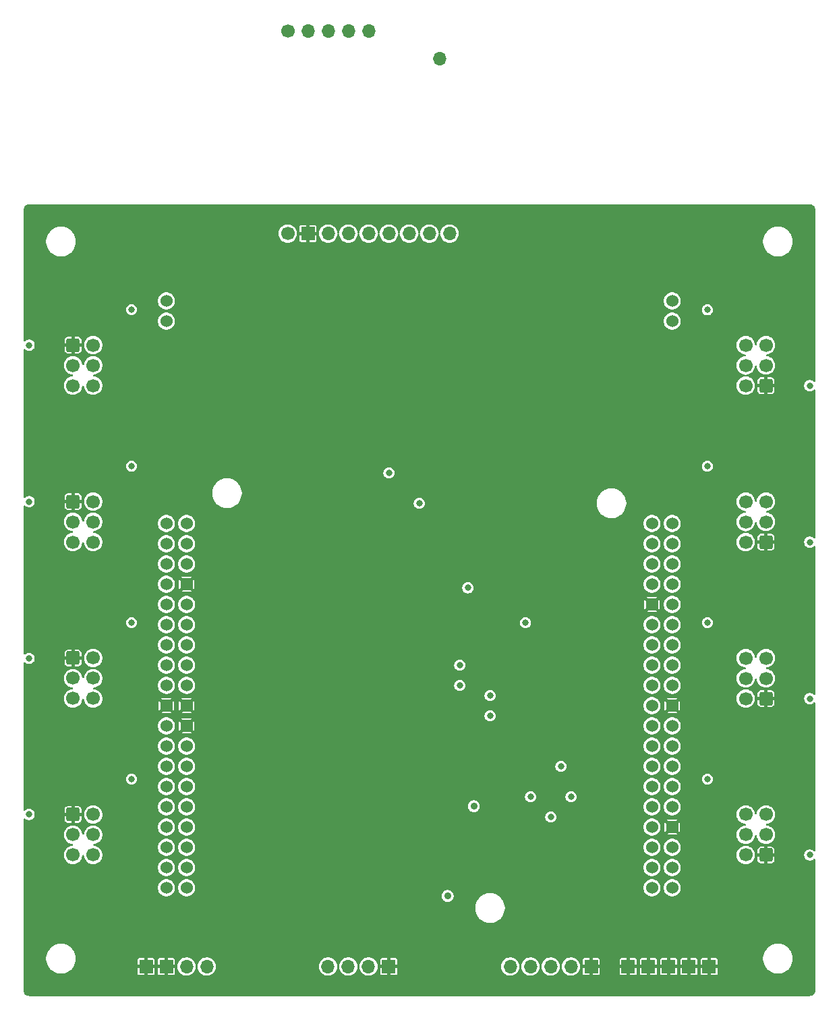
<source format=gbr>
%TF.GenerationSoftware,KiCad,Pcbnew,9.0.3*%
%TF.CreationDate,2025-08-16T16:26:36-06:00*%
%TF.ProjectId,Hub,4875622e-6b69-4636-9164-5f7063625858,A*%
%TF.SameCoordinates,PX2aa5f80PY908ed60*%
%TF.FileFunction,Copper,L3,Inr*%
%TF.FilePolarity,Positive*%
%FSLAX46Y46*%
G04 Gerber Fmt 4.6, Leading zero omitted, Abs format (unit mm)*
G04 Created by KiCad (PCBNEW 9.0.3) date 2025-08-16 16:26:36*
%MOMM*%
%LPD*%
G01*
G04 APERTURE LIST*
G04 Aperture macros list*
%AMRoundRect*
0 Rectangle with rounded corners*
0 $1 Rounding radius*
0 $2 $3 $4 $5 $6 $7 $8 $9 X,Y pos of 4 corners*
0 Add a 4 corners polygon primitive as box body*
4,1,4,$2,$3,$4,$5,$6,$7,$8,$9,$2,$3,0*
0 Add four circle primitives for the rounded corners*
1,1,$1+$1,$2,$3*
1,1,$1+$1,$4,$5*
1,1,$1+$1,$6,$7*
1,1,$1+$1,$8,$9*
0 Add four rect primitives between the rounded corners*
20,1,$1+$1,$2,$3,$4,$5,0*
20,1,$1+$1,$4,$5,$6,$7,0*
20,1,$1+$1,$6,$7,$8,$9,0*
20,1,$1+$1,$8,$9,$2,$3,0*%
G04 Aperture macros list end*
%TA.AperFunction,ComponentPad*%
%ADD10RoundRect,0.250000X0.600000X0.600000X-0.600000X0.600000X-0.600000X-0.600000X0.600000X-0.600000X0*%
%TD*%
%TA.AperFunction,ComponentPad*%
%ADD11C,1.700000*%
%TD*%
%TA.AperFunction,ComponentPad*%
%ADD12R,1.700000X1.700000*%
%TD*%
%TA.AperFunction,ComponentPad*%
%ADD13O,1.700000X1.700000*%
%TD*%
%TA.AperFunction,ComponentPad*%
%ADD14RoundRect,0.250000X-0.600000X-0.600000X0.600000X-0.600000X0.600000X0.600000X-0.600000X0.600000X0*%
%TD*%
%TA.AperFunction,ComponentPad*%
%ADD15C,1.524000*%
%TD*%
%TA.AperFunction,ComponentPad*%
%ADD16R,1.524000X1.524000*%
%TD*%
%TA.AperFunction,ViaPad*%
%ADD17C,0.800000*%
%TD*%
%TA.AperFunction,ViaPad*%
%ADD18C,0.900000*%
%TD*%
G04 APERTURE END LIST*
D10*
%TO.N,GND*%
%TO.C,J11*%
X93500000Y57273333D03*
D11*
%TO.N,Net-(J11-Pin_2)*%
X90960000Y57273333D03*
%TO.N,Net-(J11-Pin_3)*%
X93500000Y59813333D03*
%TO.N,unconnected-(J11-Pin_4-Pad4)*%
X90960000Y59813333D03*
%TO.N,unconnected-(J11-Pin_5-Pad5)*%
X93500000Y62353333D03*
%TO.N,unconnected-(J11-Pin_6-Pad6)*%
X90960000Y62353333D03*
%TD*%
D10*
%TO.N,GND*%
%TO.C,J12*%
X93500000Y37636667D03*
D11*
%TO.N,Net-(J12-Pin_2)*%
X90960000Y37636667D03*
%TO.N,Net-(J12-Pin_3)*%
X93500000Y40176667D03*
%TO.N,unconnected-(J12-Pin_4-Pad4)*%
X90960000Y40176667D03*
%TO.N,unconnected-(J12-Pin_5-Pad5)*%
X93500000Y42716667D03*
%TO.N,unconnected-(J12-Pin_6-Pad6)*%
X90960000Y42716667D03*
%TD*%
D12*
%TO.N,GND*%
%TO.C,J4*%
X71560000Y4000000D03*
D13*
%TO.N,/SPI2_SCK*%
X69020000Y4000000D03*
%TO.N,/SPI2_MISO*%
X66480000Y4000000D03*
%TO.N,/SPI2_MOSI*%
X63940000Y4000000D03*
%TO.N,/GPIO_Extra_SPI_CS*%
X61400000Y4000000D03*
%TD*%
D14*
%TO.N,GND*%
%TO.C,J8*%
X6500000Y42726667D03*
D11*
%TO.N,Net-(J8-Pin_2)*%
X9040000Y42726667D03*
%TO.N,Net-(J8-Pin_3)*%
X6500000Y40186667D03*
%TO.N,unconnected-(J8-Pin_4-Pad4)*%
X9040000Y40186667D03*
%TO.N,unconnected-(J8-Pin_5-Pad5)*%
X6500000Y37646667D03*
%TO.N,unconnected-(J8-Pin_6-Pad6)*%
X9040000Y37646667D03*
%TD*%
D10*
%TO.N,GND*%
%TO.C,J10*%
X93500000Y76910000D03*
D11*
%TO.N,Net-(J10-Pin_2)*%
X90960000Y76910000D03*
%TO.N,Net-(J10-Pin_3)*%
X93500000Y79450000D03*
%TO.N,unconnected-(J10-Pin_4-Pad4)*%
X90960000Y79450000D03*
%TO.N,unconnected-(J10-Pin_5-Pad5)*%
X93500000Y81990000D03*
%TO.N,unconnected-(J10-Pin_6-Pad6)*%
X90960000Y81990000D03*
%TD*%
D14*
%TO.N,GND*%
%TO.C,J6*%
X6500000Y82000000D03*
D11*
%TO.N,Net-(J6-Pin_2)*%
X9040000Y82000000D03*
%TO.N,Net-(J6-Pin_3)*%
X6500000Y79460000D03*
%TO.N,unconnected-(J6-Pin_4-Pad4)*%
X9040000Y79460000D03*
%TO.N,unconnected-(J6-Pin_5-Pad5)*%
X6500000Y76920000D03*
%TO.N,unconnected-(J6-Pin_6-Pad6)*%
X9040000Y76920000D03*
%TD*%
D12*
%TO.N,GND*%
%TO.C,J5*%
X86360000Y4000000D03*
X83820000Y4000000D03*
X81280000Y4000000D03*
X78740000Y4000000D03*
X76200000Y4000000D03*
%TD*%
%TO.N,GND*%
%TO.C,J3*%
X46150000Y4000000D03*
D13*
%TO.N,+VBattery*%
X43610000Y4000000D03*
X41070000Y4000000D03*
%TO.N,Net-(J3-Pin_4)*%
X38530000Y4000000D03*
%TD*%
D15*
%TO.N,unconnected-(U1A-PC10{slash}SPI3_SCK{slash}USART3_TX{slash}UART4_TX-PadCN7_1)*%
%TO.C,U1*%
X18220000Y59610000D03*
%TO.N,unconnected-(U1A-PC11{slash}SPI3_MISO{slash}USART3_RX{slash}UART4_RX-PadCN7_2)*%
X20760000Y59610000D03*
%TO.N,unconnected-(U1A-PC12{slash}SPI3_MOSI{slash}USART3_CK{slash}UART5_TX-PadCN7_3)*%
X18220000Y57070000D03*
%TO.N,unconnected-(U1A-PD2{slash}USART3_RTS_DE{slash}UART5_RX-PadCN7_4)*%
X20760000Y57070000D03*
%TO.N,+3.3V*%
X18220000Y54530000D03*
%TO.N,unconnected-(U1A-E5V-PadCN7_6)*%
X20760000Y54530000D03*
%TO.N,unconnected-(U1A-BOOT0-PadCN7_7)*%
X18220000Y51990000D03*
D16*
%TO.N,GND*%
X20760000Y51990000D03*
D15*
%TO.N,unconnected-(U1A-NC_CN7_9-PadCN7_9)*%
X18220000Y49450000D03*
%TO.N,unconnected-(U1A-NC_CN7_10-PadCN7_10)*%
X20760000Y49450000D03*
%TO.N,unconnected-(U1A-NC_CN7_11-PadCN7_11)*%
X18220000Y46910000D03*
%TO.N,unconnected-(U1A-IOREF-PadCN7_12)*%
X20760000Y46910000D03*
%TO.N,unconnected-(U1A-PA13{slash}JTMS-SWDIO-PadCN7_13)*%
X18220000Y44370000D03*
%TO.N,unconnected-(U1A-RESET-PadCN7_14)*%
X20760000Y44370000D03*
%TO.N,unconnected-(U1A-PA14{slash}JTCK-SWCLK-PadCN7_15)*%
X18220000Y41830000D03*
%TO.N,+3.3V*%
X20760000Y41830000D03*
%TO.N,/~{GPIO_StrainV_Enable_5VTolerant}*%
X18220000Y39290000D03*
%TO.N,+5V*%
X20760000Y39290000D03*
D16*
%TO.N,GND*%
X18220000Y36750000D03*
X20760000Y36750000D03*
D15*
%TO.N,unconnected-(U1A-PB7{slash}USART1_RX{slash}UART4_CTS{slash}TIM17_CH1N-PadCN7_21)*%
X18220000Y34210000D03*
D16*
%TO.N,GND*%
X20760000Y34210000D03*
D15*
%TO.N,unconnected-(U1A-PC13-PadCN7_23)*%
X18220000Y31670000D03*
%TO.N,+VBattery_or_7V*%
X20760000Y31670000D03*
%TO.N,unconnected-(U1A-PC14{slash}OSC32_IN-PadCN7_25)*%
X18220000Y29130000D03*
%TO.N,unconnected-(U1A-NC_CN7_26-PadCN7_26)*%
X20760000Y29130000D03*
%TO.N,unconnected-(U1A-PC15{slash}OSC32_OUT-PadCN7_27)*%
X18220000Y26590000D03*
%TO.N,/AIn_StrainV_1*%
X20760000Y26590000D03*
%TO.N,unconnected-(U1A-PH0{slash}OSC_IN-PadCN7_29)*%
X18220000Y24050000D03*
%TO.N,/AIn_StrainV_2*%
X20760000Y24050000D03*
%TO.N,unconnected-(U1A-PH1{slash}OSC_OUT-PadCN7_31)*%
X18220000Y21510000D03*
%TO.N,/AIn_StrainV_3*%
X20760000Y21510000D03*
%TO.N,unconnected-(U1A-VBAT-PadCN7_33)*%
X18220000Y18970000D03*
%TO.N,/AIn_StrainV_4*%
X20760000Y18970000D03*
%TO.N,unconnected-(U1A-PC2{slash}ADC123_IN3{slash}SPI2_MISO-PadCN7_35)*%
X18220000Y16430000D03*
%TO.N,/GPIO_BatteryV_Enable*%
X20760000Y16430000D03*
%TO.N,unconnected-(U1A-PC3{slash}ADC123_IN4{slash}SPI2_MOSI{slash}LPTIM2_ETR-PadCN7_37)*%
X18220000Y13890000D03*
%TO.N,/AIn_BatteryV*%
X20760000Y13890000D03*
%TO.N,/GPIO_ANT_Reset*%
X79180000Y59610000D03*
%TO.N,/GPInterruptPC8_ANT_DIO0*%
X81720000Y59610000D03*
%TO.N,/GPIO_ANT_SPI_CS*%
X79180000Y57070000D03*
%TO.N,/GPIO_ANT_Enable*%
X81720000Y57070000D03*
%TO.N,unconnected-(U1B-PB9{slash}SPI2_NSS{slash}CAN1_TX{slash}TIM17_CH1-PadCN10_5)*%
X79180000Y54530000D03*
%TO.N,/AIn_StrainV_5*%
X81720000Y54530000D03*
%TO.N,unconnected-(U1B-AVDD-PadCN10_7)*%
X79180000Y51990000D03*
%TO.N,unconnected-(U1B-U5V-PadCN10_8)*%
X81720000Y51990000D03*
D16*
%TO.N,GND*%
X79180000Y49450000D03*
D15*
%TO.N,unconnected-(U1B-NC_CN10_10-PadCN10_10)*%
X81720000Y49450000D03*
%TO.N,unconnected-(U1B-PA5{slash}ADC12_IN10{slash}DAC1_OUT2{slash}SPI1_SCK{slash}LPTIM2_ETR-PadCN10_11)*%
X79180000Y46910000D03*
%TO.N,unconnected-(U1B-PA12{slash}USART1_RTS_DE{slash}CAN1_TX-PadCN10_12)*%
X81720000Y46910000D03*
%TO.N,/AIn_StrainV_6*%
X79180000Y44370000D03*
%TO.N,unconnected-(U1B-PA11{slash}USART1_CTS{slash}CAN1_RX-PadCN10_14)*%
X81720000Y44370000D03*
%TO.N,unconnected-(U1B-PA7{slash}ADC12_IN12{slash}SPI1_MOSI{slash}TIM17_CH1-PadCN10_15)*%
X79180000Y41830000D03*
%TO.N,unconnected-(U1B-PB12{slash}SPI2_NSS{slash}USART3_CK{slash}LPUART1_RTS_DE{slash}TIM15_BKIN-PadCN10_16)*%
X81720000Y41830000D03*
%TO.N,/GPInterruptPB6_MPU*%
X79180000Y39290000D03*
%TO.N,unconnected-(U1B-PB11{slash}USART3_RX{slash}LPUART1_TX-PadCN10_18)*%
X81720000Y39290000D03*
%TO.N,/~{GPIO_MPU_SPI_CS}*%
X79180000Y36750000D03*
D16*
%TO.N,GND*%
X81720000Y36750000D03*
D15*
%TO.N,unconnected-(U1B-PA9{slash}USART1_TX{slash}TIM15_BKIN-PadCN10_21)*%
X79180000Y34210000D03*
%TO.N,unconnected-(U1B-PB2{slash}RTC_OUT-PadCN10_22)*%
X81720000Y34210000D03*
%TO.N,unconnected-(U1B-PA8{slash}MCO{slash}USART1_CK{slash}LPTIM2_OUT-PadCN10_23)*%
X79180000Y31670000D03*
%TO.N,/AIn_StrainV_7*%
X81720000Y31670000D03*
%TO.N,unconnected-(U1B-PB10{slash}SPI2_SCK{slash}USART3_TX{slash}LPUART1_RX-PadCN10_25)*%
X79180000Y29130000D03*
%TO.N,/SPI2_MOSI*%
X81720000Y29130000D03*
%TO.N,unconnected-(U1B-PB4{slash}NJTRST{slash}SPI1_MISO{slash}SPI3_MISO{slash}USART1_CTS{slash}UART5_RTS_DE{slash}TIM17_BKIN-PadCN10_27)*%
X79180000Y26590000D03*
%TO.N,/SPI2_MISO*%
X81720000Y26590000D03*
%TO.N,unconnected-(U1B-PB5{slash}SPI1_MOSI{slash}SPI3_MOSI{slash}USART1_CK{slash}UART5_CTS{slash}TIM16_BKIN-PadCN10_29)*%
X79180000Y24050000D03*
%TO.N,/SPI2_SCK*%
X81720000Y24050000D03*
%TO.N,unconnected-(U1B-PB3{slash}JTDO-TRACESWO{slash}SPI1_SCK{slash}SPI3_SCK{slash}USART1_RTS_DE-PadCN10_31)*%
X79180000Y21510000D03*
D16*
%TO.N,GND*%
X81720000Y21510000D03*
D15*
%TO.N,/GPIO_Extra_SPI_CS*%
X79180000Y18970000D03*
%TO.N,/AIn_StrainV_8*%
X81720000Y18970000D03*
%TO.N,unconnected-(U1B-PA2{slash}ADC12_IN7{slash}USART2_TX{slash}TIM15_CH1-PadCN10_35)*%
X79180000Y16430000D03*
%TO.N,unconnected-(U1B-NC_CN10_36-PadCN10_36)*%
X81720000Y16430000D03*
%TO.N,unconnected-(U1B-PA3{slash}ADC12_IN8{slash}USART2_RX{slash}TIM15_CH2-PadCN10_37)*%
X79180000Y13890000D03*
%TO.N,unconnected-(U1B-NC_CN10_38-PadCN10_38)*%
X81720000Y13890000D03*
%TO.N,unconnected-(U1C-GND_CN11_1-PadCN11_1)*%
X81720000Y87550000D03*
%TO.N,unconnected-(U1C-GND_CN11_2-PadCN11_2)*%
X81720000Y85010000D03*
%TO.N,unconnected-(U1C-GND_CN12_1-PadCN12_1)*%
X18220000Y87550000D03*
%TO.N,unconnected-(U1C-GND_CN12_2-PadCN12_2)*%
X18220000Y85010000D03*
%TD*%
D10*
%TO.N,GND*%
%TO.C,J13*%
X93500000Y18000000D03*
D11*
%TO.N,Net-(J13-Pin_2)*%
X90960000Y18000000D03*
%TO.N,Net-(J13-Pin_3)*%
X93500000Y20540000D03*
%TO.N,unconnected-(J13-Pin_4-Pad4)*%
X90960000Y20540000D03*
%TO.N,unconnected-(J13-Pin_5-Pad5)*%
X93500000Y23080000D03*
%TO.N,unconnected-(J13-Pin_6-Pad6)*%
X90960000Y23080000D03*
%TD*%
%TO.N,+3.3V*%
%TO.C,U4*%
X33460000Y96000000D03*
D12*
%TO.N,GND*%
X36000000Y96000000D03*
D13*
%TO.N,/GPIO_ANT_Enable*%
X38540000Y96000000D03*
%TO.N,/GPInterruptPC8_ANT_DIO0*%
X41080000Y96000000D03*
%TO.N,/SPI2_SCK*%
X43620000Y96000000D03*
%TO.N,/SPI2_MISO*%
X46160000Y96000000D03*
%TO.N,/SPI2_MOSI*%
X48700000Y96000000D03*
%TO.N,/GPIO_ANT_SPI_CS*%
X51240000Y96000000D03*
%TO.N,/GPIO_ANT_Reset*%
X53780000Y96000000D03*
D11*
%TO.N,unconnected-(U4-G1_DIO1-Pad10)*%
X33460000Y121400000D03*
D13*
%TO.N,unconnected-(U4-G2_DIO2-Pad11)*%
X36000000Y121400000D03*
%TO.N,unconnected-(U4-G3_DIO3-Pad12)*%
X38540000Y121400000D03*
%TO.N,unconnected-(U4-G4_DIO4-Pad13)*%
X41080000Y121400000D03*
%TO.N,unconnected-(U4-G5_DIO5-Pad14)*%
X43620000Y121400000D03*
%TO.N,unconnected-(U4-ANT-Pad15)*%
X52560800Y117945600D03*
%TD*%
D14*
%TO.N,GND*%
%TO.C,J7*%
X6500000Y62363333D03*
D11*
%TO.N,Net-(J7-Pin_2)*%
X9040000Y62363333D03*
%TO.N,Net-(J7-Pin_3)*%
X6500000Y59823333D03*
%TO.N,unconnected-(J7-Pin_4-Pad4)*%
X9040000Y59823333D03*
%TO.N,unconnected-(J7-Pin_5-Pad5)*%
X6500000Y57283333D03*
%TO.N,unconnected-(J7-Pin_6-Pad6)*%
X9040000Y57283333D03*
%TD*%
D12*
%TO.N,GND*%
%TO.C,J20*%
X15680000Y4000000D03*
X18220000Y4000000D03*
D13*
%TO.N,Net-(J20-Pin_3)*%
X20760000Y4000000D03*
X23300000Y4000000D03*
%TD*%
D14*
%TO.N,GND*%
%TO.C,J9*%
X6500000Y23090000D03*
D11*
%TO.N,Net-(J9-Pin_2)*%
X9040000Y23090000D03*
%TO.N,Net-(J9-Pin_3)*%
X6500000Y20550000D03*
%TO.N,unconnected-(J9-Pin_4-Pad4)*%
X9040000Y20550000D03*
%TO.N,unconnected-(J9-Pin_5-Pad5)*%
X6500000Y18010000D03*
%TO.N,unconnected-(J9-Pin_6-Pad6)*%
X9040000Y18010000D03*
%TD*%
D17*
%TO.N,+3.3V*%
X86150000Y66798333D03*
X13850000Y27535000D03*
X56066000Y51550000D03*
X13850000Y86445000D03*
X86150000Y86435000D03*
X63305000Y47154500D03*
X86150000Y47161667D03*
X13850000Y47171667D03*
X86150000Y27525000D03*
X13850000Y66808333D03*
%TO.N,Net-(Q3-D)*%
X1000000Y23090000D03*
X99000000Y76910000D03*
X99000000Y57273333D03*
X99000000Y37636667D03*
X1000000Y82000000D03*
X1000000Y62363333D03*
X99000000Y18000000D03*
X1000000Y42678333D03*
%TO.N,GND*%
X86150000Y72465000D03*
X58860000Y39290000D03*
X26375000Y18970000D03*
X27745000Y13890000D03*
X60405500Y51620000D03*
X32190000Y89650000D03*
X19810000Y81492500D03*
X26375000Y21510000D03*
X26375000Y24050000D03*
X52510000Y89650000D03*
X73565000Y54530000D03*
X44890000Y89650000D03*
X55050000Y89650000D03*
X47430000Y89650000D03*
X86150000Y33191667D03*
X49096467Y16027500D03*
X37270000Y89650000D03*
X39810000Y89650000D03*
X49970000Y89650000D03*
X49970000Y63420000D03*
X50366467Y16027500D03*
X26375000Y26590000D03*
X13850000Y13565000D03*
X57590000Y35480000D03*
X47430000Y65960000D03*
X67750000Y22780000D03*
X66480000Y29130000D03*
X73565000Y31670000D03*
X65210000Y10350000D03*
X27745000Y11350000D03*
X13850000Y52838333D03*
X54341000Y51550000D03*
X13850000Y33201667D03*
X73565000Y44370000D03*
X46116467Y13525000D03*
X67750000Y10350000D03*
X42350000Y89650000D03*
X63305000Y45079500D03*
X56167600Y41830000D03*
X63940000Y26590000D03*
X69020000Y24050000D03*
X34730000Y89650000D03*
X86150000Y52828333D03*
X73565000Y18970000D03*
X38540000Y17065000D03*
X55050000Y38020000D03*
X54176467Y18567500D03*
X62670000Y10350000D03*
X13850000Y72475000D03*
X52906467Y18567500D03*
X70290000Y10350000D03*
X86150000Y13555000D03*
D18*
%TO.N,+VBattery_or_7V*%
X56828000Y24130000D03*
D17*
%TO.N,/SPI2_MISO*%
X49970000Y62150000D03*
X66480000Y22780000D03*
X69020000Y25320000D03*
X55050000Y39290000D03*
X58860000Y35480000D03*
X46160000Y65960000D03*
%TO.N,/SPI2_MOSI*%
X63940000Y25320000D03*
X58860000Y38020000D03*
X55050000Y41830000D03*
X67750000Y29130000D03*
D18*
%TO.N,/BuckFB*%
X53541467Y12852500D03*
%TD*%
%TA.AperFunction,Conductor*%
%TO.N,GND*%
G36*
X99006061Y99698903D02*
G01*
X99124317Y99687256D01*
X99148145Y99682517D01*
X99256005Y99649798D01*
X99278453Y99640499D01*
X99377849Y99587371D01*
X99398059Y99573867D01*
X99485179Y99502370D01*
X99502369Y99485180D01*
X99573866Y99398060D01*
X99587370Y99377850D01*
X99640495Y99278462D01*
X99649798Y99256003D01*
X99682514Y99148152D01*
X99687256Y99124312D01*
X99698903Y99006063D01*
X99699500Y98993908D01*
X99699500Y77500519D01*
X99679815Y77433480D01*
X99627011Y77387725D01*
X99557853Y77377781D01*
X99494297Y77406806D01*
X99487819Y77412838D01*
X99446545Y77454112D01*
X99446541Y77454115D01*
X99331817Y77530772D01*
X99331804Y77530779D01*
X99204332Y77583579D01*
X99204322Y77583582D01*
X99068995Y77610500D01*
X99068993Y77610500D01*
X98931007Y77610500D01*
X98931005Y77610500D01*
X98795677Y77583582D01*
X98795667Y77583579D01*
X98668195Y77530779D01*
X98668182Y77530772D01*
X98553458Y77454115D01*
X98553454Y77454112D01*
X98455888Y77356546D01*
X98455885Y77356542D01*
X98379228Y77241818D01*
X98379221Y77241805D01*
X98326421Y77114333D01*
X98326418Y77114323D01*
X98299500Y76978996D01*
X98299500Y76978993D01*
X98299500Y76841007D01*
X98299500Y76841005D01*
X98299499Y76841005D01*
X98326418Y76705678D01*
X98326421Y76705668D01*
X98379221Y76578196D01*
X98379228Y76578183D01*
X98455885Y76463459D01*
X98455888Y76463455D01*
X98553454Y76365889D01*
X98553458Y76365886D01*
X98668182Y76289229D01*
X98668195Y76289222D01*
X98795667Y76236422D01*
X98795672Y76236420D01*
X98795676Y76236420D01*
X98795677Y76236419D01*
X98931004Y76209500D01*
X98931007Y76209500D01*
X99068995Y76209500D01*
X99160041Y76227611D01*
X99204328Y76236420D01*
X99331811Y76289225D01*
X99446542Y76365886D01*
X99446545Y76365889D01*
X99487819Y76407162D01*
X99549142Y76440647D01*
X99618834Y76435663D01*
X99674767Y76393791D01*
X99699184Y76328327D01*
X99699500Y76319481D01*
X99699500Y57863852D01*
X99679815Y57796813D01*
X99627011Y57751058D01*
X99557853Y57741114D01*
X99494297Y57770139D01*
X99487819Y57776171D01*
X99446545Y57817445D01*
X99446541Y57817448D01*
X99331817Y57894105D01*
X99331804Y57894112D01*
X99204332Y57946912D01*
X99204322Y57946915D01*
X99068995Y57973833D01*
X99068993Y57973833D01*
X98931007Y57973833D01*
X98931005Y57973833D01*
X98795677Y57946915D01*
X98795667Y57946912D01*
X98668195Y57894112D01*
X98668182Y57894105D01*
X98553458Y57817448D01*
X98553454Y57817445D01*
X98455888Y57719879D01*
X98455885Y57719875D01*
X98379228Y57605151D01*
X98379221Y57605138D01*
X98326421Y57477666D01*
X98326418Y57477656D01*
X98299500Y57342329D01*
X98299500Y57342326D01*
X98299500Y57204340D01*
X98299500Y57204338D01*
X98299499Y57204338D01*
X98326418Y57069011D01*
X98326421Y57069001D01*
X98379221Y56941529D01*
X98379228Y56941516D01*
X98455885Y56826792D01*
X98455888Y56826788D01*
X98553454Y56729222D01*
X98553458Y56729219D01*
X98668182Y56652562D01*
X98668195Y56652555D01*
X98795667Y56599755D01*
X98795672Y56599753D01*
X98795676Y56599753D01*
X98795677Y56599752D01*
X98931004Y56572833D01*
X98931007Y56572833D01*
X99068995Y56572833D01*
X99160041Y56590944D01*
X99204328Y56599753D01*
X99331811Y56652558D01*
X99446542Y56729219D01*
X99446545Y56729222D01*
X99487819Y56770495D01*
X99549142Y56803980D01*
X99618834Y56798996D01*
X99674767Y56757124D01*
X99699184Y56691660D01*
X99699500Y56682814D01*
X99699500Y38227186D01*
X99679815Y38160147D01*
X99627011Y38114392D01*
X99557853Y38104448D01*
X99494297Y38133473D01*
X99487819Y38139505D01*
X99446545Y38180779D01*
X99446541Y38180782D01*
X99331817Y38257439D01*
X99331804Y38257446D01*
X99204332Y38310246D01*
X99204322Y38310249D01*
X99068995Y38337167D01*
X99068993Y38337167D01*
X98931007Y38337167D01*
X98931005Y38337167D01*
X98795677Y38310249D01*
X98795667Y38310246D01*
X98668195Y38257446D01*
X98668182Y38257439D01*
X98553458Y38180782D01*
X98553454Y38180779D01*
X98455888Y38083213D01*
X98455885Y38083209D01*
X98379228Y37968485D01*
X98379221Y37968472D01*
X98326421Y37841000D01*
X98326418Y37840990D01*
X98299500Y37705663D01*
X98299500Y37705660D01*
X98299500Y37567674D01*
X98299500Y37567672D01*
X98299499Y37567672D01*
X98326418Y37432345D01*
X98326421Y37432335D01*
X98379221Y37304863D01*
X98379228Y37304850D01*
X98455885Y37190126D01*
X98455888Y37190122D01*
X98553454Y37092556D01*
X98553458Y37092553D01*
X98668182Y37015896D01*
X98668195Y37015889D01*
X98795667Y36963089D01*
X98795672Y36963087D01*
X98795676Y36963087D01*
X98795677Y36963086D01*
X98931004Y36936167D01*
X98931007Y36936167D01*
X99068995Y36936167D01*
X99160041Y36954278D01*
X99204328Y36963087D01*
X99331811Y37015892D01*
X99446542Y37092553D01*
X99446545Y37092556D01*
X99487819Y37133829D01*
X99549142Y37167314D01*
X99618834Y37162330D01*
X99674767Y37120458D01*
X99699184Y37054994D01*
X99699500Y37046148D01*
X99699500Y18590519D01*
X99679815Y18523480D01*
X99627011Y18477725D01*
X99557853Y18467781D01*
X99494297Y18496806D01*
X99487819Y18502838D01*
X99446545Y18544112D01*
X99446541Y18544115D01*
X99331817Y18620772D01*
X99331804Y18620779D01*
X99204332Y18673579D01*
X99204322Y18673582D01*
X99068995Y18700500D01*
X99068993Y18700500D01*
X98931007Y18700500D01*
X98931005Y18700500D01*
X98795677Y18673582D01*
X98795667Y18673579D01*
X98668195Y18620779D01*
X98668182Y18620772D01*
X98553458Y18544115D01*
X98553454Y18544112D01*
X98455888Y18446546D01*
X98455885Y18446542D01*
X98379228Y18331818D01*
X98379221Y18331805D01*
X98326421Y18204333D01*
X98326418Y18204323D01*
X98299500Y18068996D01*
X98299500Y18068993D01*
X98299500Y17931007D01*
X98299500Y17931005D01*
X98299499Y17931005D01*
X98326418Y17795678D01*
X98326421Y17795668D01*
X98379221Y17668196D01*
X98379228Y17668183D01*
X98455885Y17553459D01*
X98455888Y17553455D01*
X98553454Y17455889D01*
X98553458Y17455886D01*
X98668182Y17379229D01*
X98668195Y17379222D01*
X98795667Y17326422D01*
X98795672Y17326420D01*
X98795676Y17326420D01*
X98795677Y17326419D01*
X98931004Y17299500D01*
X98931007Y17299500D01*
X99068995Y17299500D01*
X99160041Y17317611D01*
X99204328Y17326420D01*
X99331811Y17379225D01*
X99446542Y17455886D01*
X99446545Y17455889D01*
X99487819Y17497162D01*
X99549142Y17530647D01*
X99618834Y17525663D01*
X99674767Y17483791D01*
X99699184Y17418327D01*
X99699500Y17409481D01*
X99699500Y1006093D01*
X99698903Y993939D01*
X99698903Y993938D01*
X99687256Y875689D01*
X99682514Y851849D01*
X99649798Y743998D01*
X99640495Y721539D01*
X99587370Y622151D01*
X99573866Y601941D01*
X99502369Y514821D01*
X99485179Y497631D01*
X99398059Y426134D01*
X99377849Y412630D01*
X99278461Y359505D01*
X99256002Y350202D01*
X99148151Y317486D01*
X99124311Y312744D01*
X99037215Y304166D01*
X99006060Y301097D01*
X98993907Y300500D01*
X1006093Y300500D01*
X993939Y301097D01*
X943081Y306107D01*
X875688Y312744D01*
X851848Y317486D01*
X743997Y350202D01*
X721541Y359504D01*
X622150Y412630D01*
X601940Y426134D01*
X514820Y497631D01*
X497630Y514821D01*
X426133Y601941D01*
X412629Y622151D01*
X373441Y695466D01*
X359501Y721547D01*
X350201Y743998D01*
X317483Y851855D01*
X312744Y875683D01*
X301097Y993939D01*
X300500Y1006093D01*
X300500Y5121952D01*
X3139500Y5121952D01*
X3139500Y4878049D01*
X3166013Y4676667D01*
X3171334Y4636256D01*
X3234456Y4400680D01*
X3234459Y4400670D01*
X3327786Y4175360D01*
X3327791Y4175349D01*
X3402364Y4046187D01*
X3449732Y3964144D01*
X3449737Y3964138D01*
X3449738Y3964136D01*
X3598199Y3770657D01*
X3598205Y3770650D01*
X3770649Y3598206D01*
X3770656Y3598200D01*
X3854226Y3534075D01*
X3964144Y3449732D01*
X3964151Y3449728D01*
X4175348Y3327792D01*
X4175353Y3327790D01*
X4175356Y3327788D01*
X4400679Y3234456D01*
X4636256Y3171334D01*
X4878056Y3139500D01*
X4878063Y3139500D01*
X5121937Y3139500D01*
X5121944Y3139500D01*
X5363744Y3171334D01*
X5599321Y3234456D01*
X5824644Y3327788D01*
X6035856Y3449732D01*
X6229345Y3598201D01*
X6401799Y3770655D01*
X6550268Y3964144D01*
X6608975Y4065826D01*
X6672208Y4175349D01*
X6672208Y4175350D01*
X6672212Y4175356D01*
X6765544Y4400679D01*
X6828666Y4636256D01*
X6859400Y4869703D01*
X14630000Y4869703D01*
X14630000Y4200000D01*
X15218120Y4200000D01*
X15214075Y4192993D01*
X15180000Y4065826D01*
X15180000Y3934174D01*
X15214075Y3807007D01*
X15218120Y3800000D01*
X14630000Y3800000D01*
X14630000Y3130298D01*
X14641602Y3071967D01*
X14641603Y3071966D01*
X14685808Y3005809D01*
X14751965Y2961604D01*
X14751966Y2961603D01*
X14810297Y2950001D01*
X14810301Y2950000D01*
X15480000Y2950000D01*
X15480000Y3538121D01*
X15487007Y3534075D01*
X15614174Y3500000D01*
X15745826Y3500000D01*
X15872993Y3534075D01*
X15880000Y3538121D01*
X15880000Y2950000D01*
X16549699Y2950000D01*
X16549702Y2950001D01*
X16608033Y2961603D01*
X16608034Y2961604D01*
X16674191Y3005809D01*
X16718396Y3071966D01*
X16718397Y3071967D01*
X16729999Y3130298D01*
X16730000Y3130301D01*
X16730000Y3800000D01*
X16141880Y3800000D01*
X16145925Y3807007D01*
X16180000Y3934174D01*
X16180000Y4065826D01*
X16145925Y4192993D01*
X16141880Y4200000D01*
X16730000Y4200000D01*
X16730000Y4869699D01*
X16729999Y4869703D01*
X17170000Y4869703D01*
X17170000Y4200000D01*
X17758120Y4200000D01*
X17754075Y4192993D01*
X17720000Y4065826D01*
X17720000Y3934174D01*
X17754075Y3807007D01*
X17758120Y3800000D01*
X17170000Y3800000D01*
X17170000Y3130298D01*
X17181602Y3071967D01*
X17181603Y3071966D01*
X17225808Y3005809D01*
X17291965Y2961604D01*
X17291966Y2961603D01*
X17350297Y2950001D01*
X17350301Y2950000D01*
X18020000Y2950000D01*
X18020000Y3538121D01*
X18027007Y3534075D01*
X18154174Y3500000D01*
X18285826Y3500000D01*
X18412993Y3534075D01*
X18420000Y3538121D01*
X18420000Y2950000D01*
X19089699Y2950000D01*
X19089702Y2950001D01*
X19148033Y2961603D01*
X19148034Y2961604D01*
X19214191Y3005809D01*
X19258396Y3071966D01*
X19258397Y3071967D01*
X19269999Y3130298D01*
X19270000Y3130301D01*
X19270000Y3800000D01*
X18681880Y3800000D01*
X18685925Y3807007D01*
X18720000Y3934174D01*
X18720000Y4065826D01*
X18713375Y4090552D01*
X19609500Y4090552D01*
X19609500Y3909449D01*
X19637829Y3730590D01*
X19693787Y3558364D01*
X19693788Y3558361D01*
X19776006Y3397003D01*
X19882441Y3250506D01*
X19882445Y3250501D01*
X20010500Y3122446D01*
X20010505Y3122442D01*
X20138287Y3029604D01*
X20157006Y3016004D01*
X20262484Y2962260D01*
X20318360Y2933789D01*
X20318363Y2933788D01*
X20404476Y2905809D01*
X20490591Y2877829D01*
X20573429Y2864709D01*
X20669449Y2849500D01*
X20669454Y2849500D01*
X20850551Y2849500D01*
X20937259Y2863235D01*
X21029409Y2877829D01*
X21201639Y2933789D01*
X21362994Y3016004D01*
X21509501Y3122447D01*
X21637553Y3250499D01*
X21743996Y3397006D01*
X21826211Y3558361D01*
X21882171Y3730591D01*
X21896422Y3820575D01*
X21907527Y3890679D01*
X21937456Y3953814D01*
X21996768Y3990745D01*
X22066630Y3989747D01*
X22124863Y3951137D01*
X22152473Y3890679D01*
X22177829Y3730590D01*
X22233787Y3558364D01*
X22233788Y3558361D01*
X22316006Y3397003D01*
X22422441Y3250506D01*
X22422445Y3250501D01*
X22550500Y3122446D01*
X22550505Y3122442D01*
X22678287Y3029604D01*
X22697006Y3016004D01*
X22802484Y2962260D01*
X22858360Y2933789D01*
X22858363Y2933788D01*
X22944476Y2905809D01*
X23030591Y2877829D01*
X23113429Y2864709D01*
X23209449Y2849500D01*
X23209454Y2849500D01*
X23390551Y2849500D01*
X23477259Y2863235D01*
X23569409Y2877829D01*
X23741639Y2933789D01*
X23902994Y3016004D01*
X24049501Y3122447D01*
X24177553Y3250499D01*
X24283996Y3397006D01*
X24366211Y3558361D01*
X24422171Y3730591D01*
X24436765Y3822741D01*
X24450500Y3909449D01*
X24450500Y4090552D01*
X37379500Y4090552D01*
X37379500Y3909449D01*
X37407829Y3730590D01*
X37463787Y3558364D01*
X37463788Y3558361D01*
X37546006Y3397003D01*
X37652441Y3250506D01*
X37652445Y3250501D01*
X37780500Y3122446D01*
X37780505Y3122442D01*
X37908287Y3029604D01*
X37927006Y3016004D01*
X38032484Y2962260D01*
X38088360Y2933789D01*
X38088363Y2933788D01*
X38174476Y2905809D01*
X38260591Y2877829D01*
X38343429Y2864709D01*
X38439449Y2849500D01*
X38439454Y2849500D01*
X38620551Y2849500D01*
X38707259Y2863235D01*
X38799409Y2877829D01*
X38971639Y2933789D01*
X39132994Y3016004D01*
X39279501Y3122447D01*
X39407553Y3250499D01*
X39513996Y3397006D01*
X39596211Y3558361D01*
X39652171Y3730591D01*
X39666422Y3820575D01*
X39677527Y3890679D01*
X39707456Y3953814D01*
X39766768Y3990745D01*
X39836630Y3989747D01*
X39894863Y3951137D01*
X39922473Y3890679D01*
X39947829Y3730590D01*
X40003787Y3558364D01*
X40003788Y3558361D01*
X40086006Y3397003D01*
X40192441Y3250506D01*
X40192445Y3250501D01*
X40320500Y3122446D01*
X40320505Y3122442D01*
X40448287Y3029604D01*
X40467006Y3016004D01*
X40572484Y2962260D01*
X40628360Y2933789D01*
X40628363Y2933788D01*
X40714476Y2905809D01*
X40800591Y2877829D01*
X40883429Y2864709D01*
X40979449Y2849500D01*
X40979454Y2849500D01*
X41160551Y2849500D01*
X41247259Y2863235D01*
X41339409Y2877829D01*
X41511639Y2933789D01*
X41672994Y3016004D01*
X41819501Y3122447D01*
X41947553Y3250499D01*
X42053996Y3397006D01*
X42136211Y3558361D01*
X42192171Y3730591D01*
X42206422Y3820575D01*
X42217527Y3890679D01*
X42247456Y3953814D01*
X42306768Y3990745D01*
X42376630Y3989747D01*
X42434863Y3951137D01*
X42462473Y3890679D01*
X42487829Y3730590D01*
X42543787Y3558364D01*
X42543788Y3558361D01*
X42626006Y3397003D01*
X42732441Y3250506D01*
X42732445Y3250501D01*
X42860500Y3122446D01*
X42860505Y3122442D01*
X42988287Y3029604D01*
X43007006Y3016004D01*
X43112484Y2962260D01*
X43168360Y2933789D01*
X43168363Y2933788D01*
X43254476Y2905809D01*
X43340591Y2877829D01*
X43423429Y2864709D01*
X43519449Y2849500D01*
X43519454Y2849500D01*
X43700551Y2849500D01*
X43787259Y2863235D01*
X43879409Y2877829D01*
X44051639Y2933789D01*
X44212994Y3016004D01*
X44359501Y3122447D01*
X44487553Y3250499D01*
X44593996Y3397006D01*
X44676211Y3558361D01*
X44732171Y3730591D01*
X44746072Y3818364D01*
X44754372Y3870760D01*
X44754372Y3870761D01*
X44760500Y3909450D01*
X44760500Y4090552D01*
X44743164Y4200000D01*
X44732171Y4269409D01*
X44689708Y4400099D01*
X44676212Y4441637D01*
X44676211Y4441640D01*
X44646474Y4500000D01*
X44593996Y4602994D01*
X44569823Y4636265D01*
X44487558Y4749495D01*
X44487554Y4749500D01*
X44367351Y4869703D01*
X45100000Y4869703D01*
X45100000Y4200000D01*
X45688120Y4200000D01*
X45684075Y4192993D01*
X45650000Y4065826D01*
X45650000Y3934174D01*
X45684075Y3807007D01*
X45688120Y3800000D01*
X45100000Y3800000D01*
X45100000Y3130298D01*
X45111602Y3071967D01*
X45111603Y3071966D01*
X45155808Y3005809D01*
X45221965Y2961604D01*
X45221966Y2961603D01*
X45280297Y2950001D01*
X45280301Y2950000D01*
X45950000Y2950000D01*
X45950000Y3538121D01*
X45957007Y3534075D01*
X46084174Y3500000D01*
X46215826Y3500000D01*
X46342993Y3534075D01*
X46350000Y3538121D01*
X46350000Y2950000D01*
X47019699Y2950000D01*
X47019702Y2950001D01*
X47078033Y2961603D01*
X47078034Y2961604D01*
X47144191Y3005809D01*
X47188396Y3071966D01*
X47188397Y3071967D01*
X47199999Y3130298D01*
X47200000Y3130301D01*
X47200000Y3800000D01*
X46611880Y3800000D01*
X46615925Y3807007D01*
X46650000Y3934174D01*
X46650000Y4065826D01*
X46643375Y4090552D01*
X60249500Y4090552D01*
X60249500Y3909449D01*
X60277829Y3730590D01*
X60333787Y3558364D01*
X60333788Y3558361D01*
X60416006Y3397003D01*
X60522441Y3250506D01*
X60522445Y3250501D01*
X60650500Y3122446D01*
X60650505Y3122442D01*
X60778287Y3029604D01*
X60797006Y3016004D01*
X60902484Y2962260D01*
X60958360Y2933789D01*
X60958363Y2933788D01*
X61044476Y2905809D01*
X61130591Y2877829D01*
X61213429Y2864709D01*
X61309449Y2849500D01*
X61309454Y2849500D01*
X61490551Y2849500D01*
X61577259Y2863235D01*
X61669409Y2877829D01*
X61841639Y2933789D01*
X62002994Y3016004D01*
X62149501Y3122447D01*
X62277553Y3250499D01*
X62383996Y3397006D01*
X62466211Y3558361D01*
X62522171Y3730591D01*
X62536422Y3820575D01*
X62547527Y3890679D01*
X62577456Y3953814D01*
X62636768Y3990745D01*
X62706630Y3989747D01*
X62764863Y3951137D01*
X62792473Y3890679D01*
X62817829Y3730590D01*
X62873787Y3558364D01*
X62873788Y3558361D01*
X62956006Y3397003D01*
X63062441Y3250506D01*
X63062445Y3250501D01*
X63190500Y3122446D01*
X63190505Y3122442D01*
X63318287Y3029604D01*
X63337006Y3016004D01*
X63442484Y2962260D01*
X63498360Y2933789D01*
X63498363Y2933788D01*
X63584476Y2905809D01*
X63670591Y2877829D01*
X63753429Y2864709D01*
X63849449Y2849500D01*
X63849454Y2849500D01*
X64030551Y2849500D01*
X64117259Y2863235D01*
X64209409Y2877829D01*
X64381639Y2933789D01*
X64542994Y3016004D01*
X64689501Y3122447D01*
X64817553Y3250499D01*
X64923996Y3397006D01*
X65006211Y3558361D01*
X65062171Y3730591D01*
X65076422Y3820575D01*
X65087527Y3890679D01*
X65117456Y3953814D01*
X65176768Y3990745D01*
X65246630Y3989747D01*
X65304863Y3951137D01*
X65332473Y3890679D01*
X65357829Y3730590D01*
X65413787Y3558364D01*
X65413788Y3558361D01*
X65496006Y3397003D01*
X65602441Y3250506D01*
X65602445Y3250501D01*
X65730500Y3122446D01*
X65730505Y3122442D01*
X65858287Y3029604D01*
X65877006Y3016004D01*
X65982484Y2962260D01*
X66038360Y2933789D01*
X66038363Y2933788D01*
X66124476Y2905809D01*
X66210591Y2877829D01*
X66293429Y2864709D01*
X66389449Y2849500D01*
X66389454Y2849500D01*
X66570551Y2849500D01*
X66657259Y2863235D01*
X66749409Y2877829D01*
X66921639Y2933789D01*
X67082994Y3016004D01*
X67229501Y3122447D01*
X67357553Y3250499D01*
X67463996Y3397006D01*
X67546211Y3558361D01*
X67602171Y3730591D01*
X67616422Y3820575D01*
X67627527Y3890679D01*
X67657456Y3953814D01*
X67716768Y3990745D01*
X67786630Y3989747D01*
X67844863Y3951137D01*
X67872473Y3890679D01*
X67897829Y3730590D01*
X67953787Y3558364D01*
X67953788Y3558361D01*
X68036006Y3397003D01*
X68142441Y3250506D01*
X68142445Y3250501D01*
X68270500Y3122446D01*
X68270505Y3122442D01*
X68398287Y3029604D01*
X68417006Y3016004D01*
X68522484Y2962260D01*
X68578360Y2933789D01*
X68578363Y2933788D01*
X68664476Y2905809D01*
X68750591Y2877829D01*
X68833429Y2864709D01*
X68929449Y2849500D01*
X68929454Y2849500D01*
X69110551Y2849500D01*
X69197259Y2863235D01*
X69289409Y2877829D01*
X69461639Y2933789D01*
X69622994Y3016004D01*
X69769501Y3122447D01*
X69897553Y3250499D01*
X70003996Y3397006D01*
X70086211Y3558361D01*
X70142171Y3730591D01*
X70156072Y3818364D01*
X70164372Y3870760D01*
X70164372Y3870761D01*
X70170500Y3909450D01*
X70170500Y4090552D01*
X70153164Y4200000D01*
X70142171Y4269409D01*
X70099708Y4400099D01*
X70086212Y4441637D01*
X70086211Y4441640D01*
X70056474Y4500000D01*
X70003996Y4602994D01*
X69979823Y4636265D01*
X69897558Y4749495D01*
X69897554Y4749500D01*
X69777351Y4869703D01*
X70510000Y4869703D01*
X70510000Y4200000D01*
X71098120Y4200000D01*
X71094075Y4192993D01*
X71060000Y4065826D01*
X71060000Y3934174D01*
X71094075Y3807007D01*
X71098120Y3800000D01*
X70510000Y3800000D01*
X70510000Y3130298D01*
X70521602Y3071967D01*
X70521603Y3071966D01*
X70565808Y3005809D01*
X70631965Y2961604D01*
X70631966Y2961603D01*
X70690297Y2950001D01*
X70690301Y2950000D01*
X71360000Y2950000D01*
X71360000Y3538121D01*
X71367007Y3534075D01*
X71494174Y3500000D01*
X71625826Y3500000D01*
X71752993Y3534075D01*
X71760000Y3538121D01*
X71760000Y2950000D01*
X72429699Y2950000D01*
X72429702Y2950001D01*
X72488033Y2961603D01*
X72488034Y2961604D01*
X72554191Y3005809D01*
X72598396Y3071966D01*
X72598397Y3071967D01*
X72609999Y3130298D01*
X72610000Y3130301D01*
X72610000Y3800000D01*
X72021880Y3800000D01*
X72025925Y3807007D01*
X72060000Y3934174D01*
X72060000Y4065826D01*
X72025925Y4192993D01*
X72021880Y4200000D01*
X72610000Y4200000D01*
X72610000Y4869699D01*
X72609999Y4869703D01*
X75150000Y4869703D01*
X75150000Y4200000D01*
X75738120Y4200000D01*
X75734075Y4192993D01*
X75700000Y4065826D01*
X75700000Y3934174D01*
X75734075Y3807007D01*
X75738120Y3800000D01*
X75150000Y3800000D01*
X75150000Y3130298D01*
X75161602Y3071967D01*
X75161603Y3071966D01*
X75205808Y3005809D01*
X75271965Y2961604D01*
X75271966Y2961603D01*
X75330297Y2950001D01*
X75330301Y2950000D01*
X76000000Y2950000D01*
X76000000Y3538121D01*
X76007007Y3534075D01*
X76134174Y3500000D01*
X76265826Y3500000D01*
X76392993Y3534075D01*
X76400000Y3538121D01*
X76400000Y2950000D01*
X77069699Y2950000D01*
X77069702Y2950001D01*
X77128033Y2961603D01*
X77128034Y2961604D01*
X77194191Y3005809D01*
X77238396Y3071966D01*
X77238397Y3071967D01*
X77249999Y3130298D01*
X77250000Y3130301D01*
X77250000Y3800000D01*
X76661880Y3800000D01*
X76665925Y3807007D01*
X76700000Y3934174D01*
X76700000Y4065826D01*
X76665925Y4192993D01*
X76661880Y4200000D01*
X77250000Y4200000D01*
X77250000Y4869699D01*
X77249999Y4869703D01*
X77690000Y4869703D01*
X77690000Y4200000D01*
X78278120Y4200000D01*
X78274075Y4192993D01*
X78240000Y4065826D01*
X78240000Y3934174D01*
X78274075Y3807007D01*
X78278120Y3800000D01*
X77690000Y3800000D01*
X77690000Y3130298D01*
X77701602Y3071967D01*
X77701603Y3071966D01*
X77745808Y3005809D01*
X77811965Y2961604D01*
X77811966Y2961603D01*
X77870297Y2950001D01*
X77870301Y2950000D01*
X78540000Y2950000D01*
X78540000Y3538121D01*
X78547007Y3534075D01*
X78674174Y3500000D01*
X78805826Y3500000D01*
X78932993Y3534075D01*
X78940000Y3538121D01*
X78940000Y2950000D01*
X79609699Y2950000D01*
X79609702Y2950001D01*
X79668033Y2961603D01*
X79668034Y2961604D01*
X79734191Y3005809D01*
X79778396Y3071966D01*
X79778397Y3071967D01*
X79789999Y3130298D01*
X79790000Y3130301D01*
X79790000Y3800000D01*
X79201880Y3800000D01*
X79205925Y3807007D01*
X79240000Y3934174D01*
X79240000Y4065826D01*
X79205925Y4192993D01*
X79201880Y4200000D01*
X79790000Y4200000D01*
X79790000Y4869699D01*
X79789999Y4869703D01*
X80230000Y4869703D01*
X80230000Y4200000D01*
X80818120Y4200000D01*
X80814075Y4192993D01*
X80780000Y4065826D01*
X80780000Y3934174D01*
X80814075Y3807007D01*
X80818120Y3800000D01*
X80230000Y3800000D01*
X80230000Y3130298D01*
X80241602Y3071967D01*
X80241603Y3071966D01*
X80285808Y3005809D01*
X80351965Y2961604D01*
X80351966Y2961603D01*
X80410297Y2950001D01*
X80410301Y2950000D01*
X81080000Y2950000D01*
X81080000Y3538121D01*
X81087007Y3534075D01*
X81214174Y3500000D01*
X81345826Y3500000D01*
X81472993Y3534075D01*
X81480000Y3538121D01*
X81480000Y2950000D01*
X82149699Y2950000D01*
X82149702Y2950001D01*
X82208033Y2961603D01*
X82208034Y2961604D01*
X82274191Y3005809D01*
X82318396Y3071966D01*
X82318397Y3071967D01*
X82329999Y3130298D01*
X82330000Y3130301D01*
X82330000Y3800000D01*
X81741880Y3800000D01*
X81745925Y3807007D01*
X81780000Y3934174D01*
X81780000Y4065826D01*
X81745925Y4192993D01*
X81741880Y4200000D01*
X82330000Y4200000D01*
X82330000Y4869699D01*
X82329999Y4869703D01*
X82770000Y4869703D01*
X82770000Y4200000D01*
X83358120Y4200000D01*
X83354075Y4192993D01*
X83320000Y4065826D01*
X83320000Y3934174D01*
X83354075Y3807007D01*
X83358120Y3800000D01*
X82770000Y3800000D01*
X82770000Y3130298D01*
X82781602Y3071967D01*
X82781603Y3071966D01*
X82825808Y3005809D01*
X82891965Y2961604D01*
X82891966Y2961603D01*
X82950297Y2950001D01*
X82950301Y2950000D01*
X83620000Y2950000D01*
X83620000Y3538121D01*
X83627007Y3534075D01*
X83754174Y3500000D01*
X83885826Y3500000D01*
X84012993Y3534075D01*
X84020000Y3538121D01*
X84020000Y2950000D01*
X84689699Y2950000D01*
X84689702Y2950001D01*
X84748033Y2961603D01*
X84748034Y2961604D01*
X84814191Y3005809D01*
X84858396Y3071966D01*
X84858397Y3071967D01*
X84869999Y3130298D01*
X84870000Y3130301D01*
X84870000Y3800000D01*
X84281880Y3800000D01*
X84285925Y3807007D01*
X84320000Y3934174D01*
X84320000Y4065826D01*
X84285925Y4192993D01*
X84281880Y4200000D01*
X84870000Y4200000D01*
X84870000Y4869699D01*
X84869999Y4869703D01*
X85310000Y4869703D01*
X85310000Y4200000D01*
X85898120Y4200000D01*
X85894075Y4192993D01*
X85860000Y4065826D01*
X85860000Y3934174D01*
X85894075Y3807007D01*
X85898120Y3800000D01*
X85310000Y3800000D01*
X85310000Y3130298D01*
X85321602Y3071967D01*
X85321603Y3071966D01*
X85365808Y3005809D01*
X85431965Y2961604D01*
X85431966Y2961603D01*
X85490297Y2950001D01*
X85490301Y2950000D01*
X86160000Y2950000D01*
X86160000Y3538121D01*
X86167007Y3534075D01*
X86294174Y3500000D01*
X86425826Y3500000D01*
X86552993Y3534075D01*
X86560000Y3538121D01*
X86560000Y2950000D01*
X87229699Y2950000D01*
X87229702Y2950001D01*
X87288033Y2961603D01*
X87288034Y2961604D01*
X87354191Y3005809D01*
X87398396Y3071966D01*
X87398397Y3071967D01*
X87409999Y3130298D01*
X87410000Y3130301D01*
X87410000Y3800000D01*
X86821880Y3800000D01*
X86825925Y3807007D01*
X86860000Y3934174D01*
X86860000Y4065826D01*
X86825925Y4192993D01*
X86821880Y4200000D01*
X87410000Y4200000D01*
X87410000Y4869699D01*
X87409999Y4869703D01*
X87398397Y4928034D01*
X87398396Y4928035D01*
X87354192Y4994192D01*
X87311226Y5022900D01*
X87311225Y5022901D01*
X87288034Y5038397D01*
X87288033Y5038398D01*
X87229702Y5050000D01*
X86560000Y5050000D01*
X86560000Y4461880D01*
X86552993Y4465925D01*
X86425826Y4500000D01*
X86294174Y4500000D01*
X86167007Y4465925D01*
X86160000Y4461880D01*
X86160000Y5050000D01*
X85490297Y5050000D01*
X85431966Y5038398D01*
X85431965Y5038397D01*
X85365808Y4994192D01*
X85321603Y4928035D01*
X85321602Y4928034D01*
X85310000Y4869703D01*
X84869999Y4869703D01*
X84858397Y4928034D01*
X84858396Y4928035D01*
X84814191Y4994192D01*
X84748034Y5038397D01*
X84748033Y5038398D01*
X84689702Y5050000D01*
X84020000Y5050000D01*
X84020000Y4461880D01*
X84012993Y4465925D01*
X83885826Y4500000D01*
X83754174Y4500000D01*
X83627007Y4465925D01*
X83620000Y4461880D01*
X83620000Y5050000D01*
X82950297Y5050000D01*
X82891966Y5038398D01*
X82891965Y5038397D01*
X82825808Y4994192D01*
X82781603Y4928035D01*
X82781602Y4928034D01*
X82770000Y4869703D01*
X82329999Y4869703D01*
X82318397Y4928034D01*
X82318396Y4928035D01*
X82274191Y4994192D01*
X82208034Y5038397D01*
X82208033Y5038398D01*
X82149702Y5050000D01*
X81480000Y5050000D01*
X81480000Y4461880D01*
X81472993Y4465925D01*
X81345826Y4500000D01*
X81214174Y4500000D01*
X81087007Y4465925D01*
X81080000Y4461880D01*
X81080000Y5050000D01*
X80410297Y5050000D01*
X80351966Y5038398D01*
X80351965Y5038397D01*
X80285808Y4994192D01*
X80241603Y4928035D01*
X80241602Y4928034D01*
X80230000Y4869703D01*
X79789999Y4869703D01*
X79778397Y4928034D01*
X79778396Y4928035D01*
X79734191Y4994192D01*
X79668034Y5038397D01*
X79668033Y5038398D01*
X79609702Y5050000D01*
X78940000Y5050000D01*
X78940000Y4461880D01*
X78932993Y4465925D01*
X78805826Y4500000D01*
X78674174Y4500000D01*
X78547007Y4465925D01*
X78540000Y4461880D01*
X78540000Y5050000D01*
X77870297Y5050000D01*
X77811966Y5038398D01*
X77811965Y5038397D01*
X77745808Y4994192D01*
X77701603Y4928035D01*
X77701602Y4928034D01*
X77690000Y4869703D01*
X77249999Y4869703D01*
X77238397Y4928034D01*
X77238396Y4928035D01*
X77194191Y4994192D01*
X77128034Y5038397D01*
X77128033Y5038398D01*
X77069702Y5050000D01*
X76400000Y5050000D01*
X76400000Y4461880D01*
X76392993Y4465925D01*
X76265826Y4500000D01*
X76134174Y4500000D01*
X76007007Y4465925D01*
X76000000Y4461880D01*
X76000000Y5050000D01*
X75330297Y5050000D01*
X75271966Y5038398D01*
X75271965Y5038397D01*
X75205808Y4994192D01*
X75161603Y4928035D01*
X75161602Y4928034D01*
X75150000Y4869703D01*
X72609999Y4869703D01*
X72598397Y4928034D01*
X72598396Y4928035D01*
X72554191Y4994192D01*
X72488034Y5038397D01*
X72488033Y5038398D01*
X72429702Y5050000D01*
X71760000Y5050000D01*
X71760000Y4461880D01*
X71752993Y4465925D01*
X71625826Y4500000D01*
X71494174Y4500000D01*
X71367007Y4465925D01*
X71360000Y4461880D01*
X71360000Y5050000D01*
X70690297Y5050000D01*
X70631966Y5038398D01*
X70631965Y5038397D01*
X70565808Y4994192D01*
X70521603Y4928035D01*
X70521602Y4928034D01*
X70510000Y4869703D01*
X69777351Y4869703D01*
X69769499Y4877555D01*
X69769494Y4877559D01*
X69622997Y4983994D01*
X69622996Y4983995D01*
X69622994Y4983996D01*
X69571300Y5010336D01*
X69461639Y5066212D01*
X69461636Y5066213D01*
X69290084Y5121952D01*
X93139500Y5121952D01*
X93139500Y4878049D01*
X93166013Y4676667D01*
X93171334Y4636256D01*
X93234456Y4400680D01*
X93234459Y4400670D01*
X93327786Y4175360D01*
X93327791Y4175349D01*
X93402364Y4046187D01*
X93449732Y3964144D01*
X93449737Y3964138D01*
X93449738Y3964136D01*
X93598199Y3770657D01*
X93598205Y3770650D01*
X93770649Y3598206D01*
X93770656Y3598200D01*
X93854226Y3534075D01*
X93964144Y3449732D01*
X93964151Y3449728D01*
X94175348Y3327792D01*
X94175353Y3327790D01*
X94175356Y3327788D01*
X94400679Y3234456D01*
X94636256Y3171334D01*
X94878056Y3139500D01*
X94878063Y3139500D01*
X95121937Y3139500D01*
X95121944Y3139500D01*
X95363744Y3171334D01*
X95599321Y3234456D01*
X95824644Y3327788D01*
X96035856Y3449732D01*
X96229345Y3598201D01*
X96401799Y3770655D01*
X96550268Y3964144D01*
X96608975Y4065826D01*
X96672208Y4175349D01*
X96672208Y4175350D01*
X96672212Y4175356D01*
X96765544Y4400679D01*
X96828666Y4636256D01*
X96860500Y4878056D01*
X96860500Y5121944D01*
X96828666Y5363744D01*
X96765544Y5599321D01*
X96672212Y5824644D01*
X96672210Y5824647D01*
X96672208Y5824652D01*
X96550272Y6035849D01*
X96550268Y6035856D01*
X96401799Y6229345D01*
X96401794Y6229351D01*
X96229350Y6401795D01*
X96229343Y6401801D01*
X96035864Y6550262D01*
X96035862Y6550264D01*
X96035856Y6550268D01*
X96035851Y6550271D01*
X96035848Y6550273D01*
X95824651Y6672209D01*
X95824640Y6672214D01*
X95599330Y6765541D01*
X95599323Y6765543D01*
X95599321Y6765544D01*
X95363744Y6828666D01*
X95323333Y6833987D01*
X95121951Y6860500D01*
X95121944Y6860500D01*
X94878056Y6860500D01*
X94878048Y6860500D01*
X94647896Y6830199D01*
X94636256Y6828666D01*
X94400679Y6765544D01*
X94400669Y6765541D01*
X94175359Y6672214D01*
X94175348Y6672209D01*
X93964151Y6550273D01*
X93964135Y6550262D01*
X93770656Y6401801D01*
X93770649Y6401795D01*
X93598205Y6229351D01*
X93598199Y6229344D01*
X93449738Y6035865D01*
X93449727Y6035849D01*
X93327791Y5824652D01*
X93327786Y5824641D01*
X93234459Y5599331D01*
X93234456Y5599321D01*
X93171335Y5363747D01*
X93171333Y5363736D01*
X93139500Y5121952D01*
X69290084Y5121952D01*
X69289410Y5122171D01*
X69110551Y5150500D01*
X69110546Y5150500D01*
X68929454Y5150500D01*
X68929449Y5150500D01*
X68750589Y5122171D01*
X68578363Y5066213D01*
X68578360Y5066212D01*
X68417002Y4983994D01*
X68270505Y4877559D01*
X68270500Y4877555D01*
X68142445Y4749500D01*
X68142441Y4749495D01*
X68036006Y4602998D01*
X67953788Y4441640D01*
X67953787Y4441637D01*
X67897829Y4269411D01*
X67872473Y4109322D01*
X67842544Y4046187D01*
X67783232Y4009256D01*
X67713369Y4010254D01*
X67655137Y4048864D01*
X67627527Y4109322D01*
X67613164Y4200000D01*
X67602171Y4269409D01*
X67559708Y4400099D01*
X67546212Y4441637D01*
X67546211Y4441640D01*
X67516474Y4500000D01*
X67463996Y4602994D01*
X67439823Y4636265D01*
X67357558Y4749495D01*
X67357554Y4749500D01*
X67229499Y4877555D01*
X67229494Y4877559D01*
X67082997Y4983994D01*
X67082996Y4983995D01*
X67082994Y4983996D01*
X67031300Y5010336D01*
X66921639Y5066212D01*
X66921636Y5066213D01*
X66749410Y5122171D01*
X66570551Y5150500D01*
X66570546Y5150500D01*
X66389454Y5150500D01*
X66389449Y5150500D01*
X66210589Y5122171D01*
X66038363Y5066213D01*
X66038360Y5066212D01*
X65877002Y4983994D01*
X65730505Y4877559D01*
X65730500Y4877555D01*
X65602445Y4749500D01*
X65602441Y4749495D01*
X65496006Y4602998D01*
X65413788Y4441640D01*
X65413787Y4441637D01*
X65357829Y4269411D01*
X65332473Y4109322D01*
X65302544Y4046187D01*
X65243232Y4009256D01*
X65173369Y4010254D01*
X65115137Y4048864D01*
X65087527Y4109322D01*
X65073164Y4200000D01*
X65062171Y4269409D01*
X65019708Y4400099D01*
X65006212Y4441637D01*
X65006211Y4441640D01*
X64976474Y4500000D01*
X64923996Y4602994D01*
X64899823Y4636265D01*
X64817558Y4749495D01*
X64817554Y4749500D01*
X64689499Y4877555D01*
X64689494Y4877559D01*
X64542997Y4983994D01*
X64542996Y4983995D01*
X64542994Y4983996D01*
X64491300Y5010336D01*
X64381639Y5066212D01*
X64381636Y5066213D01*
X64209410Y5122171D01*
X64030551Y5150500D01*
X64030546Y5150500D01*
X63849454Y5150500D01*
X63849449Y5150500D01*
X63670589Y5122171D01*
X63498363Y5066213D01*
X63498360Y5066212D01*
X63337002Y4983994D01*
X63190505Y4877559D01*
X63190500Y4877555D01*
X63062445Y4749500D01*
X63062441Y4749495D01*
X62956006Y4602998D01*
X62873788Y4441640D01*
X62873787Y4441637D01*
X62817829Y4269411D01*
X62792473Y4109322D01*
X62762544Y4046187D01*
X62703232Y4009256D01*
X62633369Y4010254D01*
X62575137Y4048864D01*
X62547527Y4109322D01*
X62533164Y4200000D01*
X62522171Y4269409D01*
X62479708Y4400099D01*
X62466212Y4441637D01*
X62466211Y4441640D01*
X62436474Y4500000D01*
X62383996Y4602994D01*
X62359823Y4636265D01*
X62277558Y4749495D01*
X62277554Y4749500D01*
X62149499Y4877555D01*
X62149494Y4877559D01*
X62002997Y4983994D01*
X62002996Y4983995D01*
X62002994Y4983996D01*
X61951300Y5010336D01*
X61841639Y5066212D01*
X61841636Y5066213D01*
X61669410Y5122171D01*
X61490551Y5150500D01*
X61490546Y5150500D01*
X61309454Y5150500D01*
X61309449Y5150500D01*
X61130589Y5122171D01*
X60958363Y5066213D01*
X60958360Y5066212D01*
X60797002Y4983994D01*
X60650505Y4877559D01*
X60650500Y4877555D01*
X60522445Y4749500D01*
X60522441Y4749495D01*
X60416006Y4602998D01*
X60333788Y4441640D01*
X60333787Y4441637D01*
X60277829Y4269411D01*
X60249500Y4090552D01*
X46643375Y4090552D01*
X46615925Y4192993D01*
X46611880Y4200000D01*
X47200000Y4200000D01*
X47200000Y4869699D01*
X47199999Y4869703D01*
X47188397Y4928034D01*
X47188396Y4928035D01*
X47144191Y4994192D01*
X47078034Y5038397D01*
X47078033Y5038398D01*
X47019702Y5050000D01*
X46350000Y5050000D01*
X46350000Y4461880D01*
X46342993Y4465925D01*
X46215826Y4500000D01*
X46084174Y4500000D01*
X45957007Y4465925D01*
X45950000Y4461880D01*
X45950000Y5050000D01*
X45280297Y5050000D01*
X45221966Y5038398D01*
X45221965Y5038397D01*
X45155808Y4994192D01*
X45111603Y4928035D01*
X45111602Y4928034D01*
X45100000Y4869703D01*
X44367351Y4869703D01*
X44359499Y4877555D01*
X44359494Y4877559D01*
X44212997Y4983994D01*
X44212996Y4983995D01*
X44212994Y4983996D01*
X44161300Y5010336D01*
X44051639Y5066212D01*
X44051636Y5066213D01*
X43879410Y5122171D01*
X43700551Y5150500D01*
X43700546Y5150500D01*
X43519454Y5150500D01*
X43519449Y5150500D01*
X43340589Y5122171D01*
X43168363Y5066213D01*
X43168360Y5066212D01*
X43007002Y4983994D01*
X42860505Y4877559D01*
X42860500Y4877555D01*
X42732445Y4749500D01*
X42732441Y4749495D01*
X42626006Y4602998D01*
X42543788Y4441640D01*
X42543787Y4441637D01*
X42487829Y4269411D01*
X42462473Y4109322D01*
X42432544Y4046187D01*
X42373232Y4009256D01*
X42303369Y4010254D01*
X42245137Y4048864D01*
X42217527Y4109322D01*
X42203164Y4200000D01*
X42192171Y4269409D01*
X42149708Y4400099D01*
X42136212Y4441637D01*
X42136211Y4441640D01*
X42106474Y4500000D01*
X42053996Y4602994D01*
X42029823Y4636265D01*
X41947558Y4749495D01*
X41947554Y4749500D01*
X41819499Y4877555D01*
X41819494Y4877559D01*
X41672997Y4983994D01*
X41672996Y4983995D01*
X41672994Y4983996D01*
X41621300Y5010336D01*
X41511639Y5066212D01*
X41511636Y5066213D01*
X41339410Y5122171D01*
X41160551Y5150500D01*
X41160546Y5150500D01*
X40979454Y5150500D01*
X40979449Y5150500D01*
X40800589Y5122171D01*
X40628363Y5066213D01*
X40628360Y5066212D01*
X40467002Y4983994D01*
X40320505Y4877559D01*
X40320500Y4877555D01*
X40192445Y4749500D01*
X40192441Y4749495D01*
X40086006Y4602998D01*
X40003788Y4441640D01*
X40003787Y4441637D01*
X39947829Y4269411D01*
X39922473Y4109322D01*
X39892544Y4046187D01*
X39833232Y4009256D01*
X39763369Y4010254D01*
X39705137Y4048864D01*
X39677527Y4109322D01*
X39663164Y4200000D01*
X39652171Y4269409D01*
X39609708Y4400099D01*
X39596212Y4441637D01*
X39596211Y4441640D01*
X39566474Y4500000D01*
X39513996Y4602994D01*
X39489823Y4636265D01*
X39407558Y4749495D01*
X39407554Y4749500D01*
X39279499Y4877555D01*
X39279494Y4877559D01*
X39132997Y4983994D01*
X39132996Y4983995D01*
X39132994Y4983996D01*
X39081300Y5010336D01*
X38971639Y5066212D01*
X38971636Y5066213D01*
X38799410Y5122171D01*
X38620551Y5150500D01*
X38620546Y5150500D01*
X38439454Y5150500D01*
X38439449Y5150500D01*
X38260589Y5122171D01*
X38088363Y5066213D01*
X38088360Y5066212D01*
X37927002Y4983994D01*
X37780505Y4877559D01*
X37780500Y4877555D01*
X37652445Y4749500D01*
X37652441Y4749495D01*
X37546006Y4602998D01*
X37463788Y4441640D01*
X37463787Y4441637D01*
X37407829Y4269411D01*
X37379500Y4090552D01*
X24450500Y4090552D01*
X24433164Y4200000D01*
X24422171Y4269409D01*
X24379708Y4400099D01*
X24366212Y4441637D01*
X24366211Y4441640D01*
X24336474Y4500000D01*
X24283996Y4602994D01*
X24259823Y4636265D01*
X24177558Y4749495D01*
X24177554Y4749500D01*
X24049499Y4877555D01*
X24049494Y4877559D01*
X23902997Y4983994D01*
X23902996Y4983995D01*
X23902994Y4983996D01*
X23851300Y5010336D01*
X23741639Y5066212D01*
X23741636Y5066213D01*
X23569410Y5122171D01*
X23390551Y5150500D01*
X23390546Y5150500D01*
X23209454Y5150500D01*
X23209449Y5150500D01*
X23030589Y5122171D01*
X22858363Y5066213D01*
X22858360Y5066212D01*
X22697002Y4983994D01*
X22550505Y4877559D01*
X22550500Y4877555D01*
X22422445Y4749500D01*
X22422441Y4749495D01*
X22316006Y4602998D01*
X22233788Y4441640D01*
X22233787Y4441637D01*
X22177829Y4269411D01*
X22152473Y4109322D01*
X22122544Y4046187D01*
X22063232Y4009256D01*
X21993369Y4010254D01*
X21935137Y4048864D01*
X21907527Y4109322D01*
X21893164Y4200000D01*
X21882171Y4269409D01*
X21839708Y4400099D01*
X21826212Y4441637D01*
X21826211Y4441640D01*
X21796474Y4500000D01*
X21743996Y4602994D01*
X21719823Y4636265D01*
X21637558Y4749495D01*
X21637554Y4749500D01*
X21509499Y4877555D01*
X21509494Y4877559D01*
X21362997Y4983994D01*
X21362996Y4983995D01*
X21362994Y4983996D01*
X21311300Y5010336D01*
X21201639Y5066212D01*
X21201636Y5066213D01*
X21029410Y5122171D01*
X20850551Y5150500D01*
X20850546Y5150500D01*
X20669454Y5150500D01*
X20669449Y5150500D01*
X20490589Y5122171D01*
X20318363Y5066213D01*
X20318360Y5066212D01*
X20157002Y4983994D01*
X20010505Y4877559D01*
X20010500Y4877555D01*
X19882445Y4749500D01*
X19882441Y4749495D01*
X19776006Y4602998D01*
X19693788Y4441640D01*
X19693787Y4441637D01*
X19637829Y4269411D01*
X19609500Y4090552D01*
X18713375Y4090552D01*
X18685925Y4192993D01*
X18681880Y4200000D01*
X19270000Y4200000D01*
X19270000Y4869699D01*
X19269999Y4869703D01*
X19258397Y4928034D01*
X19258396Y4928035D01*
X19214191Y4994192D01*
X19148034Y5038397D01*
X19148033Y5038398D01*
X19089702Y5050000D01*
X18420000Y5050000D01*
X18420000Y4461880D01*
X18412993Y4465925D01*
X18285826Y4500000D01*
X18154174Y4500000D01*
X18027007Y4465925D01*
X18020000Y4461880D01*
X18020000Y5050000D01*
X17350297Y5050000D01*
X17291966Y5038398D01*
X17291965Y5038397D01*
X17225808Y4994192D01*
X17181603Y4928035D01*
X17181602Y4928034D01*
X17170000Y4869703D01*
X16729999Y4869703D01*
X16718397Y4928034D01*
X16718396Y4928035D01*
X16674191Y4994192D01*
X16608034Y5038397D01*
X16608033Y5038398D01*
X16549702Y5050000D01*
X15880000Y5050000D01*
X15880000Y4461880D01*
X15872993Y4465925D01*
X15745826Y4500000D01*
X15614174Y4500000D01*
X15487007Y4465925D01*
X15480000Y4461880D01*
X15480000Y5050000D01*
X14810297Y5050000D01*
X14751966Y5038398D01*
X14751965Y5038397D01*
X14685808Y4994192D01*
X14641603Y4928035D01*
X14641602Y4928034D01*
X14630000Y4869703D01*
X6859400Y4869703D01*
X6860500Y4878056D01*
X6860500Y5121944D01*
X6828666Y5363744D01*
X6765544Y5599321D01*
X6672212Y5824644D01*
X6672210Y5824647D01*
X6672208Y5824652D01*
X6550272Y6035849D01*
X6550268Y6035856D01*
X6401799Y6229345D01*
X6401794Y6229351D01*
X6229350Y6401795D01*
X6229343Y6401801D01*
X6035864Y6550262D01*
X6035862Y6550264D01*
X6035856Y6550268D01*
X6035851Y6550271D01*
X6035848Y6550273D01*
X5824651Y6672209D01*
X5824640Y6672214D01*
X5599330Y6765541D01*
X5599323Y6765543D01*
X5599321Y6765544D01*
X5363744Y6828666D01*
X5323333Y6833987D01*
X5121951Y6860500D01*
X5121944Y6860500D01*
X4878056Y6860500D01*
X4878048Y6860500D01*
X4647896Y6830199D01*
X4636256Y6828666D01*
X4400679Y6765544D01*
X4400669Y6765541D01*
X4175359Y6672214D01*
X4175348Y6672209D01*
X3964151Y6550273D01*
X3964135Y6550262D01*
X3770656Y6401801D01*
X3770649Y6401795D01*
X3598205Y6229351D01*
X3598199Y6229344D01*
X3449738Y6035865D01*
X3449727Y6035849D01*
X3327791Y5824652D01*
X3327786Y5824641D01*
X3234459Y5599331D01*
X3234456Y5599321D01*
X3171335Y5363747D01*
X3171333Y5363736D01*
X3139500Y5121952D01*
X300500Y5121952D01*
X300500Y11471952D01*
X56999500Y11471952D01*
X56999500Y11228049D01*
X57026013Y11026667D01*
X57031334Y10986256D01*
X57031335Y10986254D01*
X57094456Y10750680D01*
X57094459Y10750670D01*
X57187786Y10525360D01*
X57187791Y10525349D01*
X57309727Y10314152D01*
X57309738Y10314136D01*
X57458199Y10120657D01*
X57458205Y10120650D01*
X57630649Y9948206D01*
X57630655Y9948201D01*
X57824144Y9799732D01*
X57824151Y9799728D01*
X58035348Y9677792D01*
X58035353Y9677790D01*
X58035356Y9677788D01*
X58260679Y9584456D01*
X58496256Y9521334D01*
X58738056Y9489500D01*
X58738063Y9489500D01*
X58981937Y9489500D01*
X58981944Y9489500D01*
X59223744Y9521334D01*
X59459321Y9584456D01*
X59684644Y9677788D01*
X59895856Y9799732D01*
X60089345Y9948201D01*
X60261799Y10120655D01*
X60410268Y10314144D01*
X60532212Y10525356D01*
X60625544Y10750679D01*
X60688666Y10986256D01*
X60720500Y11228056D01*
X60720500Y11471944D01*
X60688666Y11713744D01*
X60625544Y11949321D01*
X60532212Y12174644D01*
X60532210Y12174647D01*
X60532208Y12174652D01*
X60410272Y12385849D01*
X60410268Y12385856D01*
X60261799Y12579345D01*
X60261794Y12579351D01*
X60089350Y12751795D01*
X60089343Y12751801D01*
X59895864Y12900262D01*
X59895862Y12900264D01*
X59895856Y12900268D01*
X59895851Y12900271D01*
X59895848Y12900273D01*
X59684651Y13022209D01*
X59684640Y13022214D01*
X59459330Y13115541D01*
X59459323Y13115543D01*
X59459321Y13115544D01*
X59223744Y13178666D01*
X59183333Y13183987D01*
X58981951Y13210500D01*
X58981944Y13210500D01*
X58738056Y13210500D01*
X58738048Y13210500D01*
X58507896Y13180199D01*
X58496256Y13178666D01*
X58260679Y13115544D01*
X58260669Y13115541D01*
X58035359Y13022214D01*
X58035348Y13022209D01*
X57824151Y12900273D01*
X57824135Y12900262D01*
X57630656Y12751801D01*
X57630649Y12751795D01*
X57458205Y12579351D01*
X57458199Y12579344D01*
X57309738Y12385865D01*
X57309727Y12385849D01*
X57187791Y12174652D01*
X57187786Y12174641D01*
X57094459Y11949331D01*
X57094456Y11949321D01*
X57031335Y11713747D01*
X57031333Y11713736D01*
X56999500Y11471952D01*
X300500Y11471952D01*
X300500Y12778580D01*
X52790966Y12778580D01*
X52819807Y12633593D01*
X52819810Y12633583D01*
X52876379Y12497012D01*
X52876386Y12496999D01*
X52958515Y12374085D01*
X52958518Y12374081D01*
X53063047Y12269552D01*
X53063051Y12269549D01*
X53185965Y12187420D01*
X53185978Y12187413D01*
X53322549Y12130844D01*
X53322554Y12130842D01*
X53322558Y12130842D01*
X53322559Y12130841D01*
X53467546Y12102000D01*
X53467549Y12102000D01*
X53615387Y12102000D01*
X53712929Y12121404D01*
X53760380Y12130842D01*
X53896962Y12187416D01*
X54019883Y12269549D01*
X54124418Y12374084D01*
X54206551Y12497005D01*
X54263125Y12633587D01*
X54286639Y12751795D01*
X54291967Y12778580D01*
X54291967Y12926421D01*
X54263126Y13071408D01*
X54263125Y13071409D01*
X54263125Y13071413D01*
X54244847Y13115541D01*
X54206554Y13207989D01*
X54206547Y13208002D01*
X54124418Y13330916D01*
X54124415Y13330920D01*
X54019886Y13435449D01*
X54019882Y13435452D01*
X53896968Y13517581D01*
X53896955Y13517588D01*
X53760384Y13574157D01*
X53760374Y13574160D01*
X53615387Y13603000D01*
X53615385Y13603000D01*
X53467549Y13603000D01*
X53467547Y13603000D01*
X53322559Y13574160D01*
X53322549Y13574157D01*
X53185978Y13517588D01*
X53185965Y13517581D01*
X53063051Y13435452D01*
X53063047Y13435449D01*
X52958518Y13330920D01*
X52958515Y13330916D01*
X52876386Y13208002D01*
X52876379Y13207989D01*
X52819810Y13071418D01*
X52819807Y13071408D01*
X52790967Y12926421D01*
X52790967Y12926418D01*
X52790967Y12778582D01*
X52790967Y12778580D01*
X52790966Y12778580D01*
X300500Y12778580D01*
X300500Y13994652D01*
X17157500Y13994652D01*
X17157500Y13785349D01*
X17198329Y13580088D01*
X17198331Y13580080D01*
X17278423Y13386720D01*
X17394703Y13212694D01*
X17542693Y13064704D01*
X17716719Y12948424D01*
X17813399Y12908378D01*
X17910080Y12868331D01*
X18115348Y12827501D01*
X18115352Y12827500D01*
X18115353Y12827500D01*
X18324648Y12827500D01*
X18324649Y12827501D01*
X18529920Y12868331D01*
X18723282Y12948425D01*
X18897304Y13064702D01*
X19045298Y13212696D01*
X19161575Y13386718D01*
X19241669Y13580080D01*
X19282500Y13785353D01*
X19282500Y13994647D01*
X19282499Y13994652D01*
X19697500Y13994652D01*
X19697500Y13785349D01*
X19738329Y13580088D01*
X19738331Y13580080D01*
X19818423Y13386720D01*
X19934703Y13212694D01*
X20082693Y13064704D01*
X20256719Y12948424D01*
X20353399Y12908378D01*
X20450080Y12868331D01*
X20655348Y12827501D01*
X20655352Y12827500D01*
X20655353Y12827500D01*
X20864648Y12827500D01*
X20864649Y12827501D01*
X21069920Y12868331D01*
X21263282Y12948425D01*
X21393769Y13035613D01*
X21393771Y13035614D01*
X21416578Y13050854D01*
X21437304Y13064702D01*
X21585298Y13212696D01*
X21701575Y13386718D01*
X21781669Y13580080D01*
X21822500Y13785353D01*
X21822500Y13994647D01*
X21822499Y13994652D01*
X78117500Y13994652D01*
X78117500Y13785349D01*
X78158329Y13580088D01*
X78158331Y13580080D01*
X78238423Y13386720D01*
X78354703Y13212694D01*
X78502693Y13064704D01*
X78676719Y12948424D01*
X78773399Y12908378D01*
X78870080Y12868331D01*
X79075348Y12827501D01*
X79075352Y12827500D01*
X79075353Y12827500D01*
X79284648Y12827500D01*
X79284649Y12827501D01*
X79489920Y12868331D01*
X79683282Y12948425D01*
X79857304Y13064702D01*
X80005298Y13212696D01*
X80121575Y13386718D01*
X80201669Y13580080D01*
X80242500Y13785353D01*
X80242500Y13994647D01*
X80242499Y13994652D01*
X80657500Y13994652D01*
X80657500Y13785349D01*
X80698329Y13580088D01*
X80698331Y13580080D01*
X80778423Y13386720D01*
X80894703Y13212694D01*
X81042693Y13064704D01*
X81216719Y12948424D01*
X81313399Y12908378D01*
X81410080Y12868331D01*
X81615348Y12827501D01*
X81615352Y12827500D01*
X81615353Y12827500D01*
X81824648Y12827500D01*
X81824649Y12827501D01*
X82029920Y12868331D01*
X82223282Y12948425D01*
X82397304Y13064702D01*
X82545298Y13212696D01*
X82661575Y13386718D01*
X82741669Y13580080D01*
X82782500Y13785353D01*
X82782500Y13994647D01*
X82741669Y14199920D01*
X82701622Y14296601D01*
X82661576Y14393281D01*
X82545296Y14567307D01*
X82397306Y14715297D01*
X82223280Y14831577D01*
X82029920Y14911669D01*
X82029912Y14911671D01*
X81824651Y14952500D01*
X81824647Y14952500D01*
X81615353Y14952500D01*
X81615348Y14952500D01*
X81410087Y14911671D01*
X81410079Y14911669D01*
X81216719Y14831577D01*
X81042693Y14715297D01*
X80894703Y14567307D01*
X80778423Y14393281D01*
X80698331Y14199921D01*
X80698329Y14199913D01*
X80657500Y13994652D01*
X80242499Y13994652D01*
X80201669Y14199920D01*
X80161622Y14296601D01*
X80121576Y14393281D01*
X80005296Y14567307D01*
X79857306Y14715297D01*
X79683280Y14831577D01*
X79489920Y14911669D01*
X79489912Y14911671D01*
X79284651Y14952500D01*
X79284647Y14952500D01*
X79075353Y14952500D01*
X79075348Y14952500D01*
X78870087Y14911671D01*
X78870079Y14911669D01*
X78676719Y14831577D01*
X78502693Y14715297D01*
X78354703Y14567307D01*
X78238423Y14393281D01*
X78158331Y14199921D01*
X78158329Y14199913D01*
X78117500Y13994652D01*
X21822499Y13994652D01*
X21781669Y14199920D01*
X21741622Y14296601D01*
X21701576Y14393281D01*
X21585296Y14567307D01*
X21437306Y14715297D01*
X21263280Y14831577D01*
X21069920Y14911669D01*
X21069912Y14911671D01*
X20864651Y14952500D01*
X20864647Y14952500D01*
X20655353Y14952500D01*
X20655348Y14952500D01*
X20450087Y14911671D01*
X20450079Y14911669D01*
X20256719Y14831577D01*
X20082693Y14715297D01*
X19934703Y14567307D01*
X19818423Y14393281D01*
X19738331Y14199921D01*
X19738329Y14199913D01*
X19697500Y13994652D01*
X19282499Y13994652D01*
X19241669Y14199920D01*
X19201622Y14296601D01*
X19161576Y14393281D01*
X19045296Y14567307D01*
X18897306Y14715297D01*
X18723280Y14831577D01*
X18529920Y14911669D01*
X18529912Y14911671D01*
X18324651Y14952500D01*
X18324647Y14952500D01*
X18115353Y14952500D01*
X18115348Y14952500D01*
X17910087Y14911671D01*
X17910079Y14911669D01*
X17716719Y14831577D01*
X17542693Y14715297D01*
X17394703Y14567307D01*
X17278423Y14393281D01*
X17198331Y14199921D01*
X17198329Y14199913D01*
X17157500Y13994652D01*
X300500Y13994652D01*
X300500Y16534652D01*
X17157500Y16534652D01*
X17157500Y16325349D01*
X17198329Y16120088D01*
X17198331Y16120080D01*
X17278423Y15926720D01*
X17394703Y15752694D01*
X17542693Y15604704D01*
X17716719Y15488424D01*
X17813399Y15448378D01*
X17910080Y15408331D01*
X18115348Y15367501D01*
X18115352Y15367500D01*
X18115353Y15367500D01*
X18324648Y15367500D01*
X18324649Y15367501D01*
X18529920Y15408331D01*
X18723282Y15488425D01*
X18897304Y15604702D01*
X19045298Y15752696D01*
X19161575Y15926718D01*
X19241669Y16120080D01*
X19282500Y16325353D01*
X19282500Y16534647D01*
X19282499Y16534652D01*
X19697500Y16534652D01*
X19697500Y16325349D01*
X19738329Y16120088D01*
X19738331Y16120080D01*
X19818423Y15926720D01*
X19934703Y15752694D01*
X20082693Y15604704D01*
X20256719Y15488424D01*
X20353399Y15448378D01*
X20450080Y15408331D01*
X20655348Y15367501D01*
X20655352Y15367500D01*
X20655353Y15367500D01*
X20864648Y15367500D01*
X20864649Y15367501D01*
X21069920Y15408331D01*
X21263282Y15488425D01*
X21437304Y15604702D01*
X21585298Y15752696D01*
X21701575Y15926718D01*
X21781669Y16120080D01*
X21822500Y16325353D01*
X21822500Y16534647D01*
X21822499Y16534652D01*
X78117500Y16534652D01*
X78117500Y16325349D01*
X78158329Y16120088D01*
X78158331Y16120080D01*
X78238423Y15926720D01*
X78354703Y15752694D01*
X78502693Y15604704D01*
X78676719Y15488424D01*
X78773399Y15448378D01*
X78870080Y15408331D01*
X79075348Y15367501D01*
X79075352Y15367500D01*
X79075353Y15367500D01*
X79284648Y15367500D01*
X79284649Y15367501D01*
X79489920Y15408331D01*
X79683282Y15488425D01*
X79857304Y15604702D01*
X80005298Y15752696D01*
X80121575Y15926718D01*
X80201669Y16120080D01*
X80242500Y16325353D01*
X80242500Y16534647D01*
X80242499Y16534652D01*
X80657500Y16534652D01*
X80657500Y16325349D01*
X80698329Y16120088D01*
X80698331Y16120080D01*
X80778423Y15926720D01*
X80894703Y15752694D01*
X81042693Y15604704D01*
X81216719Y15488424D01*
X81313399Y15448378D01*
X81410080Y15408331D01*
X81615348Y15367501D01*
X81615352Y15367500D01*
X81615353Y15367500D01*
X81824648Y15367500D01*
X81824649Y15367501D01*
X82029920Y15408331D01*
X82223282Y15488425D01*
X82397304Y15604702D01*
X82545298Y15752696D01*
X82661575Y15926718D01*
X82741669Y16120080D01*
X82782500Y16325353D01*
X82782500Y16534647D01*
X82741669Y16739920D01*
X82684544Y16877830D01*
X82661576Y16933281D01*
X82545296Y17107307D01*
X82397306Y17255297D01*
X82223280Y17371577D01*
X82029920Y17451669D01*
X82029912Y17451671D01*
X81824651Y17492500D01*
X81824647Y17492500D01*
X81615353Y17492500D01*
X81615348Y17492500D01*
X81410087Y17451671D01*
X81410079Y17451669D01*
X81216719Y17371577D01*
X81042693Y17255297D01*
X80894703Y17107307D01*
X80778423Y16933281D01*
X80698331Y16739921D01*
X80698329Y16739913D01*
X80657500Y16534652D01*
X80242499Y16534652D01*
X80201669Y16739920D01*
X80144544Y16877830D01*
X80121576Y16933281D01*
X80005296Y17107307D01*
X79857306Y17255297D01*
X79683280Y17371577D01*
X79489920Y17451669D01*
X79489912Y17451671D01*
X79284651Y17492500D01*
X79284647Y17492500D01*
X79075353Y17492500D01*
X79075348Y17492500D01*
X78870087Y17451671D01*
X78870079Y17451669D01*
X78676719Y17371577D01*
X78502693Y17255297D01*
X78354703Y17107307D01*
X78238423Y16933281D01*
X78158331Y16739921D01*
X78158329Y16739913D01*
X78117500Y16534652D01*
X21822499Y16534652D01*
X21781669Y16739920D01*
X21724544Y16877830D01*
X21701576Y16933281D01*
X21585296Y17107307D01*
X21437306Y17255297D01*
X21263280Y17371577D01*
X21069920Y17451669D01*
X21069912Y17451671D01*
X20864651Y17492500D01*
X20864647Y17492500D01*
X20655353Y17492500D01*
X20655348Y17492500D01*
X20450087Y17451671D01*
X20450079Y17451669D01*
X20256719Y17371577D01*
X20082693Y17255297D01*
X19934703Y17107307D01*
X19818423Y16933281D01*
X19738331Y16739921D01*
X19738329Y16739913D01*
X19697500Y16534652D01*
X19282499Y16534652D01*
X19241669Y16739920D01*
X19184544Y16877830D01*
X19161576Y16933281D01*
X19045296Y17107307D01*
X18897306Y17255297D01*
X18723280Y17371577D01*
X18529920Y17451669D01*
X18529912Y17451671D01*
X18324651Y17492500D01*
X18324647Y17492500D01*
X18115353Y17492500D01*
X18115348Y17492500D01*
X17910087Y17451671D01*
X17910079Y17451669D01*
X17716719Y17371577D01*
X17542693Y17255297D01*
X17394703Y17107307D01*
X17278423Y16933281D01*
X17198331Y16739921D01*
X17198329Y16739913D01*
X17157500Y16534652D01*
X300500Y16534652D01*
X300500Y20640552D01*
X5349500Y20640552D01*
X5349500Y20459449D01*
X5377829Y20280590D01*
X5433787Y20108364D01*
X5433788Y20108361D01*
X5516006Y19947003D01*
X5622441Y19800506D01*
X5622445Y19800501D01*
X5750500Y19672446D01*
X5750505Y19672442D01*
X5878287Y19579604D01*
X5897006Y19566004D01*
X6002484Y19512260D01*
X6058360Y19483789D01*
X6058363Y19483788D01*
X6144476Y19455809D01*
X6230591Y19427829D01*
X6293729Y19417829D01*
X6390678Y19402473D01*
X6453813Y19372544D01*
X6490744Y19313232D01*
X6489746Y19243369D01*
X6451136Y19185137D01*
X6390678Y19157527D01*
X6230589Y19132171D01*
X6058363Y19076213D01*
X6058360Y19076212D01*
X5897002Y18993994D01*
X5750505Y18887559D01*
X5750500Y18887555D01*
X5622445Y18759500D01*
X5622441Y18759495D01*
X5516006Y18612998D01*
X5433788Y18451640D01*
X5433787Y18451637D01*
X5377829Y18279411D01*
X5349500Y18100552D01*
X5349500Y17919449D01*
X5377829Y17740590D01*
X5433787Y17568364D01*
X5433788Y17568361D01*
X5516006Y17407003D01*
X5622441Y17260506D01*
X5622445Y17260501D01*
X5750500Y17132446D01*
X5750505Y17132442D01*
X5825153Y17078208D01*
X5897006Y17026004D01*
X6002484Y16972260D01*
X6058360Y16943789D01*
X6058363Y16943788D01*
X6144476Y16915809D01*
X6230591Y16887829D01*
X6313429Y16874709D01*
X6409449Y16859500D01*
X6409454Y16859500D01*
X6590551Y16859500D01*
X6677259Y16873235D01*
X6769409Y16887829D01*
X6941639Y16943789D01*
X7102994Y17026004D01*
X7249501Y17132447D01*
X7377553Y17260499D01*
X7483996Y17407006D01*
X7566211Y17568361D01*
X7622171Y17740591D01*
X7642788Y17870761D01*
X7647527Y17900679D01*
X7677456Y17963814D01*
X7736768Y18000745D01*
X7806630Y17999747D01*
X7864863Y17961137D01*
X7892473Y17900679D01*
X7917829Y17740590D01*
X7973787Y17568364D01*
X7973788Y17568361D01*
X8056006Y17407003D01*
X8162441Y17260506D01*
X8162445Y17260501D01*
X8290500Y17132446D01*
X8290505Y17132442D01*
X8365153Y17078208D01*
X8437006Y17026004D01*
X8542484Y16972260D01*
X8598360Y16943789D01*
X8598363Y16943788D01*
X8684476Y16915809D01*
X8770591Y16887829D01*
X8853429Y16874709D01*
X8949449Y16859500D01*
X8949454Y16859500D01*
X9130551Y16859500D01*
X9217259Y16873235D01*
X9309409Y16887829D01*
X9481639Y16943789D01*
X9642994Y17026004D01*
X9789501Y17132447D01*
X9917553Y17260499D01*
X10023996Y17407006D01*
X10106211Y17568361D01*
X10162171Y17740591D01*
X10182788Y17870761D01*
X10190500Y17919449D01*
X10190500Y18100552D01*
X10174019Y18204603D01*
X10162171Y18279409D01*
X10106211Y18451639D01*
X10106211Y18451640D01*
X10059092Y18544114D01*
X10023996Y18612994D01*
X10010396Y18631713D01*
X9917558Y18759495D01*
X9917554Y18759500D01*
X9789499Y18887555D01*
X9789494Y18887559D01*
X9661680Y18980421D01*
X9642996Y18993995D01*
X9484701Y19074652D01*
X17157500Y19074652D01*
X17157500Y18865349D01*
X17198329Y18660088D01*
X17198331Y18660080D01*
X17278423Y18466720D01*
X17394703Y18292694D01*
X17542693Y18144704D01*
X17716719Y18028424D01*
X17785952Y17999747D01*
X17910080Y17948331D01*
X18105550Y17909450D01*
X18115348Y17907501D01*
X18115352Y17907500D01*
X18115353Y17907500D01*
X18324648Y17907500D01*
X18324649Y17907501D01*
X18529920Y17948331D01*
X18723282Y18028425D01*
X18897304Y18144702D01*
X19045298Y18292696D01*
X19161575Y18466718D01*
X19241669Y18660080D01*
X19282500Y18865353D01*
X19282500Y19074647D01*
X19282499Y19074652D01*
X19697500Y19074652D01*
X19697500Y18865349D01*
X19738329Y18660088D01*
X19738331Y18660080D01*
X19818423Y18466720D01*
X19934703Y18292694D01*
X20082693Y18144704D01*
X20256719Y18028424D01*
X20325952Y17999747D01*
X20450080Y17948331D01*
X20645550Y17909450D01*
X20655348Y17907501D01*
X20655352Y17907500D01*
X20655353Y17907500D01*
X20864648Y17907500D01*
X20864649Y17907501D01*
X21069920Y17948331D01*
X21263282Y18028425D01*
X21437304Y18144702D01*
X21585298Y18292696D01*
X21701575Y18466718D01*
X21781669Y18660080D01*
X21822500Y18865353D01*
X21822500Y19074647D01*
X21822499Y19074652D01*
X78117500Y19074652D01*
X78117500Y18865349D01*
X78158329Y18660088D01*
X78158331Y18660080D01*
X78238423Y18466720D01*
X78354703Y18292694D01*
X78502693Y18144704D01*
X78676719Y18028424D01*
X78745952Y17999747D01*
X78870080Y17948331D01*
X79065550Y17909450D01*
X79075348Y17907501D01*
X79075352Y17907500D01*
X79075353Y17907500D01*
X79284648Y17907500D01*
X79284649Y17907501D01*
X79489920Y17948331D01*
X79683282Y18028425D01*
X79857304Y18144702D01*
X80005298Y18292696D01*
X80121575Y18466718D01*
X80201669Y18660080D01*
X80242500Y18865353D01*
X80242500Y19074647D01*
X80242499Y19074652D01*
X80657500Y19074652D01*
X80657500Y18865349D01*
X80698329Y18660088D01*
X80698331Y18660080D01*
X80778423Y18466720D01*
X80894703Y18292694D01*
X81042693Y18144704D01*
X81216719Y18028424D01*
X81285952Y17999747D01*
X81410080Y17948331D01*
X81605550Y17909450D01*
X81615348Y17907501D01*
X81615352Y17907500D01*
X81615353Y17907500D01*
X81824648Y17907500D01*
X81824649Y17907501D01*
X82029920Y17948331D01*
X82223282Y18028425D01*
X82397304Y18144702D01*
X82545298Y18292696D01*
X82661575Y18466718D01*
X82741669Y18660080D01*
X82782500Y18865353D01*
X82782500Y19074647D01*
X82741669Y19279920D01*
X82692137Y19399500D01*
X82661576Y19473281D01*
X82545296Y19647307D01*
X82397306Y19795297D01*
X82223280Y19911577D01*
X82029920Y19991669D01*
X82029912Y19991671D01*
X81824651Y20032500D01*
X81824647Y20032500D01*
X81615353Y20032500D01*
X81615348Y20032500D01*
X81410087Y19991671D01*
X81410079Y19991669D01*
X81216719Y19911577D01*
X81042693Y19795297D01*
X80894703Y19647307D01*
X80778423Y19473281D01*
X80698331Y19279921D01*
X80698329Y19279913D01*
X80657500Y19074652D01*
X80242499Y19074652D01*
X80201669Y19279920D01*
X80152137Y19399500D01*
X80121576Y19473281D01*
X80005296Y19647307D01*
X79857306Y19795297D01*
X79683280Y19911577D01*
X79489920Y19991669D01*
X79489912Y19991671D01*
X79284651Y20032500D01*
X79284647Y20032500D01*
X79075353Y20032500D01*
X79075348Y20032500D01*
X78870087Y19991671D01*
X78870079Y19991669D01*
X78676719Y19911577D01*
X78502693Y19795297D01*
X78354703Y19647307D01*
X78238423Y19473281D01*
X78158331Y19279921D01*
X78158329Y19279913D01*
X78117500Y19074652D01*
X21822499Y19074652D01*
X21781669Y19279920D01*
X21732137Y19399500D01*
X21701576Y19473281D01*
X21585296Y19647307D01*
X21437306Y19795297D01*
X21263280Y19911577D01*
X21069920Y19991669D01*
X21069912Y19991671D01*
X20864651Y20032500D01*
X20864647Y20032500D01*
X20655353Y20032500D01*
X20655348Y20032500D01*
X20450087Y19991671D01*
X20450079Y19991669D01*
X20256719Y19911577D01*
X20082693Y19795297D01*
X19934703Y19647307D01*
X19818423Y19473281D01*
X19738331Y19279921D01*
X19738329Y19279913D01*
X19697500Y19074652D01*
X19282499Y19074652D01*
X19241669Y19279920D01*
X19192137Y19399500D01*
X19161576Y19473281D01*
X19045296Y19647307D01*
X18897306Y19795297D01*
X18723280Y19911577D01*
X18529920Y19991669D01*
X18529912Y19991671D01*
X18324651Y20032500D01*
X18324647Y20032500D01*
X18115353Y20032500D01*
X18115348Y20032500D01*
X17910087Y19991671D01*
X17910079Y19991669D01*
X17716719Y19911577D01*
X17542693Y19795297D01*
X17394703Y19647307D01*
X17278423Y19473281D01*
X17198331Y19279921D01*
X17198329Y19279913D01*
X17157500Y19074652D01*
X9484701Y19074652D01*
X9481639Y19076212D01*
X9481636Y19076213D01*
X9309410Y19132171D01*
X9149321Y19157527D01*
X9086186Y19187456D01*
X9049255Y19246768D01*
X9050253Y19316630D01*
X9088863Y19374863D01*
X9149321Y19402473D01*
X9219425Y19413578D01*
X9309409Y19427829D01*
X9481639Y19483789D01*
X9642994Y19566004D01*
X9789501Y19672447D01*
X9917553Y19800499D01*
X10023996Y19947006D01*
X10106211Y20108361D01*
X10162171Y20280591D01*
X10185943Y20430679D01*
X10190500Y20459449D01*
X10190500Y20640552D01*
X10174019Y20744603D01*
X10162171Y20819409D01*
X10106211Y20991639D01*
X10106211Y20991640D01*
X10077740Y21047516D01*
X10023996Y21152994D01*
X9989786Y21200080D01*
X9917558Y21299495D01*
X9917554Y21299500D01*
X9789499Y21427555D01*
X9789494Y21427559D01*
X9661680Y21520421D01*
X9642996Y21533995D01*
X9484701Y21614652D01*
X17157500Y21614652D01*
X17157500Y21405349D01*
X17198329Y21200088D01*
X17198331Y21200080D01*
X17278423Y21006720D01*
X17394703Y20832694D01*
X17542693Y20684704D01*
X17716719Y20568424D01*
X17785952Y20539747D01*
X17910080Y20488331D01*
X18105555Y20449449D01*
X18115348Y20447501D01*
X18115352Y20447500D01*
X18115353Y20447500D01*
X18324648Y20447500D01*
X18324649Y20447501D01*
X18529920Y20488331D01*
X18723282Y20568425D01*
X18897304Y20684702D01*
X19045298Y20832696D01*
X19161575Y21006718D01*
X19241669Y21200080D01*
X19282500Y21405353D01*
X19282500Y21614647D01*
X19282499Y21614652D01*
X19697500Y21614652D01*
X19697500Y21405349D01*
X19738329Y21200088D01*
X19738331Y21200080D01*
X19818423Y21006720D01*
X19934703Y20832694D01*
X20082693Y20684704D01*
X20256719Y20568424D01*
X20325952Y20539747D01*
X20450080Y20488331D01*
X20645555Y20449449D01*
X20655348Y20447501D01*
X20655352Y20447500D01*
X20655353Y20447500D01*
X20864648Y20447500D01*
X20864649Y20447501D01*
X21069920Y20488331D01*
X21263282Y20568425D01*
X21437304Y20684702D01*
X21585298Y20832696D01*
X21701575Y21006718D01*
X21781669Y21200080D01*
X21822500Y21405353D01*
X21822500Y21614647D01*
X21822499Y21614652D01*
X78117500Y21614652D01*
X78117500Y21405349D01*
X78158329Y21200088D01*
X78158331Y21200080D01*
X78238423Y21006720D01*
X78354703Y20832694D01*
X78502693Y20684704D01*
X78676719Y20568424D01*
X78745952Y20539747D01*
X78870080Y20488331D01*
X79065555Y20449449D01*
X79075348Y20447501D01*
X79075352Y20447500D01*
X79075353Y20447500D01*
X79284648Y20447500D01*
X79284649Y20447501D01*
X79489920Y20488331D01*
X79683282Y20568425D01*
X79683283Y20568426D01*
X79683284Y20568426D01*
X79850558Y20680194D01*
X79850563Y20680198D01*
X79857304Y20684702D01*
X80005298Y20832696D01*
X80121575Y21006718D01*
X80201669Y21200080D01*
X80242500Y21405353D01*
X80242500Y21614647D01*
X80201669Y21819920D01*
X80152137Y21939500D01*
X80121576Y22013281D01*
X80066300Y22096007D01*
X80005298Y22187304D01*
X80003443Y22189159D01*
X80758000Y22189159D01*
X80758000Y20830842D01*
X81245447Y21318290D01*
X81246619Y21313919D01*
X81313498Y21198080D01*
X81408080Y21103498D01*
X81523919Y21036619D01*
X81528289Y21035448D01*
X81040841Y20548001D01*
X81040842Y20548000D01*
X82399158Y20548000D01*
X82399158Y20548001D01*
X81911710Y21035448D01*
X81916081Y21036619D01*
X82031920Y21103498D01*
X82126502Y21198080D01*
X82193381Y21313919D01*
X82194552Y21318290D01*
X82681999Y20830842D01*
X82682000Y20830843D01*
X82682000Y22189158D01*
X82681999Y22189159D01*
X82194551Y21701712D01*
X82193381Y21706081D01*
X82126502Y21821920D01*
X82031920Y21916502D01*
X81916081Y21983381D01*
X81911710Y21984553D01*
X82399158Y22472000D01*
X81040841Y22472000D01*
X81528289Y21984553D01*
X81523919Y21983381D01*
X81408080Y21916502D01*
X81313498Y21821920D01*
X81246619Y21706081D01*
X81245448Y21701711D01*
X80758000Y22189159D01*
X80003443Y22189159D01*
X79857304Y22335298D01*
X79841244Y22346029D01*
X79841243Y22346030D01*
X79683283Y22451575D01*
X79489920Y22531669D01*
X79489912Y22531671D01*
X79284651Y22572500D01*
X79284647Y22572500D01*
X79075353Y22572500D01*
X79075348Y22572500D01*
X78870087Y22531671D01*
X78870079Y22531669D01*
X78676719Y22451577D01*
X78502693Y22335297D01*
X78354703Y22187307D01*
X78238423Y22013281D01*
X78158331Y21819921D01*
X78158329Y21819913D01*
X78117500Y21614652D01*
X21822499Y21614652D01*
X21781669Y21819920D01*
X21732137Y21939500D01*
X21701576Y22013281D01*
X21585296Y22187307D01*
X21437306Y22335297D01*
X21263280Y22451577D01*
X21069920Y22531669D01*
X21069912Y22531671D01*
X20864651Y22572500D01*
X20864647Y22572500D01*
X20655353Y22572500D01*
X20655348Y22572500D01*
X20450087Y22531671D01*
X20450079Y22531669D01*
X20256719Y22451577D01*
X20082693Y22335297D01*
X19934703Y22187307D01*
X19818423Y22013281D01*
X19738331Y21819921D01*
X19738329Y21819913D01*
X19697500Y21614652D01*
X19282499Y21614652D01*
X19241669Y21819920D01*
X19192137Y21939500D01*
X19161576Y22013281D01*
X19045296Y22187307D01*
X18897306Y22335297D01*
X18723280Y22451577D01*
X18529920Y22531669D01*
X18529912Y22531671D01*
X18324651Y22572500D01*
X18324647Y22572500D01*
X18115353Y22572500D01*
X18115348Y22572500D01*
X17910087Y22531671D01*
X17910079Y22531669D01*
X17716719Y22451577D01*
X17542693Y22335297D01*
X17394703Y22187307D01*
X17278423Y22013281D01*
X17198331Y21819921D01*
X17198329Y21819913D01*
X17157500Y21614652D01*
X9484701Y21614652D01*
X9481639Y21616212D01*
X9481636Y21616213D01*
X9309410Y21672171D01*
X9149321Y21697527D01*
X9086186Y21727456D01*
X9049255Y21786768D01*
X9050253Y21856630D01*
X9088863Y21914863D01*
X9149321Y21942473D01*
X9219425Y21953578D01*
X9309409Y21967829D01*
X9481639Y22023789D01*
X9642994Y22106004D01*
X9789501Y22212447D01*
X9917553Y22340499D01*
X10023996Y22487006D01*
X10106211Y22648361D01*
X10126565Y22711005D01*
X65779499Y22711005D01*
X65806418Y22575678D01*
X65806421Y22575668D01*
X65859221Y22448196D01*
X65859228Y22448183D01*
X65935885Y22333459D01*
X65935888Y22333455D01*
X66033454Y22235889D01*
X66033458Y22235886D01*
X66148182Y22159229D01*
X66148195Y22159222D01*
X66275667Y22106422D01*
X66275672Y22106420D01*
X66275676Y22106420D01*
X66275677Y22106419D01*
X66411004Y22079500D01*
X66411007Y22079500D01*
X66548995Y22079500D01*
X66640041Y22097611D01*
X66684328Y22106420D01*
X66811811Y22159225D01*
X66926542Y22235886D01*
X67024114Y22333458D01*
X67100775Y22448189D01*
X67153580Y22575672D01*
X67168039Y22648361D01*
X67180500Y22711005D01*
X67180500Y22848996D01*
X67153581Y22984323D01*
X67153580Y22984324D01*
X67153580Y22984328D01*
X67147315Y22999454D01*
X67100778Y23111805D01*
X67100771Y23111818D01*
X67024114Y23226542D01*
X67024111Y23226546D01*
X66926545Y23324112D01*
X66926541Y23324115D01*
X66811817Y23400772D01*
X66811804Y23400779D01*
X66684332Y23453579D01*
X66684322Y23453582D01*
X66548995Y23480500D01*
X66548993Y23480500D01*
X66411007Y23480500D01*
X66411005Y23480500D01*
X66275677Y23453582D01*
X66275667Y23453579D01*
X66148195Y23400779D01*
X66148182Y23400772D01*
X66033458Y23324115D01*
X66033454Y23324112D01*
X65935888Y23226546D01*
X65935885Y23226542D01*
X65859228Y23111818D01*
X65859221Y23111805D01*
X65806421Y22984333D01*
X65806418Y22984323D01*
X65779500Y22848996D01*
X65779500Y22848993D01*
X65779500Y22711007D01*
X65779500Y22711005D01*
X65779499Y22711005D01*
X10126565Y22711005D01*
X10162171Y22820591D01*
X10170707Y22874483D01*
X10190500Y22999449D01*
X10190500Y23180552D01*
X10173164Y23290000D01*
X10162171Y23359409D01*
X10131574Y23453579D01*
X10106212Y23531637D01*
X10106211Y23531640D01*
X10053997Y23634114D01*
X10023996Y23692994D01*
X9989786Y23740080D01*
X9917558Y23839495D01*
X9917554Y23839500D01*
X9789499Y23967555D01*
X9789494Y23967559D01*
X9661680Y24060421D01*
X9642996Y24073995D01*
X9484701Y24154652D01*
X17157500Y24154652D01*
X17157500Y23945349D01*
X17198329Y23740088D01*
X17198331Y23740080D01*
X17278423Y23546720D01*
X17394703Y23372694D01*
X17542693Y23224704D01*
X17716719Y23108424D01*
X17807685Y23070745D01*
X17910080Y23028331D01*
X18105555Y22989449D01*
X18115348Y22987501D01*
X18115352Y22987500D01*
X18115353Y22987500D01*
X18324648Y22987500D01*
X18324649Y22987501D01*
X18529920Y23028331D01*
X18723282Y23108425D01*
X18897304Y23224702D01*
X19045298Y23372696D01*
X19161575Y23546718D01*
X19161714Y23547052D01*
X19205012Y23651584D01*
X19241669Y23740080D01*
X19282500Y23945353D01*
X19282500Y24154647D01*
X19282499Y24154652D01*
X19697500Y24154652D01*
X19697500Y23945349D01*
X19738329Y23740088D01*
X19738331Y23740080D01*
X19818423Y23546720D01*
X19934703Y23372694D01*
X20082693Y23224704D01*
X20256719Y23108424D01*
X20347685Y23070745D01*
X20450080Y23028331D01*
X20645555Y22989449D01*
X20655348Y22987501D01*
X20655352Y22987500D01*
X20655353Y22987500D01*
X20864648Y22987500D01*
X20864649Y22987501D01*
X21069920Y23028331D01*
X21263282Y23108425D01*
X21437304Y23224702D01*
X21585298Y23372696D01*
X21701575Y23546718D01*
X21701714Y23547052D01*
X21745012Y23651584D01*
X21781669Y23740080D01*
X21822500Y23945353D01*
X21822500Y24056080D01*
X56077499Y24056080D01*
X56106340Y23911093D01*
X56106343Y23911083D01*
X56162912Y23774512D01*
X56162919Y23774499D01*
X56245048Y23651585D01*
X56245051Y23651581D01*
X56349580Y23547052D01*
X56349584Y23547049D01*
X56472498Y23464920D01*
X56472511Y23464913D01*
X56576584Y23421805D01*
X56609087Y23408342D01*
X56609091Y23408342D01*
X56609092Y23408341D01*
X56754079Y23379500D01*
X56754082Y23379500D01*
X56901920Y23379500D01*
X57008892Y23400779D01*
X57046913Y23408342D01*
X57183495Y23464916D01*
X57306416Y23547049D01*
X57410951Y23651584D01*
X57493084Y23774505D01*
X57493126Y23774605D01*
X57505902Y23805453D01*
X57549658Y23911087D01*
X57578500Y24056082D01*
X57578500Y24154652D01*
X78117500Y24154652D01*
X78117500Y23945349D01*
X78158329Y23740088D01*
X78158331Y23740080D01*
X78238423Y23546720D01*
X78354703Y23372694D01*
X78502693Y23224704D01*
X78676719Y23108424D01*
X78767685Y23070745D01*
X78870080Y23028331D01*
X79065555Y22989449D01*
X79075348Y22987501D01*
X79075352Y22987500D01*
X79075353Y22987500D01*
X79284648Y22987500D01*
X79284649Y22987501D01*
X79489920Y23028331D01*
X79683282Y23108425D01*
X79857304Y23224702D01*
X80005298Y23372696D01*
X80121575Y23546718D01*
X80121714Y23547052D01*
X80165012Y23651584D01*
X80201669Y23740080D01*
X80242500Y23945353D01*
X80242500Y24154647D01*
X80242499Y24154652D01*
X80657500Y24154652D01*
X80657500Y23945349D01*
X80698329Y23740088D01*
X80698331Y23740080D01*
X80778423Y23546720D01*
X80894703Y23372694D01*
X81042693Y23224704D01*
X81216719Y23108424D01*
X81307685Y23070745D01*
X81410080Y23028331D01*
X81605555Y22989449D01*
X81615348Y22987501D01*
X81615352Y22987500D01*
X81615353Y22987500D01*
X81824648Y22987500D01*
X81824649Y22987501D01*
X82029920Y23028331D01*
X82223282Y23108425D01*
X82316262Y23170552D01*
X89809500Y23170552D01*
X89809500Y22989449D01*
X89837829Y22810590D01*
X89893787Y22638364D01*
X89893788Y22638361D01*
X89927347Y22572500D01*
X89970910Y22487003D01*
X89976006Y22477003D01*
X90082441Y22330506D01*
X90082445Y22330501D01*
X90210500Y22202446D01*
X90210505Y22202442D01*
X90269989Y22159225D01*
X90357006Y22096004D01*
X90461322Y22042852D01*
X90518360Y22013789D01*
X90518363Y22013788D01*
X90604476Y21985809D01*
X90690591Y21957829D01*
X90763639Y21946260D01*
X90850678Y21932473D01*
X90913813Y21902544D01*
X90950744Y21843232D01*
X90949746Y21773369D01*
X90911136Y21715137D01*
X90850678Y21687527D01*
X90690589Y21662171D01*
X90518363Y21606213D01*
X90518360Y21606212D01*
X90357002Y21523994D01*
X90210505Y21417559D01*
X90210500Y21417555D01*
X90082445Y21289500D01*
X90082441Y21289495D01*
X89976006Y21142998D01*
X89893788Y20981640D01*
X89893787Y20981637D01*
X89837829Y20809411D01*
X89809500Y20630552D01*
X89809500Y20449449D01*
X89837829Y20270590D01*
X89893787Y20098364D01*
X89893788Y20098361D01*
X89927347Y20032500D01*
X89970910Y19947003D01*
X89976006Y19937003D01*
X90082441Y19790506D01*
X90082445Y19790501D01*
X90210500Y19662446D01*
X90210505Y19662442D01*
X90338287Y19569604D01*
X90357006Y19556004D01*
X90462484Y19502260D01*
X90518360Y19473789D01*
X90518363Y19473788D01*
X90604476Y19445809D01*
X90690591Y19417829D01*
X90763639Y19406260D01*
X90850678Y19392473D01*
X90913813Y19362544D01*
X90950744Y19303232D01*
X90949746Y19233369D01*
X90911136Y19175137D01*
X90850678Y19147527D01*
X90690589Y19122171D01*
X90518363Y19066213D01*
X90518360Y19066212D01*
X90357002Y18983994D01*
X90210505Y18877559D01*
X90210500Y18877555D01*
X90082445Y18749500D01*
X90082441Y18749495D01*
X89976006Y18602998D01*
X89893788Y18441640D01*
X89893787Y18441637D01*
X89837829Y18269411D01*
X89809500Y18090552D01*
X89809500Y17909449D01*
X89837829Y17730590D01*
X89893787Y17558364D01*
X89893788Y17558361D01*
X89946001Y17455889D01*
X89970910Y17407003D01*
X89976006Y17397003D01*
X90082441Y17250506D01*
X90082445Y17250501D01*
X90210500Y17122446D01*
X90210505Y17122442D01*
X90271389Y17078208D01*
X90357006Y17016004D01*
X90462484Y16962260D01*
X90518360Y16933789D01*
X90518363Y16933788D01*
X90604476Y16905809D01*
X90690591Y16877829D01*
X90773429Y16864709D01*
X90869449Y16849500D01*
X90869454Y16849500D01*
X91050551Y16849500D01*
X91137259Y16863235D01*
X91229409Y16877829D01*
X91401639Y16933789D01*
X91562994Y17016004D01*
X91709501Y17122447D01*
X91837553Y17250499D01*
X91943996Y17397006D01*
X92026211Y17558361D01*
X92082171Y17730591D01*
X92096072Y17818364D01*
X92104372Y17870760D01*
X92104372Y17870761D01*
X92110500Y17909450D01*
X92110500Y18090552D01*
X92093164Y18200000D01*
X92082171Y18269409D01*
X92026211Y18441639D01*
X92026211Y18441640D01*
X91945110Y18600807D01*
X91945109Y18600810D01*
X91943995Y18602997D01*
X91906789Y18654207D01*
X92450000Y18654207D01*
X92450000Y18200000D01*
X93038120Y18200000D01*
X93034075Y18192993D01*
X93000000Y18065826D01*
X93000000Y17934174D01*
X93034075Y17807007D01*
X93038120Y17800000D01*
X92450001Y17800000D01*
X92450001Y17345804D01*
X92452851Y17315394D01*
X92497653Y17187355D01*
X92578207Y17078208D01*
X92687354Y16997654D01*
X92815397Y16952851D01*
X92845792Y16950001D01*
X93299999Y16950001D01*
X93300000Y16950002D01*
X93300000Y17538121D01*
X93307007Y17534075D01*
X93434174Y17500000D01*
X93565826Y17500000D01*
X93692993Y17534075D01*
X93700000Y17538121D01*
X93700000Y16950001D01*
X94154196Y16950001D01*
X94184606Y16952852D01*
X94312645Y16997654D01*
X94421792Y17078208D01*
X94502346Y17187355D01*
X94547149Y17315396D01*
X94547149Y17315400D01*
X94550000Y17345794D01*
X94550000Y17800000D01*
X93961880Y17800000D01*
X93965925Y17807007D01*
X94000000Y17934174D01*
X94000000Y18065826D01*
X93965925Y18192993D01*
X93961880Y18200000D01*
X94549999Y18200000D01*
X94549999Y18654197D01*
X94547148Y18684607D01*
X94502346Y18812646D01*
X94421792Y18921793D01*
X94312645Y19002347D01*
X94184602Y19047150D01*
X94154207Y19050000D01*
X93700000Y19050000D01*
X93700000Y18461880D01*
X93692993Y18465925D01*
X93565826Y18500000D01*
X93434174Y18500000D01*
X93307007Y18465925D01*
X93300000Y18461880D01*
X93300000Y19050000D01*
X92845803Y19050000D01*
X92815393Y19047149D01*
X92687354Y19002347D01*
X92578207Y18921793D01*
X92497653Y18812646D01*
X92452850Y18684605D01*
X92452850Y18684601D01*
X92450000Y18654207D01*
X91906789Y18654207D01*
X91837558Y18749495D01*
X91837554Y18749500D01*
X91709499Y18877555D01*
X91709494Y18877559D01*
X91562997Y18983994D01*
X91562996Y18983995D01*
X91562994Y18983996D01*
X91511300Y19010336D01*
X91401639Y19066212D01*
X91401636Y19066213D01*
X91229410Y19122171D01*
X91069321Y19147527D01*
X91006186Y19177456D01*
X90969255Y19236768D01*
X90970253Y19306630D01*
X91008863Y19364863D01*
X91069321Y19392473D01*
X91139425Y19403578D01*
X91229409Y19417829D01*
X91401639Y19473789D01*
X91562994Y19556004D01*
X91709501Y19662447D01*
X91837553Y19790499D01*
X91943996Y19937006D01*
X92026211Y20098361D01*
X92082171Y20270591D01*
X92096422Y20360575D01*
X92107527Y20430679D01*
X92137456Y20493814D01*
X92196768Y20530745D01*
X92266630Y20529747D01*
X92324863Y20491137D01*
X92352473Y20430679D01*
X92377829Y20270590D01*
X92433787Y20098364D01*
X92433788Y20098361D01*
X92467347Y20032500D01*
X92510910Y19947003D01*
X92516006Y19937003D01*
X92622441Y19790506D01*
X92622445Y19790501D01*
X92750500Y19662446D01*
X92750505Y19662442D01*
X92878287Y19569604D01*
X92897006Y19556004D01*
X93002484Y19502260D01*
X93058360Y19473789D01*
X93058363Y19473788D01*
X93144476Y19445809D01*
X93230591Y19417829D01*
X93313429Y19404709D01*
X93409449Y19389500D01*
X93409454Y19389500D01*
X93590551Y19389500D01*
X93677259Y19403235D01*
X93769409Y19417829D01*
X93941639Y19473789D01*
X94102994Y19556004D01*
X94249501Y19662447D01*
X94377553Y19790499D01*
X94483996Y19937006D01*
X94566211Y20098361D01*
X94622171Y20270591D01*
X94636765Y20362741D01*
X94650500Y20449449D01*
X94650500Y20630552D01*
X94634019Y20734603D01*
X94622171Y20809409D01*
X94566211Y20981639D01*
X94566211Y20981640D01*
X94504120Y21103498D01*
X94483996Y21142994D01*
X94422848Y21227158D01*
X94377558Y21289495D01*
X94377554Y21289500D01*
X94249499Y21417555D01*
X94249494Y21417559D01*
X94102997Y21523994D01*
X94102996Y21523995D01*
X94102994Y21523996D01*
X94051300Y21550336D01*
X93941639Y21606212D01*
X93941636Y21606213D01*
X93769410Y21662171D01*
X93609321Y21687527D01*
X93546186Y21717456D01*
X93509255Y21776768D01*
X93510253Y21846630D01*
X93548863Y21904863D01*
X93609321Y21932473D01*
X93679425Y21943578D01*
X93769409Y21957829D01*
X93941639Y22013789D01*
X94102994Y22096004D01*
X94249501Y22202447D01*
X94377553Y22330499D01*
X94483996Y22477006D01*
X94566211Y22638361D01*
X94622171Y22810591D01*
X94636765Y22902741D01*
X94650500Y22989449D01*
X94650500Y23170552D01*
X94630894Y23294333D01*
X94622171Y23349409D01*
X94566211Y23521639D01*
X94566211Y23521640D01*
X94523120Y23606209D01*
X94483996Y23682994D01*
X94439530Y23744197D01*
X94377558Y23829495D01*
X94377554Y23829500D01*
X94249499Y23957555D01*
X94249494Y23957559D01*
X94102997Y24063994D01*
X94102996Y24063995D01*
X94102994Y24063996D01*
X94047352Y24092347D01*
X93941639Y24146212D01*
X93941636Y24146213D01*
X93769410Y24202171D01*
X93590551Y24230500D01*
X93590546Y24230500D01*
X93409454Y24230500D01*
X93409449Y24230500D01*
X93230589Y24202171D01*
X93058363Y24146213D01*
X93058360Y24146212D01*
X92897002Y24063994D01*
X92750505Y23957559D01*
X92750500Y23957555D01*
X92622445Y23829500D01*
X92622441Y23829495D01*
X92516006Y23682998D01*
X92433788Y23521640D01*
X92433787Y23521637D01*
X92377829Y23349411D01*
X92352473Y23189322D01*
X92322544Y23126187D01*
X92263232Y23089256D01*
X92193369Y23090254D01*
X92135137Y23128864D01*
X92107527Y23189322D01*
X92090894Y23294333D01*
X92082171Y23349409D01*
X92026211Y23521639D01*
X92026211Y23521640D01*
X91983120Y23606209D01*
X91943996Y23682994D01*
X91899530Y23744197D01*
X91837558Y23829495D01*
X91837554Y23829500D01*
X91709499Y23957555D01*
X91709494Y23957559D01*
X91562997Y24063994D01*
X91562996Y24063995D01*
X91562994Y24063996D01*
X91507352Y24092347D01*
X91401639Y24146212D01*
X91401636Y24146213D01*
X91229410Y24202171D01*
X91050551Y24230500D01*
X91050546Y24230500D01*
X90869454Y24230500D01*
X90869449Y24230500D01*
X90690589Y24202171D01*
X90518363Y24146213D01*
X90518360Y24146212D01*
X90357002Y24063994D01*
X90210505Y23957559D01*
X90210500Y23957555D01*
X90082445Y23829500D01*
X90082441Y23829495D01*
X89976006Y23682998D01*
X89893788Y23521640D01*
X89893787Y23521637D01*
X89837829Y23349411D01*
X89809500Y23170552D01*
X82316262Y23170552D01*
X82397304Y23224702D01*
X82399148Y23226546D01*
X82435702Y23263099D01*
X82545295Y23372693D01*
X82545296Y23372694D01*
X82545298Y23372696D01*
X82661575Y23546718D01*
X82661714Y23547052D01*
X82705012Y23651584D01*
X82741669Y23740080D01*
X82782500Y23945353D01*
X82782500Y24154647D01*
X82741669Y24359920D01*
X82689651Y24485502D01*
X82661576Y24553281D01*
X82545296Y24727307D01*
X82397306Y24875297D01*
X82223280Y24991577D01*
X82029920Y25071669D01*
X82029912Y25071671D01*
X81824651Y25112500D01*
X81824647Y25112500D01*
X81615353Y25112500D01*
X81615348Y25112500D01*
X81410087Y25071671D01*
X81410079Y25071669D01*
X81216719Y24991577D01*
X81042693Y24875297D01*
X80894703Y24727307D01*
X80778423Y24553281D01*
X80698331Y24359921D01*
X80698329Y24359913D01*
X80657500Y24154652D01*
X80242499Y24154652D01*
X80201669Y24359920D01*
X80149651Y24485502D01*
X80121576Y24553281D01*
X80005296Y24727307D01*
X79857306Y24875297D01*
X79683280Y24991577D01*
X79489920Y25071669D01*
X79489912Y25071671D01*
X79284651Y25112500D01*
X79284647Y25112500D01*
X79075353Y25112500D01*
X79075348Y25112500D01*
X78870087Y25071671D01*
X78870079Y25071669D01*
X78676719Y24991577D01*
X78502693Y24875297D01*
X78354703Y24727307D01*
X78238423Y24553281D01*
X78158331Y24359921D01*
X78158329Y24359913D01*
X78117500Y24154652D01*
X57578500Y24154652D01*
X57578500Y24203918D01*
X57578500Y24203921D01*
X57549659Y24348908D01*
X57549658Y24348909D01*
X57549658Y24348913D01*
X57545098Y24359921D01*
X57493087Y24485489D01*
X57493080Y24485502D01*
X57410951Y24608416D01*
X57410948Y24608420D01*
X57306419Y24712949D01*
X57306415Y24712952D01*
X57183501Y24795081D01*
X57183488Y24795088D01*
X57046917Y24851657D01*
X57046907Y24851660D01*
X56901920Y24880500D01*
X56901918Y24880500D01*
X56754082Y24880500D01*
X56754080Y24880500D01*
X56609092Y24851660D01*
X56609082Y24851657D01*
X56472511Y24795088D01*
X56472498Y24795081D01*
X56349584Y24712952D01*
X56349580Y24712949D01*
X56245051Y24608420D01*
X56245048Y24608416D01*
X56162919Y24485502D01*
X56162912Y24485489D01*
X56106343Y24348918D01*
X56106340Y24348908D01*
X56077500Y24203921D01*
X56077500Y24203918D01*
X56077500Y24056082D01*
X56077500Y24056080D01*
X56077499Y24056080D01*
X21822500Y24056080D01*
X21822500Y24154647D01*
X21812699Y24203918D01*
X21781670Y24359913D01*
X21781669Y24359920D01*
X21729651Y24485502D01*
X21701576Y24553281D01*
X21585296Y24727307D01*
X21437306Y24875297D01*
X21263280Y24991577D01*
X21069920Y25071669D01*
X21069912Y25071671D01*
X20864651Y25112500D01*
X20864647Y25112500D01*
X20655353Y25112500D01*
X20655348Y25112500D01*
X20450087Y25071671D01*
X20450079Y25071669D01*
X20256719Y24991577D01*
X20082693Y24875297D01*
X19934703Y24727307D01*
X19818423Y24553281D01*
X19738331Y24359921D01*
X19738329Y24359913D01*
X19697500Y24154652D01*
X19282499Y24154652D01*
X19241669Y24359920D01*
X19189651Y24485502D01*
X19161576Y24553281D01*
X19045296Y24727307D01*
X18897306Y24875297D01*
X18723280Y24991577D01*
X18529920Y25071669D01*
X18529912Y25071671D01*
X18324651Y25112500D01*
X18324647Y25112500D01*
X18115353Y25112500D01*
X18115348Y25112500D01*
X17910087Y25071671D01*
X17910079Y25071669D01*
X17716719Y24991577D01*
X17542693Y24875297D01*
X17394703Y24727307D01*
X17278423Y24553281D01*
X17198331Y24359921D01*
X17198329Y24359913D01*
X17157500Y24154652D01*
X9484701Y24154652D01*
X9481639Y24156212D01*
X9481636Y24156213D01*
X9309410Y24212171D01*
X9130551Y24240500D01*
X9130546Y24240500D01*
X8949454Y24240500D01*
X8949449Y24240500D01*
X8770589Y24212171D01*
X8598363Y24156213D01*
X8598360Y24156212D01*
X8437002Y24073994D01*
X8290505Y23967559D01*
X8290500Y23967555D01*
X8162445Y23839500D01*
X8162441Y23839495D01*
X8056006Y23692998D01*
X7973788Y23531640D01*
X7973787Y23531637D01*
X7917829Y23359411D01*
X7889500Y23180552D01*
X7889500Y22999449D01*
X7917829Y22820590D01*
X7973787Y22648364D01*
X7973788Y22648361D01*
X8056006Y22487003D01*
X8162441Y22340506D01*
X8162445Y22340501D01*
X8290500Y22212446D01*
X8290505Y22212442D01*
X8363753Y22159225D01*
X8437006Y22106004D01*
X8542484Y22052260D01*
X8598360Y22023789D01*
X8598363Y22023788D01*
X8684476Y21995809D01*
X8770591Y21967829D01*
X8833729Y21957829D01*
X8930678Y21942473D01*
X8993813Y21912544D01*
X9030744Y21853232D01*
X9029746Y21783369D01*
X8991136Y21725137D01*
X8930678Y21697527D01*
X8770589Y21672171D01*
X8598363Y21616213D01*
X8598360Y21616212D01*
X8437002Y21533994D01*
X8290505Y21427559D01*
X8290500Y21427555D01*
X8162445Y21299500D01*
X8162441Y21299495D01*
X8056006Y21152998D01*
X7973788Y20991640D01*
X7973787Y20991637D01*
X7917829Y20819411D01*
X7892473Y20659322D01*
X7862544Y20596187D01*
X7803232Y20559256D01*
X7733369Y20560254D01*
X7675137Y20598864D01*
X7647527Y20659322D01*
X7633740Y20746361D01*
X7622171Y20819409D01*
X7566211Y20991639D01*
X7566211Y20991640D01*
X7537740Y21047516D01*
X7483996Y21152994D01*
X7449786Y21200080D01*
X7377558Y21299495D01*
X7377554Y21299500D01*
X7249499Y21427555D01*
X7249494Y21427559D01*
X7102997Y21533994D01*
X7102996Y21533995D01*
X7102994Y21533996D01*
X7051300Y21560336D01*
X6941639Y21616212D01*
X6941636Y21616213D01*
X6769410Y21672171D01*
X6590551Y21700500D01*
X6590546Y21700500D01*
X6409454Y21700500D01*
X6409449Y21700500D01*
X6230589Y21672171D01*
X6058363Y21616213D01*
X6058360Y21616212D01*
X5897002Y21533994D01*
X5750505Y21427559D01*
X5750500Y21427555D01*
X5622445Y21299500D01*
X5622441Y21299495D01*
X5516006Y21152998D01*
X5433788Y20991640D01*
X5433787Y20991637D01*
X5377829Y20819411D01*
X5349500Y20640552D01*
X300500Y20640552D01*
X300500Y22499481D01*
X320185Y22566520D01*
X372989Y22612275D01*
X442147Y22622219D01*
X505703Y22593194D01*
X512181Y22587162D01*
X553454Y22545889D01*
X553458Y22545886D01*
X668182Y22469229D01*
X668195Y22469222D01*
X795667Y22416422D01*
X795672Y22416420D01*
X795676Y22416420D01*
X795677Y22416419D01*
X931004Y22389500D01*
X931007Y22389500D01*
X1068995Y22389500D01*
X1160041Y22407611D01*
X1204328Y22416420D01*
X1331811Y22469225D01*
X1446542Y22545886D01*
X1544114Y22643458D01*
X1620775Y22758189D01*
X1673580Y22885672D01*
X1681697Y22926482D01*
X1689470Y22965553D01*
X1689470Y22965554D01*
X1700500Y23021005D01*
X1700500Y23158996D01*
X1673581Y23294323D01*
X1673580Y23294324D01*
X1673580Y23294328D01*
X1646622Y23359411D01*
X1620778Y23421805D01*
X1620771Y23421818D01*
X1544114Y23536542D01*
X1544111Y23536546D01*
X1446542Y23634115D01*
X1431747Y23644000D01*
X1331817Y23710772D01*
X1331804Y23710779D01*
X1251101Y23744207D01*
X5450000Y23744207D01*
X5450000Y23290000D01*
X6038120Y23290000D01*
X6034075Y23282993D01*
X6000000Y23155826D01*
X6000000Y23024174D01*
X6034075Y22897007D01*
X6038120Y22890000D01*
X5450001Y22890000D01*
X5450001Y22435804D01*
X5452851Y22405394D01*
X5497653Y22277355D01*
X5578207Y22168208D01*
X5687354Y22087654D01*
X5815397Y22042851D01*
X5845792Y22040001D01*
X6299999Y22040001D01*
X6300000Y22040002D01*
X6300000Y22628121D01*
X6307007Y22624075D01*
X6434174Y22590000D01*
X6565826Y22590000D01*
X6692993Y22624075D01*
X6700000Y22628121D01*
X6700000Y22040001D01*
X7154196Y22040001D01*
X7184606Y22042852D01*
X7312645Y22087654D01*
X7421792Y22168208D01*
X7502346Y22277355D01*
X7547149Y22405396D01*
X7547149Y22405400D01*
X7550000Y22435794D01*
X7550000Y22890000D01*
X6961880Y22890000D01*
X6965925Y22897007D01*
X7000000Y23024174D01*
X7000000Y23155826D01*
X6965925Y23282993D01*
X6961880Y23290000D01*
X7549999Y23290000D01*
X7549999Y23744197D01*
X7547148Y23774607D01*
X7502346Y23902646D01*
X7421792Y24011793D01*
X7312645Y24092347D01*
X7184602Y24137150D01*
X7154207Y24140000D01*
X6700000Y24140000D01*
X6700000Y23551880D01*
X6692993Y23555925D01*
X6565826Y23590000D01*
X6434174Y23590000D01*
X6307007Y23555925D01*
X6300000Y23551880D01*
X6300000Y24140000D01*
X5845803Y24140000D01*
X5815393Y24137149D01*
X5687354Y24092347D01*
X5578207Y24011793D01*
X5497653Y23902646D01*
X5452850Y23774605D01*
X5452850Y23774601D01*
X5450000Y23744207D01*
X1251101Y23744207D01*
X1204332Y23763579D01*
X1204322Y23763582D01*
X1068995Y23790500D01*
X1068993Y23790500D01*
X931007Y23790500D01*
X931005Y23790500D01*
X795677Y23763582D01*
X795667Y23763579D01*
X668195Y23710779D01*
X668182Y23710772D01*
X553458Y23634115D01*
X553454Y23634112D01*
X512181Y23592838D01*
X450858Y23559353D01*
X381166Y23564337D01*
X325233Y23606209D01*
X300816Y23671673D01*
X300500Y23680519D01*
X300500Y25251005D01*
X63239499Y25251005D01*
X63266418Y25115678D01*
X63266421Y25115668D01*
X63319221Y24988196D01*
X63319228Y24988183D01*
X63395885Y24873459D01*
X63395888Y24873455D01*
X63493454Y24775889D01*
X63493458Y24775886D01*
X63608182Y24699229D01*
X63608195Y24699222D01*
X63735667Y24646422D01*
X63735672Y24646420D01*
X63735676Y24646420D01*
X63735677Y24646419D01*
X63871004Y24619500D01*
X63871007Y24619500D01*
X64008995Y24619500D01*
X64100041Y24637611D01*
X64144328Y24646420D01*
X64271811Y24699225D01*
X64386542Y24775886D01*
X64484114Y24873458D01*
X64560775Y24988189D01*
X64613580Y25115672D01*
X64640500Y25251005D01*
X68319499Y25251005D01*
X68346418Y25115678D01*
X68346421Y25115668D01*
X68399221Y24988196D01*
X68399228Y24988183D01*
X68475885Y24873459D01*
X68475888Y24873455D01*
X68573454Y24775889D01*
X68573458Y24775886D01*
X68688182Y24699229D01*
X68688195Y24699222D01*
X68815667Y24646422D01*
X68815672Y24646420D01*
X68815676Y24646420D01*
X68815677Y24646419D01*
X68951004Y24619500D01*
X68951007Y24619500D01*
X69088995Y24619500D01*
X69180041Y24637611D01*
X69224328Y24646420D01*
X69351811Y24699225D01*
X69466542Y24775886D01*
X69564114Y24873458D01*
X69640775Y24988189D01*
X69693580Y25115672D01*
X69720500Y25251007D01*
X69720500Y25388993D01*
X69720500Y25388996D01*
X69693581Y25524323D01*
X69693580Y25524324D01*
X69693580Y25524328D01*
X69675354Y25568330D01*
X69640778Y25651805D01*
X69640771Y25651818D01*
X69564114Y25766542D01*
X69564111Y25766546D01*
X69466545Y25864112D01*
X69466541Y25864115D01*
X69351817Y25940772D01*
X69351804Y25940779D01*
X69224332Y25993579D01*
X69224322Y25993582D01*
X69088995Y26020500D01*
X69088993Y26020500D01*
X68951007Y26020500D01*
X68951005Y26020500D01*
X68815677Y25993582D01*
X68815667Y25993579D01*
X68688195Y25940779D01*
X68688182Y25940772D01*
X68573458Y25864115D01*
X68573454Y25864112D01*
X68475888Y25766546D01*
X68475885Y25766542D01*
X68399228Y25651818D01*
X68399221Y25651805D01*
X68346421Y25524333D01*
X68346418Y25524323D01*
X68319500Y25388996D01*
X68319500Y25388993D01*
X68319500Y25251007D01*
X68319500Y25251005D01*
X68319499Y25251005D01*
X64640500Y25251005D01*
X64640500Y25251007D01*
X64640500Y25388993D01*
X64640500Y25388996D01*
X64613581Y25524323D01*
X64613580Y25524324D01*
X64613580Y25524328D01*
X64595354Y25568330D01*
X64560778Y25651805D01*
X64560771Y25651818D01*
X64484114Y25766542D01*
X64484111Y25766546D01*
X64386545Y25864112D01*
X64386541Y25864115D01*
X64271817Y25940772D01*
X64271804Y25940779D01*
X64144332Y25993579D01*
X64144322Y25993582D01*
X64008995Y26020500D01*
X64008993Y26020500D01*
X63871007Y26020500D01*
X63871005Y26020500D01*
X63735677Y25993582D01*
X63735667Y25993579D01*
X63608195Y25940779D01*
X63608182Y25940772D01*
X63493458Y25864115D01*
X63493454Y25864112D01*
X63395888Y25766546D01*
X63395885Y25766542D01*
X63319228Y25651818D01*
X63319221Y25651805D01*
X63266421Y25524333D01*
X63266418Y25524323D01*
X63239500Y25388996D01*
X63239500Y25388993D01*
X63239500Y25251007D01*
X63239500Y25251005D01*
X63239499Y25251005D01*
X300500Y25251005D01*
X300500Y26694652D01*
X17157500Y26694652D01*
X17157500Y26485349D01*
X17198329Y26280088D01*
X17198331Y26280080D01*
X17278423Y26086720D01*
X17394703Y25912694D01*
X17542693Y25764704D01*
X17716719Y25648424D01*
X17813399Y25608378D01*
X17910080Y25568331D01*
X18115348Y25527501D01*
X18115352Y25527500D01*
X18115353Y25527500D01*
X18324648Y25527500D01*
X18324649Y25527501D01*
X18529920Y25568331D01*
X18723282Y25648425D01*
X18897304Y25764702D01*
X19045298Y25912696D01*
X19161575Y26086718D01*
X19241669Y26280080D01*
X19282500Y26485353D01*
X19282500Y26694647D01*
X19282499Y26694652D01*
X19697500Y26694652D01*
X19697500Y26485349D01*
X19738329Y26280088D01*
X19738331Y26280080D01*
X19818423Y26086720D01*
X19934703Y25912694D01*
X20082693Y25764704D01*
X20256719Y25648424D01*
X20353399Y25608378D01*
X20450080Y25568331D01*
X20655348Y25527501D01*
X20655352Y25527500D01*
X20655353Y25527500D01*
X20864648Y25527500D01*
X20864649Y25527501D01*
X21069920Y25568331D01*
X21263282Y25648425D01*
X21437304Y25764702D01*
X21585298Y25912696D01*
X21701575Y26086718D01*
X21781669Y26280080D01*
X21822500Y26485353D01*
X21822500Y26694647D01*
X21822499Y26694652D01*
X78117500Y26694652D01*
X78117500Y26485349D01*
X78158329Y26280088D01*
X78158331Y26280080D01*
X78238423Y26086720D01*
X78354703Y25912694D01*
X78502693Y25764704D01*
X78676719Y25648424D01*
X78773399Y25608378D01*
X78870080Y25568331D01*
X79075348Y25527501D01*
X79075352Y25527500D01*
X79075353Y25527500D01*
X79284648Y25527500D01*
X79284649Y25527501D01*
X79489920Y25568331D01*
X79683282Y25648425D01*
X79857304Y25764702D01*
X80005298Y25912696D01*
X80121575Y26086718D01*
X80201669Y26280080D01*
X80242500Y26485353D01*
X80242500Y26694647D01*
X80242499Y26694652D01*
X80657500Y26694652D01*
X80657500Y26485349D01*
X80698329Y26280088D01*
X80698331Y26280080D01*
X80778423Y26086720D01*
X80894703Y25912694D01*
X81042693Y25764704D01*
X81216719Y25648424D01*
X81313399Y25608378D01*
X81410080Y25568331D01*
X81615348Y25527501D01*
X81615352Y25527500D01*
X81615353Y25527500D01*
X81824648Y25527500D01*
X81824649Y25527501D01*
X82029920Y25568331D01*
X82223282Y25648425D01*
X82397304Y25764702D01*
X82545298Y25912696D01*
X82661575Y26086718D01*
X82741669Y26280080D01*
X82782500Y26485353D01*
X82782500Y26694647D01*
X82741669Y26899920D01*
X82667717Y27078455D01*
X82661576Y27093281D01*
X82545296Y27267307D01*
X82397306Y27415297D01*
X82336381Y27456005D01*
X85449499Y27456005D01*
X85476418Y27320678D01*
X85476421Y27320668D01*
X85529221Y27193196D01*
X85529228Y27193183D01*
X85605885Y27078459D01*
X85605888Y27078455D01*
X85703454Y26980889D01*
X85703458Y26980886D01*
X85818182Y26904229D01*
X85818195Y26904222D01*
X85921532Y26861419D01*
X85945672Y26851420D01*
X85945676Y26851420D01*
X85945677Y26851419D01*
X86081004Y26824500D01*
X86081007Y26824500D01*
X86218995Y26824500D01*
X86310041Y26842611D01*
X86354328Y26851420D01*
X86481811Y26904225D01*
X86596542Y26980886D01*
X86694114Y27078458D01*
X86770775Y27193189D01*
X86823580Y27320672D01*
X86842402Y27415297D01*
X86850500Y27456005D01*
X86850500Y27593996D01*
X86823581Y27729323D01*
X86823580Y27729324D01*
X86823580Y27729328D01*
X86819436Y27739333D01*
X86770778Y27856805D01*
X86770771Y27856818D01*
X86694114Y27971542D01*
X86694111Y27971546D01*
X86596545Y28069112D01*
X86596541Y28069115D01*
X86481817Y28145772D01*
X86481804Y28145779D01*
X86354332Y28198579D01*
X86354322Y28198582D01*
X86218995Y28225500D01*
X86218993Y28225500D01*
X86081007Y28225500D01*
X86081005Y28225500D01*
X85945677Y28198582D01*
X85945667Y28198579D01*
X85818195Y28145779D01*
X85818182Y28145772D01*
X85703458Y28069115D01*
X85703454Y28069112D01*
X85605888Y27971546D01*
X85605885Y27971542D01*
X85529228Y27856818D01*
X85529221Y27856805D01*
X85476421Y27729333D01*
X85476418Y27729323D01*
X85449500Y27593996D01*
X85449500Y27593993D01*
X85449500Y27456007D01*
X85449500Y27456005D01*
X85449499Y27456005D01*
X82336381Y27456005D01*
X82275054Y27496982D01*
X82275052Y27496985D01*
X82223283Y27531575D01*
X82029920Y27611669D01*
X82029912Y27611671D01*
X81824651Y27652500D01*
X81824647Y27652500D01*
X81615353Y27652500D01*
X81615348Y27652500D01*
X81410087Y27611671D01*
X81410079Y27611669D01*
X81216719Y27531577D01*
X81042693Y27415297D01*
X80894703Y27267307D01*
X80778423Y27093281D01*
X80698331Y26899921D01*
X80698329Y26899913D01*
X80657500Y26694652D01*
X80242499Y26694652D01*
X80201669Y26899920D01*
X80127717Y27078455D01*
X80121576Y27093281D01*
X80005296Y27267307D01*
X79857306Y27415297D01*
X79683280Y27531577D01*
X79489920Y27611669D01*
X79489912Y27611671D01*
X79284651Y27652500D01*
X79284647Y27652500D01*
X79075353Y27652500D01*
X79075348Y27652500D01*
X78870087Y27611671D01*
X78870079Y27611669D01*
X78676719Y27531577D01*
X78502693Y27415297D01*
X78354703Y27267307D01*
X78238423Y27093281D01*
X78158331Y26899921D01*
X78158329Y26899913D01*
X78117500Y26694652D01*
X21822499Y26694652D01*
X21781669Y26899920D01*
X21707717Y27078455D01*
X21701576Y27093281D01*
X21585296Y27267307D01*
X21437306Y27415297D01*
X21263280Y27531577D01*
X21069920Y27611669D01*
X21069912Y27611671D01*
X20864651Y27652500D01*
X20864647Y27652500D01*
X20655353Y27652500D01*
X20655348Y27652500D01*
X20450087Y27611671D01*
X20450079Y27611669D01*
X20256719Y27531577D01*
X20082693Y27415297D01*
X19934703Y27267307D01*
X19818423Y27093281D01*
X19738331Y26899921D01*
X19738329Y26899913D01*
X19697500Y26694652D01*
X19282499Y26694652D01*
X19241669Y26899920D01*
X19167717Y27078455D01*
X19161576Y27093281D01*
X19045296Y27267307D01*
X18897306Y27415297D01*
X18723280Y27531577D01*
X18529920Y27611669D01*
X18529912Y27611671D01*
X18324651Y27652500D01*
X18324647Y27652500D01*
X18115353Y27652500D01*
X18115348Y27652500D01*
X17910087Y27611671D01*
X17910079Y27611669D01*
X17716719Y27531577D01*
X17542693Y27415297D01*
X17394703Y27267307D01*
X17278423Y27093281D01*
X17198331Y26899921D01*
X17198329Y26899913D01*
X17157500Y26694652D01*
X300500Y26694652D01*
X300500Y27466005D01*
X13149499Y27466005D01*
X13176418Y27330678D01*
X13176421Y27330668D01*
X13229221Y27203196D01*
X13229228Y27203183D01*
X13305885Y27088459D01*
X13305888Y27088455D01*
X13403454Y26990889D01*
X13403458Y26990886D01*
X13518182Y26914229D01*
X13518195Y26914222D01*
X13645667Y26861422D01*
X13645672Y26861420D01*
X13645676Y26861420D01*
X13645677Y26861419D01*
X13781004Y26834500D01*
X13781007Y26834500D01*
X13918995Y26834500D01*
X14010041Y26852611D01*
X14054328Y26861420D01*
X14181811Y26914225D01*
X14296542Y26990886D01*
X14394114Y27088458D01*
X14470775Y27203189D01*
X14523580Y27330672D01*
X14540413Y27415298D01*
X14550500Y27466005D01*
X14550500Y27603996D01*
X14523581Y27739323D01*
X14523580Y27739324D01*
X14523580Y27739328D01*
X14474920Y27856805D01*
X14470778Y27866805D01*
X14470771Y27866818D01*
X14394114Y27981542D01*
X14394111Y27981546D01*
X14296545Y28079112D01*
X14296541Y28079115D01*
X14181817Y28155772D01*
X14181804Y28155779D01*
X14054332Y28208579D01*
X14054322Y28208582D01*
X13918995Y28235500D01*
X13918993Y28235500D01*
X13781007Y28235500D01*
X13781005Y28235500D01*
X13645677Y28208582D01*
X13645667Y28208579D01*
X13518195Y28155779D01*
X13518182Y28155772D01*
X13403458Y28079115D01*
X13403454Y28079112D01*
X13305888Y27981546D01*
X13305885Y27981542D01*
X13229228Y27866818D01*
X13229221Y27866805D01*
X13176421Y27739333D01*
X13176418Y27739323D01*
X13149500Y27603996D01*
X13149500Y27603993D01*
X13149500Y27466007D01*
X13149500Y27466005D01*
X13149499Y27466005D01*
X300500Y27466005D01*
X300500Y29234652D01*
X17157500Y29234652D01*
X17157500Y29025349D01*
X17198329Y28820088D01*
X17198331Y28820080D01*
X17278423Y28626720D01*
X17394703Y28452694D01*
X17542693Y28304704D01*
X17716719Y28188424D01*
X17795541Y28155775D01*
X17910080Y28108331D01*
X18107234Y28069115D01*
X18115348Y28067501D01*
X18115352Y28067500D01*
X18115353Y28067500D01*
X18324648Y28067500D01*
X18324649Y28067501D01*
X18529920Y28108331D01*
X18723282Y28188425D01*
X18897304Y28304702D01*
X19045298Y28452696D01*
X19161575Y28626718D01*
X19241669Y28820080D01*
X19282500Y29025353D01*
X19282500Y29234647D01*
X19282499Y29234652D01*
X19697500Y29234652D01*
X19697500Y29025349D01*
X19738329Y28820088D01*
X19738331Y28820080D01*
X19818423Y28626720D01*
X19934703Y28452694D01*
X20082693Y28304704D01*
X20256719Y28188424D01*
X20335541Y28155775D01*
X20450080Y28108331D01*
X20647234Y28069115D01*
X20655348Y28067501D01*
X20655352Y28067500D01*
X20655353Y28067500D01*
X20864648Y28067500D01*
X20864649Y28067501D01*
X21069920Y28108331D01*
X21263282Y28188425D01*
X21437304Y28304702D01*
X21585298Y28452696D01*
X21701575Y28626718D01*
X21781669Y28820080D01*
X21822500Y29025353D01*
X21822500Y29061005D01*
X67049499Y29061005D01*
X67076418Y28925678D01*
X67076421Y28925668D01*
X67129221Y28798196D01*
X67129228Y28798183D01*
X67205885Y28683459D01*
X67205888Y28683455D01*
X67303454Y28585889D01*
X67303458Y28585886D01*
X67418182Y28509229D01*
X67418195Y28509222D01*
X67545667Y28456422D01*
X67545672Y28456420D01*
X67545676Y28456420D01*
X67545677Y28456419D01*
X67681004Y28429500D01*
X67681007Y28429500D01*
X67818995Y28429500D01*
X67935606Y28452696D01*
X67954328Y28456420D01*
X68081811Y28509225D01*
X68196542Y28585886D01*
X68294114Y28683458D01*
X68370775Y28798189D01*
X68423580Y28925672D01*
X68450500Y29061007D01*
X68450500Y29198993D01*
X68447008Y29216549D01*
X68447008Y29216552D01*
X68443408Y29234652D01*
X78117500Y29234652D01*
X78117500Y29025349D01*
X78158329Y28820088D01*
X78158331Y28820080D01*
X78238423Y28626720D01*
X78354703Y28452694D01*
X78502693Y28304704D01*
X78676719Y28188424D01*
X78755541Y28155775D01*
X78870080Y28108331D01*
X79067234Y28069115D01*
X79075348Y28067501D01*
X79075352Y28067500D01*
X79075353Y28067500D01*
X79284648Y28067500D01*
X79284649Y28067501D01*
X79489920Y28108331D01*
X79683282Y28188425D01*
X79857304Y28304702D01*
X80005298Y28452696D01*
X80121575Y28626718D01*
X80201669Y28820080D01*
X80242500Y29025353D01*
X80242500Y29234647D01*
X80242499Y29234652D01*
X80657500Y29234652D01*
X80657500Y29025349D01*
X80698329Y28820088D01*
X80698331Y28820080D01*
X80778423Y28626720D01*
X80894703Y28452694D01*
X81042693Y28304704D01*
X81216719Y28188424D01*
X81295541Y28155775D01*
X81410080Y28108331D01*
X81607234Y28069115D01*
X81615348Y28067501D01*
X81615352Y28067500D01*
X81615353Y28067500D01*
X81824648Y28067500D01*
X81824649Y28067501D01*
X82029920Y28108331D01*
X82223282Y28188425D01*
X82397304Y28304702D01*
X82545298Y28452696D01*
X82661575Y28626718D01*
X82741669Y28820080D01*
X82782500Y29025353D01*
X82782500Y29234647D01*
X82741669Y29439920D01*
X82685076Y29576546D01*
X82661576Y29633281D01*
X82545296Y29807307D01*
X82397306Y29955297D01*
X82223280Y30071577D01*
X82029920Y30151669D01*
X82029912Y30151671D01*
X81824651Y30192500D01*
X81824647Y30192500D01*
X81615353Y30192500D01*
X81615348Y30192500D01*
X81410087Y30151671D01*
X81410079Y30151669D01*
X81216719Y30071577D01*
X81042693Y29955297D01*
X80894703Y29807307D01*
X80778423Y29633281D01*
X80698331Y29439921D01*
X80698329Y29439913D01*
X80657500Y29234652D01*
X80242499Y29234652D01*
X80201669Y29439920D01*
X80145076Y29576546D01*
X80121576Y29633281D01*
X80005296Y29807307D01*
X79857306Y29955297D01*
X79683280Y30071577D01*
X79489920Y30151669D01*
X79489912Y30151671D01*
X79284651Y30192500D01*
X79284647Y30192500D01*
X79075353Y30192500D01*
X79075348Y30192500D01*
X78870087Y30151671D01*
X78870079Y30151669D01*
X78676719Y30071577D01*
X78502693Y29955297D01*
X78354703Y29807307D01*
X78238423Y29633281D01*
X78158331Y29439921D01*
X78158329Y29439913D01*
X78117500Y29234652D01*
X68443408Y29234652D01*
X68423581Y29334323D01*
X68423580Y29334324D01*
X68423580Y29334328D01*
X68423578Y29334333D01*
X68370778Y29461805D01*
X68370771Y29461818D01*
X68294114Y29576542D01*
X68294111Y29576546D01*
X68196545Y29674112D01*
X68196541Y29674115D01*
X68081817Y29750772D01*
X68081804Y29750779D01*
X67954332Y29803579D01*
X67954322Y29803582D01*
X67818995Y29830500D01*
X67818993Y29830500D01*
X67681007Y29830500D01*
X67681005Y29830500D01*
X67545677Y29803582D01*
X67545667Y29803579D01*
X67418195Y29750779D01*
X67418182Y29750772D01*
X67303458Y29674115D01*
X67303454Y29674112D01*
X67205888Y29576546D01*
X67205885Y29576542D01*
X67129228Y29461818D01*
X67129221Y29461805D01*
X67076421Y29334333D01*
X67076418Y29334323D01*
X67049500Y29198996D01*
X67049500Y29198993D01*
X67049500Y29061007D01*
X67049500Y29061005D01*
X67049499Y29061005D01*
X21822500Y29061005D01*
X21822500Y29234647D01*
X21781669Y29439920D01*
X21725076Y29576546D01*
X21701576Y29633281D01*
X21585296Y29807307D01*
X21437306Y29955297D01*
X21263280Y30071577D01*
X21069920Y30151669D01*
X21069912Y30151671D01*
X20864651Y30192500D01*
X20864647Y30192500D01*
X20655353Y30192500D01*
X20655348Y30192500D01*
X20450087Y30151671D01*
X20450079Y30151669D01*
X20256719Y30071577D01*
X20082693Y29955297D01*
X19934703Y29807307D01*
X19818423Y29633281D01*
X19738331Y29439921D01*
X19738329Y29439913D01*
X19697500Y29234652D01*
X19282499Y29234652D01*
X19241669Y29439920D01*
X19185076Y29576546D01*
X19161576Y29633281D01*
X19045296Y29807307D01*
X18897306Y29955297D01*
X18723280Y30071577D01*
X18529920Y30151669D01*
X18529912Y30151671D01*
X18324651Y30192500D01*
X18324647Y30192500D01*
X18115353Y30192500D01*
X18115348Y30192500D01*
X17910087Y30151671D01*
X17910079Y30151669D01*
X17716719Y30071577D01*
X17542693Y29955297D01*
X17394703Y29807307D01*
X17278423Y29633281D01*
X17198331Y29439921D01*
X17198329Y29439913D01*
X17157500Y29234652D01*
X300500Y29234652D01*
X300500Y31774652D01*
X17157500Y31774652D01*
X17157500Y31565349D01*
X17198329Y31360088D01*
X17198331Y31360080D01*
X17278423Y31166720D01*
X17394703Y30992694D01*
X17542693Y30844704D01*
X17716719Y30728424D01*
X17813399Y30688378D01*
X17910080Y30648331D01*
X18115348Y30607501D01*
X18115352Y30607500D01*
X18115353Y30607500D01*
X18324648Y30607500D01*
X18324649Y30607501D01*
X18529920Y30648331D01*
X18723282Y30728425D01*
X18897304Y30844702D01*
X19045298Y30992696D01*
X19161575Y31166718D01*
X19241669Y31360080D01*
X19282500Y31565353D01*
X19282500Y31774647D01*
X19282499Y31774652D01*
X19697500Y31774652D01*
X19697500Y31565349D01*
X19738329Y31360088D01*
X19738331Y31360080D01*
X19818423Y31166720D01*
X19934703Y30992694D01*
X20082693Y30844704D01*
X20256719Y30728424D01*
X20353399Y30688378D01*
X20450080Y30648331D01*
X20655348Y30607501D01*
X20655352Y30607500D01*
X20655353Y30607500D01*
X20864648Y30607500D01*
X20864649Y30607501D01*
X21069920Y30648331D01*
X21263282Y30728425D01*
X21437304Y30844702D01*
X21585298Y30992696D01*
X21701575Y31166718D01*
X21781669Y31360080D01*
X21822500Y31565353D01*
X21822500Y31774647D01*
X21822499Y31774652D01*
X78117500Y31774652D01*
X78117500Y31565349D01*
X78158329Y31360088D01*
X78158331Y31360080D01*
X78238423Y31166720D01*
X78354703Y30992694D01*
X78502693Y30844704D01*
X78676719Y30728424D01*
X78773399Y30688378D01*
X78870080Y30648331D01*
X79075348Y30607501D01*
X79075352Y30607500D01*
X79075353Y30607500D01*
X79284648Y30607500D01*
X79284649Y30607501D01*
X79489920Y30648331D01*
X79683282Y30728425D01*
X79857304Y30844702D01*
X80005298Y30992696D01*
X80121575Y31166718D01*
X80201669Y31360080D01*
X80242500Y31565353D01*
X80242500Y31774647D01*
X80242499Y31774652D01*
X80657500Y31774652D01*
X80657500Y31565349D01*
X80698329Y31360088D01*
X80698331Y31360080D01*
X80778423Y31166720D01*
X80894703Y30992694D01*
X81042693Y30844704D01*
X81216719Y30728424D01*
X81313399Y30688378D01*
X81410080Y30648331D01*
X81615348Y30607501D01*
X81615352Y30607500D01*
X81615353Y30607500D01*
X81824648Y30607500D01*
X81824649Y30607501D01*
X82029920Y30648331D01*
X82223282Y30728425D01*
X82397304Y30844702D01*
X82545298Y30992696D01*
X82661575Y31166718D01*
X82741669Y31360080D01*
X82782500Y31565353D01*
X82782500Y31774647D01*
X82741669Y31979920D01*
X82701622Y32076601D01*
X82661576Y32173281D01*
X82545296Y32347307D01*
X82397306Y32495297D01*
X82223280Y32611577D01*
X82029920Y32691669D01*
X82029912Y32691671D01*
X81824651Y32732500D01*
X81824647Y32732500D01*
X81615353Y32732500D01*
X81615348Y32732500D01*
X81410087Y32691671D01*
X81410079Y32691669D01*
X81216719Y32611577D01*
X81042693Y32495297D01*
X80894703Y32347307D01*
X80778423Y32173281D01*
X80698331Y31979921D01*
X80698329Y31979913D01*
X80657500Y31774652D01*
X80242499Y31774652D01*
X80201669Y31979920D01*
X80161622Y32076601D01*
X80121576Y32173281D01*
X80005296Y32347307D01*
X79857306Y32495297D01*
X79683280Y32611577D01*
X79489920Y32691669D01*
X79489912Y32691671D01*
X79284651Y32732500D01*
X79284647Y32732500D01*
X79075353Y32732500D01*
X79075348Y32732500D01*
X78870087Y32691671D01*
X78870079Y32691669D01*
X78676719Y32611577D01*
X78502693Y32495297D01*
X78354703Y32347307D01*
X78238423Y32173281D01*
X78158331Y31979921D01*
X78158329Y31979913D01*
X78117500Y31774652D01*
X21822499Y31774652D01*
X21781669Y31979920D01*
X21741622Y32076601D01*
X21701576Y32173281D01*
X21585296Y32347307D01*
X21437306Y32495297D01*
X21263280Y32611577D01*
X21069920Y32691669D01*
X21069912Y32691671D01*
X20864651Y32732500D01*
X20864647Y32732500D01*
X20655353Y32732500D01*
X20655348Y32732500D01*
X20450087Y32691671D01*
X20450079Y32691669D01*
X20256719Y32611577D01*
X20082693Y32495297D01*
X19934703Y32347307D01*
X19818423Y32173281D01*
X19738331Y31979921D01*
X19738329Y31979913D01*
X19697500Y31774652D01*
X19282499Y31774652D01*
X19241669Y31979920D01*
X19201622Y32076601D01*
X19161576Y32173281D01*
X19045296Y32347307D01*
X18897306Y32495297D01*
X18723280Y32611577D01*
X18529920Y32691669D01*
X18529912Y32691671D01*
X18324651Y32732500D01*
X18324647Y32732500D01*
X18115353Y32732500D01*
X18115348Y32732500D01*
X17910087Y32691671D01*
X17910079Y32691669D01*
X17716719Y32611577D01*
X17542693Y32495297D01*
X17394703Y32347307D01*
X17278423Y32173281D01*
X17198331Y31979921D01*
X17198329Y31979913D01*
X17157500Y31774652D01*
X300500Y31774652D01*
X300500Y34314652D01*
X17157500Y34314652D01*
X17157500Y34105349D01*
X17198329Y33900088D01*
X17198331Y33900080D01*
X17278423Y33706720D01*
X17394703Y33532694D01*
X17542693Y33384704D01*
X17716719Y33268424D01*
X17813399Y33228378D01*
X17910080Y33188331D01*
X18115348Y33147501D01*
X18115352Y33147500D01*
X18115353Y33147500D01*
X18324648Y33147500D01*
X18324649Y33147501D01*
X18529920Y33188331D01*
X18723282Y33268425D01*
X18723283Y33268426D01*
X18723284Y33268426D01*
X18890558Y33380194D01*
X18890563Y33380198D01*
X18897304Y33384702D01*
X19045298Y33532696D01*
X19161575Y33706718D01*
X19241669Y33900080D01*
X19282500Y34105353D01*
X19282500Y34314647D01*
X19241669Y34519920D01*
X19173961Y34683381D01*
X19161576Y34713281D01*
X19099343Y34806419D01*
X19045298Y34887304D01*
X19043443Y34889159D01*
X19798000Y34889159D01*
X19798000Y33530842D01*
X20285447Y34018290D01*
X20286619Y34013919D01*
X20353498Y33898080D01*
X20448080Y33803498D01*
X20563919Y33736619D01*
X20568289Y33735448D01*
X20080841Y33248001D01*
X20080842Y33248000D01*
X21439158Y33248000D01*
X21439158Y33248001D01*
X20951710Y33735448D01*
X20956081Y33736619D01*
X21071920Y33803498D01*
X21166502Y33898080D01*
X21233381Y34013919D01*
X21234552Y34018290D01*
X21721999Y33530842D01*
X21722000Y33530843D01*
X21722000Y34314652D01*
X78117500Y34314652D01*
X78117500Y34105349D01*
X78158329Y33900088D01*
X78158331Y33900080D01*
X78238423Y33706720D01*
X78354703Y33532694D01*
X78502693Y33384704D01*
X78676719Y33268424D01*
X78773399Y33228378D01*
X78870080Y33188331D01*
X79075348Y33147501D01*
X79075352Y33147500D01*
X79075353Y33147500D01*
X79284648Y33147500D01*
X79284649Y33147501D01*
X79489920Y33188331D01*
X79683282Y33268425D01*
X79857304Y33384702D01*
X80005298Y33532696D01*
X80121575Y33706718D01*
X80201669Y33900080D01*
X80242500Y34105353D01*
X80242500Y34314647D01*
X80242499Y34314652D01*
X80657500Y34314652D01*
X80657500Y34105349D01*
X80698329Y33900088D01*
X80698331Y33900080D01*
X80778423Y33706720D01*
X80894703Y33532694D01*
X81042693Y33384704D01*
X81216719Y33268424D01*
X81313399Y33228378D01*
X81410080Y33188331D01*
X81615348Y33147501D01*
X81615352Y33147500D01*
X81615353Y33147500D01*
X81824648Y33147500D01*
X81824649Y33147501D01*
X82029920Y33188331D01*
X82223282Y33268425D01*
X82397304Y33384702D01*
X82545298Y33532696D01*
X82661575Y33706718D01*
X82741669Y33900080D01*
X82782500Y34105353D01*
X82782500Y34314647D01*
X82741669Y34519920D01*
X82673961Y34683381D01*
X82661576Y34713281D01*
X82545296Y34887307D01*
X82397306Y35035297D01*
X82223280Y35151577D01*
X82029920Y35231669D01*
X82029912Y35231671D01*
X81824651Y35272500D01*
X81824647Y35272500D01*
X81615353Y35272500D01*
X81615348Y35272500D01*
X81410087Y35231671D01*
X81410079Y35231669D01*
X81216719Y35151577D01*
X81042693Y35035297D01*
X80894703Y34887307D01*
X80778423Y34713281D01*
X80698331Y34519921D01*
X80698329Y34519913D01*
X80657500Y34314652D01*
X80242499Y34314652D01*
X80201669Y34519920D01*
X80133961Y34683381D01*
X80121576Y34713281D01*
X80005296Y34887307D01*
X79857306Y35035297D01*
X79683280Y35151577D01*
X79489920Y35231669D01*
X79489912Y35231671D01*
X79284651Y35272500D01*
X79284647Y35272500D01*
X79075353Y35272500D01*
X79075348Y35272500D01*
X78870087Y35231671D01*
X78870079Y35231669D01*
X78676719Y35151577D01*
X78502693Y35035297D01*
X78354703Y34887307D01*
X78238423Y34713281D01*
X78158331Y34519921D01*
X78158329Y34519913D01*
X78117500Y34314652D01*
X21722000Y34314652D01*
X21722000Y34889158D01*
X21721999Y34889159D01*
X21234551Y34401712D01*
X21233381Y34406081D01*
X21166502Y34521920D01*
X21071920Y34616502D01*
X20956081Y34683381D01*
X20951710Y34684553D01*
X21439158Y35172000D01*
X20080841Y35172000D01*
X20568289Y34684553D01*
X20563919Y34683381D01*
X20448080Y34616502D01*
X20353498Y34521920D01*
X20286619Y34406081D01*
X20285448Y34401711D01*
X19798000Y34889159D01*
X19043443Y34889159D01*
X18897304Y35035298D01*
X18881244Y35046029D01*
X18881243Y35046030D01*
X18723283Y35151575D01*
X18529920Y35231669D01*
X18529912Y35231671D01*
X18324651Y35272500D01*
X18324647Y35272500D01*
X18115353Y35272500D01*
X18115348Y35272500D01*
X17910087Y35231671D01*
X17910079Y35231669D01*
X17716719Y35151577D01*
X17542693Y35035297D01*
X17394703Y34887307D01*
X17278423Y34713281D01*
X17198331Y34519921D01*
X17198329Y34519913D01*
X17157500Y34314652D01*
X300500Y34314652D01*
X300500Y35411005D01*
X58159499Y35411005D01*
X58186418Y35275678D01*
X58186421Y35275668D01*
X58239221Y35148196D01*
X58239228Y35148183D01*
X58315885Y35033459D01*
X58315888Y35033455D01*
X58413454Y34935889D01*
X58413458Y34935886D01*
X58528182Y34859229D01*
X58528195Y34859222D01*
X58655667Y34806422D01*
X58655672Y34806420D01*
X58655676Y34806420D01*
X58655677Y34806419D01*
X58791004Y34779500D01*
X58791007Y34779500D01*
X58928995Y34779500D01*
X59020041Y34797611D01*
X59064328Y34806420D01*
X59191811Y34859225D01*
X59306542Y34935886D01*
X59404114Y35033458D01*
X59480775Y35148189D01*
X59533580Y35275672D01*
X59560500Y35411007D01*
X59560500Y35548993D01*
X59560500Y35548996D01*
X59533581Y35684323D01*
X59533580Y35684324D01*
X59533580Y35684328D01*
X59515354Y35728330D01*
X59480778Y35811805D01*
X59480771Y35811818D01*
X59404114Y35926542D01*
X59404111Y35926546D01*
X59306545Y36024112D01*
X59306541Y36024115D01*
X59191817Y36100772D01*
X59191804Y36100779D01*
X59064332Y36153579D01*
X59064322Y36153582D01*
X58928995Y36180500D01*
X58928993Y36180500D01*
X58791007Y36180500D01*
X58791005Y36180500D01*
X58655677Y36153582D01*
X58655667Y36153579D01*
X58528195Y36100779D01*
X58528182Y36100772D01*
X58413458Y36024115D01*
X58413454Y36024112D01*
X58315888Y35926546D01*
X58315885Y35926542D01*
X58239228Y35811818D01*
X58239221Y35811805D01*
X58186421Y35684333D01*
X58186418Y35684323D01*
X58159500Y35548996D01*
X58159500Y35548993D01*
X58159500Y35411007D01*
X58159500Y35411005D01*
X58159499Y35411005D01*
X300500Y35411005D01*
X300500Y40277219D01*
X5349500Y40277219D01*
X5349500Y40096116D01*
X5377829Y39917257D01*
X5433787Y39745031D01*
X5433788Y39745028D01*
X5489664Y39635367D01*
X5507729Y39599913D01*
X5516006Y39583670D01*
X5622441Y39437173D01*
X5622445Y39437168D01*
X5750500Y39309113D01*
X5750505Y39309109D01*
X5871771Y39221005D01*
X5897006Y39202671D01*
X6002484Y39148927D01*
X6058360Y39120456D01*
X6058363Y39120455D01*
X6089138Y39110456D01*
X6230591Y39064496D01*
X6293729Y39054496D01*
X6390678Y39039140D01*
X6453813Y39009211D01*
X6490744Y38949899D01*
X6489746Y38880036D01*
X6451136Y38821804D01*
X6390678Y38794194D01*
X6230589Y38768838D01*
X6058363Y38712880D01*
X6058360Y38712879D01*
X5897002Y38630661D01*
X5750505Y38524226D01*
X5750500Y38524222D01*
X5622445Y38396167D01*
X5622441Y38396162D01*
X5516006Y38249665D01*
X5433788Y38088307D01*
X5433787Y38088304D01*
X5377829Y37916078D01*
X5349500Y37737219D01*
X5349500Y37556116D01*
X5377829Y37377257D01*
X5433787Y37205031D01*
X5433788Y37205028D01*
X5458514Y37156502D01*
X5507729Y37059913D01*
X5516006Y37043670D01*
X5622441Y36897173D01*
X5622445Y36897168D01*
X5750500Y36769113D01*
X5750505Y36769109D01*
X5776807Y36750000D01*
X5897006Y36662671D01*
X6002484Y36608927D01*
X6058360Y36580456D01*
X6058363Y36580455D01*
X6089138Y36570456D01*
X6230591Y36524496D01*
X6313429Y36511376D01*
X6409449Y36496167D01*
X6409454Y36496167D01*
X6590551Y36496167D01*
X6677259Y36509902D01*
X6769409Y36524496D01*
X6941639Y36580456D01*
X7102994Y36662671D01*
X7249501Y36769114D01*
X7377553Y36897166D01*
X7483996Y37043673D01*
X7566211Y37205028D01*
X7622171Y37377258D01*
X7645370Y37523729D01*
X7647527Y37537346D01*
X7677456Y37600481D01*
X7736768Y37637412D01*
X7806630Y37636414D01*
X7864863Y37597804D01*
X7892473Y37537346D01*
X7917829Y37377257D01*
X7973787Y37205031D01*
X7973788Y37205028D01*
X7998514Y37156502D01*
X8047729Y37059913D01*
X8056006Y37043670D01*
X8162441Y36897173D01*
X8162445Y36897168D01*
X8290500Y36769113D01*
X8290505Y36769109D01*
X8316807Y36750000D01*
X8437006Y36662671D01*
X8542484Y36608927D01*
X8598360Y36580456D01*
X8598363Y36580455D01*
X8629138Y36570456D01*
X8770591Y36524496D01*
X8853429Y36511376D01*
X8949449Y36496167D01*
X8949454Y36496167D01*
X9130551Y36496167D01*
X9217259Y36509902D01*
X9309409Y36524496D01*
X9481639Y36580456D01*
X9642994Y36662671D01*
X9789501Y36769114D01*
X9917553Y36897166D01*
X10023996Y37043673D01*
X10106211Y37205028D01*
X10162171Y37377258D01*
X10170391Y37429159D01*
X17258000Y37429159D01*
X17258000Y36070842D01*
X17745447Y36558290D01*
X17746619Y36553919D01*
X17813498Y36438080D01*
X17908080Y36343498D01*
X18023919Y36276619D01*
X18028289Y36275448D01*
X17540841Y35788001D01*
X17540842Y35788000D01*
X18899158Y35788000D01*
X18899158Y35788001D01*
X18411710Y36275448D01*
X18416081Y36276619D01*
X18531920Y36343498D01*
X18626502Y36438080D01*
X18693381Y36553919D01*
X18694552Y36558290D01*
X19181999Y36070842D01*
X19182000Y36070843D01*
X19182000Y37429158D01*
X19181999Y37429159D01*
X19798000Y37429159D01*
X19798000Y36070842D01*
X20285447Y36558290D01*
X20286619Y36553919D01*
X20353498Y36438080D01*
X20448080Y36343498D01*
X20563919Y36276619D01*
X20568289Y36275448D01*
X20080841Y35788001D01*
X20080842Y35788000D01*
X21439158Y35788000D01*
X21439158Y35788001D01*
X20951710Y36275448D01*
X20956081Y36276619D01*
X21071920Y36343498D01*
X21166502Y36438080D01*
X21233381Y36553919D01*
X21234552Y36558290D01*
X21721999Y36070842D01*
X21722000Y36070843D01*
X21722000Y36854652D01*
X78117500Y36854652D01*
X78117500Y36645349D01*
X78158329Y36440088D01*
X78158331Y36440080D01*
X78238423Y36246720D01*
X78354703Y36072694D01*
X78502693Y35924704D01*
X78676719Y35808424D01*
X78773399Y35768378D01*
X78870080Y35728331D01*
X79075348Y35687501D01*
X79075352Y35687500D01*
X79075353Y35687500D01*
X79284648Y35687500D01*
X79284649Y35687501D01*
X79489920Y35728331D01*
X79683282Y35808425D01*
X79683283Y35808426D01*
X79683284Y35808426D01*
X79850558Y35920194D01*
X79850563Y35920198D01*
X79857304Y35924702D01*
X80005298Y36072696D01*
X80121575Y36246718D01*
X80201669Y36440080D01*
X80242500Y36645353D01*
X80242500Y36854647D01*
X80201669Y37059920D01*
X80159249Y37162330D01*
X80121576Y37253281D01*
X80059343Y37346419D01*
X80005298Y37427304D01*
X80003443Y37429159D01*
X80758000Y37429159D01*
X80758000Y36070842D01*
X81245447Y36558290D01*
X81246619Y36553919D01*
X81313498Y36438080D01*
X81408080Y36343498D01*
X81523919Y36276619D01*
X81528289Y36275448D01*
X81040841Y35788001D01*
X81040842Y35788000D01*
X82399158Y35788000D01*
X82399158Y35788001D01*
X81911710Y36275448D01*
X81916081Y36276619D01*
X82031920Y36343498D01*
X82126502Y36438080D01*
X82193381Y36553919D01*
X82194552Y36558290D01*
X82681999Y36070842D01*
X82682000Y36070843D01*
X82682000Y37429158D01*
X82681999Y37429159D01*
X82194551Y36941712D01*
X82193381Y36946081D01*
X82126502Y37061920D01*
X82031920Y37156502D01*
X81916081Y37223381D01*
X81911710Y37224553D01*
X82399158Y37712000D01*
X81040841Y37712000D01*
X81528289Y37224553D01*
X81523919Y37223381D01*
X81408080Y37156502D01*
X81313498Y37061920D01*
X81246619Y36946081D01*
X81245448Y36941711D01*
X80758000Y37429159D01*
X80003443Y37429159D01*
X79857304Y37575298D01*
X79841244Y37586029D01*
X79841243Y37586030D01*
X79683283Y37691575D01*
X79489920Y37771669D01*
X79489912Y37771671D01*
X79284651Y37812500D01*
X79284647Y37812500D01*
X79075353Y37812500D01*
X79075348Y37812500D01*
X78870087Y37771671D01*
X78870079Y37771669D01*
X78676719Y37691577D01*
X78502693Y37575297D01*
X78354703Y37427307D01*
X78238423Y37253281D01*
X78158331Y37059921D01*
X78158329Y37059913D01*
X78117500Y36854652D01*
X21722000Y36854652D01*
X21722000Y37429158D01*
X21721999Y37429159D01*
X21234551Y36941712D01*
X21233381Y36946081D01*
X21166502Y37061920D01*
X21071920Y37156502D01*
X20956081Y37223381D01*
X20951710Y37224553D01*
X21439158Y37712000D01*
X20080841Y37712000D01*
X20568289Y37224553D01*
X20563919Y37223381D01*
X20448080Y37156502D01*
X20353498Y37061920D01*
X20286619Y36946081D01*
X20285448Y36941711D01*
X19798000Y37429159D01*
X19181999Y37429159D01*
X18694551Y36941712D01*
X18693381Y36946081D01*
X18626502Y37061920D01*
X18531920Y37156502D01*
X18416081Y37223381D01*
X18411710Y37224553D01*
X18899158Y37712000D01*
X17540841Y37712000D01*
X18028289Y37224553D01*
X18023919Y37223381D01*
X17908080Y37156502D01*
X17813498Y37061920D01*
X17746619Y36946081D01*
X17745448Y36941711D01*
X17258000Y37429159D01*
X10170391Y37429159D01*
X10190500Y37556121D01*
X10190500Y37737213D01*
X10190500Y37737219D01*
X10163755Y37906076D01*
X10162171Y37916076D01*
X10153204Y37943674D01*
X10150822Y37951005D01*
X58159499Y37951005D01*
X58186418Y37815678D01*
X58186421Y37815668D01*
X58239221Y37688196D01*
X58239228Y37688183D01*
X58315885Y37573459D01*
X58315888Y37573455D01*
X58413454Y37475889D01*
X58413458Y37475886D01*
X58528182Y37399229D01*
X58528195Y37399222D01*
X58655667Y37346422D01*
X58655672Y37346420D01*
X58655676Y37346420D01*
X58655677Y37346419D01*
X58791004Y37319500D01*
X58791007Y37319500D01*
X58928995Y37319500D01*
X59020041Y37337611D01*
X59064328Y37346420D01*
X59191811Y37399225D01*
X59306542Y37475886D01*
X59404114Y37573458D01*
X59480775Y37688189D01*
X59533580Y37815672D01*
X59553553Y37916080D01*
X59560500Y37951005D01*
X59560500Y38088996D01*
X59533581Y38224323D01*
X59533580Y38224324D01*
X59533580Y38224328D01*
X59515354Y38268330D01*
X59480778Y38351805D01*
X59480771Y38351818D01*
X59404114Y38466542D01*
X59404111Y38466546D01*
X59306545Y38564112D01*
X59306541Y38564115D01*
X59191817Y38640772D01*
X59191804Y38640779D01*
X59064332Y38693579D01*
X59064322Y38693582D01*
X58928995Y38720500D01*
X58928993Y38720500D01*
X58791007Y38720500D01*
X58791005Y38720500D01*
X58655677Y38693582D01*
X58655667Y38693579D01*
X58528195Y38640779D01*
X58528182Y38640772D01*
X58413458Y38564115D01*
X58413454Y38564112D01*
X58315888Y38466546D01*
X58315885Y38466542D01*
X58239228Y38351818D01*
X58239221Y38351805D01*
X58186421Y38224333D01*
X58186418Y38224323D01*
X58159500Y38088996D01*
X58159500Y38088993D01*
X58159500Y37951007D01*
X58159500Y37951005D01*
X58159499Y37951005D01*
X10150822Y37951005D01*
X10116459Y38056768D01*
X10106212Y38088304D01*
X10106211Y38088307D01*
X10059092Y38180781D01*
X10023996Y38249661D01*
X10010396Y38268380D01*
X9917558Y38396162D01*
X9917554Y38396167D01*
X9789499Y38524222D01*
X9789494Y38524226D01*
X9642997Y38630661D01*
X9642996Y38630662D01*
X9642994Y38630663D01*
X9591300Y38657003D01*
X9481639Y38712879D01*
X9481636Y38712880D01*
X9309410Y38768838D01*
X9149321Y38794194D01*
X9086186Y38824123D01*
X9049255Y38883435D01*
X9050253Y38953297D01*
X9088863Y39011530D01*
X9149321Y39039140D01*
X9219425Y39050245D01*
X9309409Y39064496D01*
X9481639Y39120456D01*
X9642994Y39202671D01*
X9789501Y39309114D01*
X9875039Y39394652D01*
X17157500Y39394652D01*
X17157500Y39185349D01*
X17198329Y38980088D01*
X17198331Y38980080D01*
X17278423Y38786720D01*
X17394703Y38612694D01*
X17542693Y38464704D01*
X17716719Y38348424D01*
X17782270Y38321272D01*
X17910080Y38268331D01*
X18065195Y38237477D01*
X18115348Y38227501D01*
X18115352Y38227500D01*
X18115353Y38227500D01*
X18324648Y38227500D01*
X18324649Y38227501D01*
X18529920Y38268331D01*
X18723282Y38348425D01*
X18897304Y38464702D01*
X19045298Y38612696D01*
X19161575Y38786718D01*
X19241669Y38980080D01*
X19282500Y39185353D01*
X19282500Y39394647D01*
X19282499Y39394652D01*
X19697500Y39394652D01*
X19697500Y39185349D01*
X19738329Y38980088D01*
X19738331Y38980080D01*
X19818423Y38786720D01*
X19934703Y38612694D01*
X20082693Y38464704D01*
X20256719Y38348424D01*
X20322270Y38321272D01*
X20450080Y38268331D01*
X20605195Y38237477D01*
X20655348Y38227501D01*
X20655352Y38227500D01*
X20655353Y38227500D01*
X20864648Y38227500D01*
X20864649Y38227501D01*
X21069920Y38268331D01*
X21263282Y38348425D01*
X21437304Y38464702D01*
X21585298Y38612696D01*
X21701575Y38786718D01*
X21781669Y38980080D01*
X21822500Y39185353D01*
X21822500Y39221005D01*
X54349499Y39221005D01*
X54376418Y39085678D01*
X54376421Y39085668D01*
X54429221Y38958196D01*
X54429228Y38958183D01*
X54505885Y38843459D01*
X54505888Y38843455D01*
X54603454Y38745889D01*
X54603458Y38745886D01*
X54718182Y38669229D01*
X54718195Y38669222D01*
X54811286Y38630663D01*
X54845672Y38616420D01*
X54845676Y38616420D01*
X54845677Y38616419D01*
X54981004Y38589500D01*
X54981007Y38589500D01*
X55118995Y38589500D01*
X55235606Y38612696D01*
X55254328Y38616420D01*
X55381811Y38669225D01*
X55496542Y38745886D01*
X55594114Y38843458D01*
X55670775Y38958189D01*
X55723580Y39085672D01*
X55746853Y39202671D01*
X55750500Y39221005D01*
X55750500Y39358993D01*
X55747008Y39376549D01*
X55747008Y39376552D01*
X55743408Y39394652D01*
X78117500Y39394652D01*
X78117500Y39185349D01*
X78158329Y38980088D01*
X78158331Y38980080D01*
X78238423Y38786720D01*
X78354703Y38612694D01*
X78502693Y38464704D01*
X78676719Y38348424D01*
X78742270Y38321272D01*
X78870080Y38268331D01*
X79025195Y38237477D01*
X79075348Y38227501D01*
X79075352Y38227500D01*
X79075353Y38227500D01*
X79284648Y38227500D01*
X79284649Y38227501D01*
X79489920Y38268331D01*
X79683282Y38348425D01*
X79857304Y38464702D01*
X80005298Y38612696D01*
X80121575Y38786718D01*
X80201669Y38980080D01*
X80242500Y39185353D01*
X80242500Y39394647D01*
X80242499Y39394652D01*
X80657500Y39394652D01*
X80657500Y39185349D01*
X80698329Y38980088D01*
X80698331Y38980080D01*
X80778423Y38786720D01*
X80894703Y38612694D01*
X81042693Y38464704D01*
X81216719Y38348424D01*
X81282270Y38321272D01*
X81410080Y38268331D01*
X81565195Y38237477D01*
X81615348Y38227501D01*
X81615352Y38227500D01*
X81615353Y38227500D01*
X81824648Y38227500D01*
X81824649Y38227501D01*
X82029920Y38268331D01*
X82223282Y38348425D01*
X82397304Y38464702D01*
X82545298Y38612696D01*
X82661575Y38786718D01*
X82741669Y38980080D01*
X82782500Y39185353D01*
X82782500Y39394647D01*
X82741669Y39599920D01*
X82681563Y39745028D01*
X82661576Y39793281D01*
X82545296Y39967307D01*
X82397306Y40115297D01*
X82223280Y40231577D01*
X82029920Y40311669D01*
X82029912Y40311671D01*
X81824651Y40352500D01*
X81824647Y40352500D01*
X81615353Y40352500D01*
X81615348Y40352500D01*
X81410087Y40311671D01*
X81410079Y40311669D01*
X81216719Y40231577D01*
X81042693Y40115297D01*
X80894703Y39967307D01*
X80778423Y39793281D01*
X80698331Y39599921D01*
X80698329Y39599913D01*
X80657500Y39394652D01*
X80242499Y39394652D01*
X80201669Y39599920D01*
X80141563Y39745028D01*
X80121576Y39793281D01*
X80005296Y39967307D01*
X79857306Y40115297D01*
X79683280Y40231577D01*
X79489920Y40311669D01*
X79489912Y40311671D01*
X79284651Y40352500D01*
X79284647Y40352500D01*
X79075353Y40352500D01*
X79075348Y40352500D01*
X78870087Y40311671D01*
X78870079Y40311669D01*
X78676719Y40231577D01*
X78502693Y40115297D01*
X78354703Y39967307D01*
X78238423Y39793281D01*
X78158331Y39599921D01*
X78158329Y39599913D01*
X78117500Y39394652D01*
X55743408Y39394652D01*
X55723581Y39494323D01*
X55723580Y39494324D01*
X55723580Y39494328D01*
X55690716Y39573670D01*
X55670778Y39621805D01*
X55670771Y39621818D01*
X55594114Y39736542D01*
X55594111Y39736546D01*
X55496545Y39834112D01*
X55496541Y39834115D01*
X55381817Y39910772D01*
X55381804Y39910779D01*
X55254332Y39963579D01*
X55254322Y39963582D01*
X55118995Y39990500D01*
X55118993Y39990500D01*
X54981007Y39990500D01*
X54981005Y39990500D01*
X54845677Y39963582D01*
X54845667Y39963579D01*
X54718195Y39910779D01*
X54718182Y39910772D01*
X54603458Y39834115D01*
X54603454Y39834112D01*
X54505888Y39736546D01*
X54505885Y39736542D01*
X54429228Y39621818D01*
X54429221Y39621805D01*
X54376421Y39494333D01*
X54376418Y39494323D01*
X54349500Y39358996D01*
X54349500Y39358993D01*
X54349500Y39221007D01*
X54349500Y39221005D01*
X54349499Y39221005D01*
X21822500Y39221005D01*
X21822500Y39394647D01*
X21781669Y39599920D01*
X21721563Y39745028D01*
X21701576Y39793281D01*
X21585296Y39967307D01*
X21437306Y40115297D01*
X21263280Y40231577D01*
X21069920Y40311669D01*
X21069912Y40311671D01*
X20864651Y40352500D01*
X20864647Y40352500D01*
X20655353Y40352500D01*
X20655348Y40352500D01*
X20450087Y40311671D01*
X20450079Y40311669D01*
X20256719Y40231577D01*
X20082693Y40115297D01*
X19934703Y39967307D01*
X19818423Y39793281D01*
X19738331Y39599921D01*
X19738329Y39599913D01*
X19697500Y39394652D01*
X19282499Y39394652D01*
X19241669Y39599920D01*
X19181563Y39745028D01*
X19161576Y39793281D01*
X19045296Y39967307D01*
X18897306Y40115297D01*
X18723280Y40231577D01*
X18529920Y40311669D01*
X18529912Y40311671D01*
X18324651Y40352500D01*
X18324647Y40352500D01*
X18115353Y40352500D01*
X18115348Y40352500D01*
X17910087Y40311671D01*
X17910079Y40311669D01*
X17716719Y40231577D01*
X17542693Y40115297D01*
X17394703Y39967307D01*
X17278423Y39793281D01*
X17198331Y39599921D01*
X17198329Y39599913D01*
X17157500Y39394652D01*
X9875039Y39394652D01*
X9917553Y39437166D01*
X9917555Y39437170D01*
X9917558Y39437172D01*
X9944042Y39473624D01*
X10016728Y39573670D01*
X10023996Y39583673D01*
X10106211Y39745028D01*
X10162171Y39917258D01*
X10185943Y40067346D01*
X10190500Y40096116D01*
X10190500Y40277219D01*
X10174019Y40381270D01*
X10162171Y40456076D01*
X10106211Y40628306D01*
X10106211Y40628307D01*
X10077740Y40684183D01*
X10023996Y40789661D01*
X9952241Y40888424D01*
X9917558Y40936162D01*
X9917554Y40936167D01*
X9789499Y41064222D01*
X9789494Y41064226D01*
X9642997Y41170661D01*
X9642996Y41170662D01*
X9642994Y41170663D01*
X9591300Y41197003D01*
X9481639Y41252879D01*
X9481636Y41252880D01*
X9309410Y41308838D01*
X9149321Y41334194D01*
X9086186Y41364123D01*
X9049255Y41423435D01*
X9050253Y41493297D01*
X9088863Y41551530D01*
X9149321Y41579140D01*
X9219425Y41590245D01*
X9309409Y41604496D01*
X9481639Y41660456D01*
X9642994Y41742671D01*
X9789501Y41849114D01*
X9875039Y41934652D01*
X17157500Y41934652D01*
X17157500Y41725349D01*
X17198329Y41520088D01*
X17198331Y41520080D01*
X17278423Y41326720D01*
X17394703Y41152694D01*
X17542693Y41004704D01*
X17716719Y40888424D01*
X17813399Y40848378D01*
X17910080Y40808331D01*
X18115348Y40767501D01*
X18115352Y40767500D01*
X18115353Y40767500D01*
X18324648Y40767500D01*
X18324649Y40767501D01*
X18529920Y40808331D01*
X18723282Y40888425D01*
X18897304Y41004702D01*
X19045298Y41152696D01*
X19161575Y41326718D01*
X19241669Y41520080D01*
X19282500Y41725353D01*
X19282500Y41934647D01*
X19282499Y41934652D01*
X19697500Y41934652D01*
X19697500Y41725349D01*
X19738329Y41520088D01*
X19738331Y41520080D01*
X19818423Y41326720D01*
X19934703Y41152694D01*
X20082693Y41004704D01*
X20256719Y40888424D01*
X20353399Y40848378D01*
X20450080Y40808331D01*
X20655348Y40767501D01*
X20655352Y40767500D01*
X20655353Y40767500D01*
X20864648Y40767500D01*
X20864649Y40767501D01*
X21069920Y40808331D01*
X21263282Y40888425D01*
X21437304Y41004702D01*
X21585298Y41152696D01*
X21701575Y41326718D01*
X21781669Y41520080D01*
X21822500Y41725353D01*
X21822500Y41761005D01*
X54349499Y41761005D01*
X54376418Y41625678D01*
X54376421Y41625668D01*
X54429221Y41498196D01*
X54429228Y41498183D01*
X54505885Y41383459D01*
X54505888Y41383455D01*
X54603454Y41285889D01*
X54603458Y41285886D01*
X54718182Y41209229D01*
X54718195Y41209222D01*
X54811286Y41170663D01*
X54845672Y41156420D01*
X54845676Y41156420D01*
X54845677Y41156419D01*
X54981004Y41129500D01*
X54981007Y41129500D01*
X55118995Y41129500D01*
X55235606Y41152696D01*
X55254328Y41156420D01*
X55381811Y41209225D01*
X55496542Y41285886D01*
X55594114Y41383458D01*
X55670775Y41498189D01*
X55723580Y41625672D01*
X55746853Y41742671D01*
X55750500Y41761005D01*
X55750500Y41898993D01*
X55747008Y41916549D01*
X55747008Y41916552D01*
X55743408Y41934652D01*
X78117500Y41934652D01*
X78117500Y41725349D01*
X78158329Y41520088D01*
X78158331Y41520080D01*
X78238423Y41326720D01*
X78354703Y41152694D01*
X78502693Y41004704D01*
X78676719Y40888424D01*
X78773399Y40848378D01*
X78870080Y40808331D01*
X79075348Y40767501D01*
X79075352Y40767500D01*
X79075353Y40767500D01*
X79284648Y40767500D01*
X79284649Y40767501D01*
X79489920Y40808331D01*
X79683282Y40888425D01*
X79857304Y41004702D01*
X80005298Y41152696D01*
X80121575Y41326718D01*
X80201669Y41520080D01*
X80242500Y41725353D01*
X80242500Y41934647D01*
X80242499Y41934652D01*
X80657500Y41934652D01*
X80657500Y41725349D01*
X80698329Y41520088D01*
X80698331Y41520080D01*
X80778423Y41326720D01*
X80894703Y41152694D01*
X81042693Y41004704D01*
X81216719Y40888424D01*
X81313399Y40848378D01*
X81410080Y40808331D01*
X81615348Y40767501D01*
X81615352Y40767500D01*
X81615353Y40767500D01*
X81824648Y40767500D01*
X81824649Y40767501D01*
X82029920Y40808331D01*
X82223282Y40888425D01*
X82397304Y41004702D01*
X82545298Y41152696D01*
X82661575Y41326718D01*
X82741669Y41520080D01*
X82782500Y41725353D01*
X82782500Y41934647D01*
X82741669Y42139920D01*
X82701622Y42236601D01*
X82661576Y42333281D01*
X82545296Y42507307D01*
X82397306Y42655297D01*
X82340564Y42693210D01*
X82316958Y42708983D01*
X82316957Y42708985D01*
X82223283Y42771575D01*
X82137231Y42807219D01*
X89809500Y42807219D01*
X89809500Y42626116D01*
X89837829Y42447257D01*
X89893787Y42275031D01*
X89893788Y42275028D01*
X89918430Y42226667D01*
X89970910Y42123670D01*
X89976006Y42113670D01*
X90082441Y41967173D01*
X90082445Y41967168D01*
X90210500Y41839113D01*
X90210505Y41839109D01*
X90318007Y41761005D01*
X90357006Y41732671D01*
X90461322Y41679519D01*
X90518360Y41650456D01*
X90518363Y41650455D01*
X90594652Y41625668D01*
X90690591Y41594496D01*
X90763639Y41582927D01*
X90850678Y41569140D01*
X90913813Y41539211D01*
X90950744Y41479899D01*
X90949746Y41410036D01*
X90911136Y41351804D01*
X90850678Y41324194D01*
X90690589Y41298838D01*
X90518363Y41242880D01*
X90518360Y41242879D01*
X90357002Y41160661D01*
X90210505Y41054226D01*
X90210500Y41054222D01*
X90082445Y40926167D01*
X90082441Y40926162D01*
X89976006Y40779665D01*
X89893788Y40618307D01*
X89893787Y40618304D01*
X89837829Y40446078D01*
X89809500Y40267219D01*
X89809500Y40086116D01*
X89837829Y39907257D01*
X89893787Y39735031D01*
X89893788Y39735028D01*
X89949664Y39625367D01*
X89970910Y39583670D01*
X89976006Y39573670D01*
X90082441Y39427173D01*
X90082445Y39427168D01*
X90210500Y39299113D01*
X90210505Y39299109D01*
X90318007Y39221005D01*
X90357006Y39192671D01*
X90462484Y39138927D01*
X90518360Y39110456D01*
X90518363Y39110455D01*
X90594652Y39085668D01*
X90690591Y39054496D01*
X90763639Y39042927D01*
X90850678Y39029140D01*
X90913813Y38999211D01*
X90950744Y38939899D01*
X90949746Y38870036D01*
X90911136Y38811804D01*
X90850678Y38784194D01*
X90690589Y38758838D01*
X90518363Y38702880D01*
X90518360Y38702879D01*
X90357002Y38620661D01*
X90210505Y38514226D01*
X90210500Y38514222D01*
X90082445Y38386167D01*
X90082441Y38386162D01*
X89976006Y38239665D01*
X89893788Y38078307D01*
X89893787Y38078304D01*
X89837829Y37906078D01*
X89809500Y37727219D01*
X89809500Y37546116D01*
X89837829Y37367257D01*
X89893787Y37195031D01*
X89893788Y37195028D01*
X89946001Y37092556D01*
X89970910Y37043670D01*
X89976006Y37033670D01*
X90082441Y36887173D01*
X90082445Y36887168D01*
X90210500Y36759113D01*
X90210505Y36759109D01*
X90223043Y36750000D01*
X90357006Y36652671D01*
X90462484Y36598927D01*
X90518360Y36570456D01*
X90518363Y36570455D01*
X90569257Y36553919D01*
X90690591Y36514496D01*
X90773429Y36501376D01*
X90869449Y36486167D01*
X90869454Y36486167D01*
X91050551Y36486167D01*
X91137259Y36499902D01*
X91229409Y36514496D01*
X91401639Y36570456D01*
X91562994Y36652671D01*
X91709501Y36759114D01*
X91837553Y36887166D01*
X91943996Y37033673D01*
X92026211Y37195028D01*
X92082171Y37367258D01*
X92099376Y37475886D01*
X92104372Y37507427D01*
X92104372Y37507428D01*
X92110500Y37546117D01*
X92110500Y37727219D01*
X92093164Y37836667D01*
X92082171Y37906076D01*
X92026211Y38078306D01*
X92026211Y38078307D01*
X91951811Y38224323D01*
X91945109Y38237477D01*
X91943995Y38239664D01*
X91906789Y38290874D01*
X92450000Y38290874D01*
X92450000Y37836667D01*
X93038120Y37836667D01*
X93034075Y37829660D01*
X93000000Y37702493D01*
X93000000Y37570841D01*
X93034075Y37443674D01*
X93038120Y37436667D01*
X92450001Y37436667D01*
X92450001Y36982471D01*
X92452851Y36952061D01*
X92497653Y36824022D01*
X92578207Y36714875D01*
X92687354Y36634321D01*
X92815397Y36589518D01*
X92845792Y36586668D01*
X93299999Y36586668D01*
X93300000Y36586669D01*
X93300000Y37174788D01*
X93307007Y37170742D01*
X93434174Y37136667D01*
X93565826Y37136667D01*
X93692993Y37170742D01*
X93700000Y37174788D01*
X93700000Y36586668D01*
X94154196Y36586668D01*
X94184606Y36589519D01*
X94312645Y36634321D01*
X94421792Y36714875D01*
X94502346Y36824022D01*
X94547149Y36952063D01*
X94547149Y36952067D01*
X94550000Y36982461D01*
X94550000Y37436667D01*
X93961880Y37436667D01*
X93965925Y37443674D01*
X94000000Y37570841D01*
X94000000Y37702493D01*
X93965925Y37829660D01*
X93961880Y37836667D01*
X94549999Y37836667D01*
X94549999Y38290864D01*
X94547148Y38321274D01*
X94502346Y38449313D01*
X94421792Y38558460D01*
X94312645Y38639014D01*
X94184602Y38683817D01*
X94154207Y38686667D01*
X93700000Y38686667D01*
X93700000Y38098547D01*
X93692993Y38102592D01*
X93565826Y38136667D01*
X93434174Y38136667D01*
X93307007Y38102592D01*
X93300000Y38098547D01*
X93300000Y38686667D01*
X92845803Y38686667D01*
X92815393Y38683816D01*
X92687354Y38639014D01*
X92578207Y38558460D01*
X92497653Y38449313D01*
X92452850Y38321272D01*
X92452850Y38321268D01*
X92450000Y38290874D01*
X91906789Y38290874D01*
X91837558Y38386162D01*
X91837554Y38386167D01*
X91709499Y38514222D01*
X91709494Y38514226D01*
X91562997Y38620661D01*
X91562996Y38620662D01*
X91562994Y38620663D01*
X91511300Y38647003D01*
X91401639Y38702879D01*
X91401636Y38702880D01*
X91229410Y38758838D01*
X91069321Y38784194D01*
X91006186Y38814123D01*
X90969255Y38873435D01*
X90970253Y38943297D01*
X91008863Y39001530D01*
X91069321Y39029140D01*
X91139425Y39040245D01*
X91229409Y39054496D01*
X91401639Y39110456D01*
X91562994Y39192671D01*
X91709501Y39299114D01*
X91837553Y39427166D01*
X91943996Y39573673D01*
X92026211Y39735028D01*
X92082171Y39907258D01*
X92096422Y39997242D01*
X92107527Y40067346D01*
X92137456Y40130481D01*
X92196768Y40167412D01*
X92266630Y40166414D01*
X92324863Y40127804D01*
X92352473Y40067346D01*
X92377829Y39907257D01*
X92433787Y39735031D01*
X92433788Y39735028D01*
X92489664Y39625367D01*
X92510910Y39583670D01*
X92516006Y39573670D01*
X92622441Y39427173D01*
X92622445Y39427168D01*
X92750500Y39299113D01*
X92750505Y39299109D01*
X92858007Y39221005D01*
X92897006Y39192671D01*
X93002484Y39138927D01*
X93058360Y39110456D01*
X93058363Y39110455D01*
X93134652Y39085668D01*
X93230591Y39054496D01*
X93313429Y39041376D01*
X93409449Y39026167D01*
X93409454Y39026167D01*
X93590551Y39026167D01*
X93677259Y39039902D01*
X93769409Y39054496D01*
X93941639Y39110456D01*
X94102994Y39192671D01*
X94249501Y39299114D01*
X94377553Y39427166D01*
X94483996Y39573673D01*
X94566211Y39735028D01*
X94622171Y39907258D01*
X94636765Y39999408D01*
X94650500Y40086116D01*
X94650500Y40267219D01*
X94634019Y40371270D01*
X94622171Y40446076D01*
X94566211Y40618306D01*
X94566211Y40618307D01*
X94490192Y40767500D01*
X94483996Y40779661D01*
X94463165Y40808332D01*
X94377558Y40926162D01*
X94377554Y40926167D01*
X94249499Y41054222D01*
X94249494Y41054226D01*
X94102997Y41160661D01*
X94102996Y41160662D01*
X94102994Y41160663D01*
X94051300Y41187003D01*
X93941639Y41242879D01*
X93941636Y41242880D01*
X93769410Y41298838D01*
X93609321Y41324194D01*
X93546186Y41354123D01*
X93509255Y41413435D01*
X93510253Y41483297D01*
X93548863Y41541530D01*
X93609321Y41569140D01*
X93679425Y41580245D01*
X93769409Y41594496D01*
X93941639Y41650456D01*
X94102994Y41732671D01*
X94249501Y41839114D01*
X94377553Y41967166D01*
X94483996Y42113673D01*
X94566211Y42275028D01*
X94622171Y42447258D01*
X94646711Y42602196D01*
X94650500Y42626116D01*
X94650500Y42807219D01*
X94631580Y42926667D01*
X94622171Y42986076D01*
X94569662Y43147686D01*
X94566212Y43158304D01*
X94566211Y43158307D01*
X94514392Y43260006D01*
X94483996Y43319661D01*
X94439530Y43380864D01*
X94377558Y43466162D01*
X94377554Y43466167D01*
X94249499Y43594222D01*
X94249494Y43594226D01*
X94102997Y43700661D01*
X94102996Y43700662D01*
X94102994Y43700663D01*
X94047352Y43729014D01*
X93941639Y43782879D01*
X93941636Y43782880D01*
X93769410Y43838838D01*
X93590551Y43867167D01*
X93590546Y43867167D01*
X93409454Y43867167D01*
X93409449Y43867167D01*
X93230589Y43838838D01*
X93058363Y43782880D01*
X93058360Y43782879D01*
X92897002Y43700661D01*
X92750505Y43594226D01*
X92750500Y43594222D01*
X92622445Y43466167D01*
X92622441Y43466162D01*
X92516006Y43319665D01*
X92433788Y43158307D01*
X92433787Y43158304D01*
X92377829Y42986078D01*
X92352473Y42825989D01*
X92322544Y42762854D01*
X92263232Y42725923D01*
X92193369Y42726921D01*
X92135137Y42765531D01*
X92107527Y42825989D01*
X92091580Y42926667D01*
X92082171Y42986076D01*
X92029662Y43147686D01*
X92026212Y43158304D01*
X92026211Y43158307D01*
X91974392Y43260006D01*
X91943996Y43319661D01*
X91899530Y43380864D01*
X91837558Y43466162D01*
X91837554Y43466167D01*
X91709499Y43594222D01*
X91709494Y43594226D01*
X91562997Y43700661D01*
X91562996Y43700662D01*
X91562994Y43700663D01*
X91507352Y43729014D01*
X91401639Y43782879D01*
X91401636Y43782880D01*
X91229410Y43838838D01*
X91050551Y43867167D01*
X91050546Y43867167D01*
X90869454Y43867167D01*
X90869449Y43867167D01*
X90690589Y43838838D01*
X90518363Y43782880D01*
X90518360Y43782879D01*
X90357002Y43700661D01*
X90210505Y43594226D01*
X90210500Y43594222D01*
X90082445Y43466167D01*
X90082441Y43466162D01*
X89976006Y43319665D01*
X89893788Y43158307D01*
X89893787Y43158304D01*
X89837829Y42986078D01*
X89809500Y42807219D01*
X82137231Y42807219D01*
X82029920Y42851669D01*
X82029912Y42851671D01*
X81824651Y42892500D01*
X81824647Y42892500D01*
X81615353Y42892500D01*
X81615348Y42892500D01*
X81410087Y42851671D01*
X81410079Y42851669D01*
X81216719Y42771577D01*
X81042693Y42655297D01*
X80894703Y42507307D01*
X80778423Y42333281D01*
X80698331Y42139921D01*
X80698329Y42139913D01*
X80657500Y41934652D01*
X80242499Y41934652D01*
X80201669Y42139920D01*
X80161622Y42236601D01*
X80121576Y42333281D01*
X80005296Y42507307D01*
X79857306Y42655297D01*
X79683280Y42771577D01*
X79489920Y42851669D01*
X79489912Y42851671D01*
X79284651Y42892500D01*
X79284647Y42892500D01*
X79075353Y42892500D01*
X79075348Y42892500D01*
X78870087Y42851671D01*
X78870079Y42851669D01*
X78676719Y42771577D01*
X78502693Y42655297D01*
X78354703Y42507307D01*
X78238423Y42333281D01*
X78158331Y42139921D01*
X78158329Y42139913D01*
X78117500Y41934652D01*
X55743408Y41934652D01*
X55723581Y42034323D01*
X55723580Y42034324D01*
X55723580Y42034328D01*
X55720376Y42042063D01*
X55670778Y42161805D01*
X55670771Y42161818D01*
X55594114Y42276542D01*
X55594111Y42276546D01*
X55496545Y42374112D01*
X55496541Y42374115D01*
X55381817Y42450772D01*
X55381804Y42450779D01*
X55254332Y42503579D01*
X55254322Y42503582D01*
X55118995Y42530500D01*
X55118993Y42530500D01*
X54981007Y42530500D01*
X54981005Y42530500D01*
X54845677Y42503582D01*
X54845667Y42503579D01*
X54718195Y42450779D01*
X54718182Y42450772D01*
X54603458Y42374115D01*
X54603454Y42374112D01*
X54505888Y42276546D01*
X54505885Y42276542D01*
X54429228Y42161818D01*
X54429221Y42161805D01*
X54376421Y42034333D01*
X54376418Y42034323D01*
X54349500Y41898996D01*
X54349500Y41898993D01*
X54349500Y41761007D01*
X54349500Y41761005D01*
X54349499Y41761005D01*
X21822500Y41761005D01*
X21822500Y41934647D01*
X21781669Y42139920D01*
X21741622Y42236601D01*
X21701576Y42333281D01*
X21585296Y42507307D01*
X21437306Y42655297D01*
X21263280Y42771577D01*
X21069920Y42851669D01*
X21069912Y42851671D01*
X20864651Y42892500D01*
X20864647Y42892500D01*
X20655353Y42892500D01*
X20655348Y42892500D01*
X20450087Y42851671D01*
X20450079Y42851669D01*
X20256719Y42771577D01*
X20082693Y42655297D01*
X19934703Y42507307D01*
X19818423Y42333281D01*
X19738331Y42139921D01*
X19738329Y42139913D01*
X19697500Y41934652D01*
X19282499Y41934652D01*
X19241669Y42139920D01*
X19201622Y42236601D01*
X19161576Y42333281D01*
X19045296Y42507307D01*
X18897306Y42655297D01*
X18723280Y42771577D01*
X18529920Y42851669D01*
X18529912Y42851671D01*
X18324651Y42892500D01*
X18324647Y42892500D01*
X18115353Y42892500D01*
X18115348Y42892500D01*
X17910087Y42851671D01*
X17910079Y42851669D01*
X17716719Y42771577D01*
X17542693Y42655297D01*
X17394703Y42507307D01*
X17278423Y42333281D01*
X17198331Y42139921D01*
X17198329Y42139913D01*
X17157500Y41934652D01*
X9875039Y41934652D01*
X9917553Y41977166D01*
X9917555Y41977170D01*
X9917558Y41977172D01*
X9944042Y42013624D01*
X9984806Y42069733D01*
X10023996Y42123673D01*
X10106211Y42285028D01*
X10162171Y42457258D01*
X10185127Y42602196D01*
X10190500Y42636116D01*
X10190500Y42817219D01*
X10173164Y42926667D01*
X10162171Y42996076D01*
X10134191Y43082191D01*
X10106212Y43168304D01*
X10106211Y43168307D01*
X10054980Y43268852D01*
X10023996Y43329661D01*
X9986788Y43380874D01*
X9917558Y43476162D01*
X9917554Y43476167D01*
X9789499Y43604222D01*
X9789494Y43604226D01*
X9642997Y43710661D01*
X9642996Y43710662D01*
X9642994Y43710663D01*
X9591300Y43737003D01*
X9481639Y43792879D01*
X9481636Y43792880D01*
X9309410Y43848838D01*
X9130551Y43877167D01*
X9130546Y43877167D01*
X8949454Y43877167D01*
X8949449Y43877167D01*
X8770589Y43848838D01*
X8598363Y43792880D01*
X8598360Y43792879D01*
X8437002Y43710661D01*
X8290505Y43604226D01*
X8290500Y43604222D01*
X8162445Y43476167D01*
X8162441Y43476162D01*
X8056006Y43329665D01*
X7973788Y43168307D01*
X7973787Y43168304D01*
X7917829Y42996078D01*
X7889500Y42817219D01*
X7889500Y42636116D01*
X7917829Y42457257D01*
X7973787Y42285031D01*
X7973788Y42285028D01*
X8016803Y42200608D01*
X8047729Y42139913D01*
X8056006Y42123670D01*
X8162441Y41977173D01*
X8162445Y41977168D01*
X8290500Y41849113D01*
X8290505Y41849109D01*
X8411771Y41761005D01*
X8437006Y41742671D01*
X8542484Y41688927D01*
X8598360Y41660456D01*
X8598363Y41660455D01*
X8629138Y41650456D01*
X8770591Y41604496D01*
X8833729Y41594496D01*
X8930678Y41579140D01*
X8993813Y41549211D01*
X9030744Y41489899D01*
X9029746Y41420036D01*
X8991136Y41361804D01*
X8930678Y41334194D01*
X8770589Y41308838D01*
X8598363Y41252880D01*
X8598360Y41252879D01*
X8437002Y41170661D01*
X8290505Y41064226D01*
X8290500Y41064222D01*
X8162445Y40936167D01*
X8162441Y40936162D01*
X8056006Y40789665D01*
X7973788Y40628307D01*
X7973787Y40628304D01*
X7917829Y40456078D01*
X7892473Y40295989D01*
X7862544Y40232854D01*
X7803232Y40195923D01*
X7733369Y40196921D01*
X7675137Y40235531D01*
X7647527Y40295989D01*
X7633740Y40383028D01*
X7622171Y40456076D01*
X7566211Y40628306D01*
X7566211Y40628307D01*
X7537740Y40684183D01*
X7483996Y40789661D01*
X7412241Y40888424D01*
X7377558Y40936162D01*
X7377554Y40936167D01*
X7249499Y41064222D01*
X7249494Y41064226D01*
X7102997Y41170661D01*
X7102996Y41170662D01*
X7102994Y41170663D01*
X7051300Y41197003D01*
X6941639Y41252879D01*
X6941636Y41252880D01*
X6769410Y41308838D01*
X6590551Y41337167D01*
X6590546Y41337167D01*
X6409454Y41337167D01*
X6409449Y41337167D01*
X6230589Y41308838D01*
X6058363Y41252880D01*
X6058360Y41252879D01*
X5897002Y41170661D01*
X5750505Y41064226D01*
X5750500Y41064222D01*
X5622445Y40936167D01*
X5622441Y40936162D01*
X5516006Y40789665D01*
X5433788Y40628307D01*
X5433787Y40628304D01*
X5377829Y40456078D01*
X5349500Y40277219D01*
X300500Y40277219D01*
X300500Y42087814D01*
X320185Y42154853D01*
X372989Y42200608D01*
X442147Y42210552D01*
X505703Y42181527D01*
X512181Y42175495D01*
X553454Y42134222D01*
X553458Y42134219D01*
X668182Y42057562D01*
X668195Y42057555D01*
X724259Y42034333D01*
X795672Y42004753D01*
X795676Y42004753D01*
X795677Y42004752D01*
X931004Y41977833D01*
X931007Y41977833D01*
X1068995Y41977833D01*
X1160041Y41995944D01*
X1204328Y42004753D01*
X1331811Y42057558D01*
X1446542Y42134219D01*
X1544114Y42231791D01*
X1620775Y42346522D01*
X1673580Y42474005D01*
X1700500Y42609340D01*
X1700500Y42747326D01*
X1700500Y42747329D01*
X1673581Y42882656D01*
X1673580Y42882657D01*
X1673580Y42882661D01*
X1655352Y42926667D01*
X1620778Y43010138D01*
X1620771Y43010151D01*
X1544114Y43124875D01*
X1544111Y43124879D01*
X1446545Y43222445D01*
X1446541Y43222448D01*
X1359411Y43280667D01*
X1331817Y43299105D01*
X1331804Y43299112D01*
X1204332Y43351912D01*
X1204322Y43351915D01*
X1068995Y43378833D01*
X1068993Y43378833D01*
X931007Y43378833D01*
X931005Y43378833D01*
X795677Y43351915D01*
X795667Y43351912D01*
X668195Y43299112D01*
X668182Y43299105D01*
X553458Y43222448D01*
X553454Y43222445D01*
X512181Y43181171D01*
X450858Y43147686D01*
X381166Y43152670D01*
X325233Y43194542D01*
X300816Y43260006D01*
X300500Y43268852D01*
X300500Y43380874D01*
X5450000Y43380874D01*
X5450000Y42926667D01*
X6038120Y42926667D01*
X6034075Y42919660D01*
X6000000Y42792493D01*
X6000000Y42660841D01*
X6034075Y42533674D01*
X6038120Y42526667D01*
X5450001Y42526667D01*
X5450001Y42072471D01*
X5452851Y42042061D01*
X5497653Y41914022D01*
X5578207Y41804875D01*
X5687354Y41724321D01*
X5815397Y41679518D01*
X5845792Y41676668D01*
X6299999Y41676668D01*
X6300000Y41676669D01*
X6300000Y42264788D01*
X6307007Y42260742D01*
X6434174Y42226667D01*
X6565826Y42226667D01*
X6692993Y42260742D01*
X6700000Y42264788D01*
X6700000Y41676668D01*
X7154196Y41676668D01*
X7184606Y41679519D01*
X7312645Y41724321D01*
X7421792Y41804875D01*
X7502346Y41914022D01*
X7547149Y42042063D01*
X7547149Y42042067D01*
X7550000Y42072461D01*
X7550000Y42526667D01*
X6961880Y42526667D01*
X6965925Y42533674D01*
X7000000Y42660841D01*
X7000000Y42792493D01*
X6965925Y42919660D01*
X6961880Y42926667D01*
X7549999Y42926667D01*
X7549999Y43380864D01*
X7547148Y43411274D01*
X7502346Y43539313D01*
X7421792Y43648460D01*
X7312645Y43729014D01*
X7184602Y43773817D01*
X7154207Y43776667D01*
X6700000Y43776667D01*
X6700000Y43188547D01*
X6692993Y43192592D01*
X6565826Y43226667D01*
X6434174Y43226667D01*
X6307007Y43192592D01*
X6300000Y43188547D01*
X6300000Y43776667D01*
X5845803Y43776667D01*
X5815393Y43773816D01*
X5687354Y43729014D01*
X5578207Y43648460D01*
X5497653Y43539313D01*
X5452850Y43411272D01*
X5452850Y43411268D01*
X5450000Y43380874D01*
X300500Y43380874D01*
X300500Y44474652D01*
X17157500Y44474652D01*
X17157500Y44265349D01*
X17198329Y44060088D01*
X17198331Y44060080D01*
X17278423Y43866720D01*
X17394703Y43692694D01*
X17542693Y43544704D01*
X17716719Y43428424D01*
X17813399Y43388378D01*
X17910080Y43348331D01*
X18115348Y43307501D01*
X18115352Y43307500D01*
X18115353Y43307500D01*
X18324648Y43307500D01*
X18324649Y43307501D01*
X18529920Y43348331D01*
X18723282Y43428425D01*
X18897304Y43544702D01*
X19045298Y43692696D01*
X19161575Y43866718D01*
X19241669Y44060080D01*
X19282500Y44265353D01*
X19282500Y44474647D01*
X19282499Y44474652D01*
X19697500Y44474652D01*
X19697500Y44265349D01*
X19738329Y44060088D01*
X19738331Y44060080D01*
X19818423Y43866720D01*
X19934703Y43692694D01*
X20082693Y43544704D01*
X20256719Y43428424D01*
X20353399Y43388378D01*
X20450080Y43348331D01*
X20655348Y43307501D01*
X20655352Y43307500D01*
X20655353Y43307500D01*
X20864648Y43307500D01*
X20864649Y43307501D01*
X21069920Y43348331D01*
X21263282Y43428425D01*
X21437304Y43544702D01*
X21585298Y43692696D01*
X21701575Y43866718D01*
X21781669Y44060080D01*
X21822500Y44265353D01*
X21822500Y44474647D01*
X21822499Y44474652D01*
X78117500Y44474652D01*
X78117500Y44265349D01*
X78158329Y44060088D01*
X78158331Y44060080D01*
X78238423Y43866720D01*
X78354703Y43692694D01*
X78502693Y43544704D01*
X78676719Y43428424D01*
X78773399Y43388378D01*
X78870080Y43348331D01*
X79075348Y43307501D01*
X79075352Y43307500D01*
X79075353Y43307500D01*
X79284648Y43307500D01*
X79284649Y43307501D01*
X79489920Y43348331D01*
X79683282Y43428425D01*
X79857304Y43544702D01*
X80005298Y43692696D01*
X80121575Y43866718D01*
X80201669Y44060080D01*
X80242500Y44265353D01*
X80242500Y44474647D01*
X80242499Y44474652D01*
X80657500Y44474652D01*
X80657500Y44265349D01*
X80698329Y44060088D01*
X80698331Y44060080D01*
X80778423Y43866720D01*
X80894703Y43692694D01*
X81042693Y43544704D01*
X81216719Y43428424D01*
X81313399Y43388378D01*
X81410080Y43348331D01*
X81615348Y43307501D01*
X81615352Y43307500D01*
X81615353Y43307500D01*
X81824648Y43307500D01*
X81824649Y43307501D01*
X82029920Y43348331D01*
X82223282Y43428425D01*
X82397304Y43544702D01*
X82545298Y43692696D01*
X82661575Y43866718D01*
X82741669Y44060080D01*
X82782500Y44265353D01*
X82782500Y44474647D01*
X82741669Y44679920D01*
X82701622Y44776601D01*
X82661576Y44873281D01*
X82545296Y45047307D01*
X82397306Y45195297D01*
X82223280Y45311577D01*
X82029920Y45391669D01*
X82029912Y45391671D01*
X81824651Y45432500D01*
X81824647Y45432500D01*
X81615353Y45432500D01*
X81615348Y45432500D01*
X81410087Y45391671D01*
X81410079Y45391669D01*
X81216719Y45311577D01*
X81042693Y45195297D01*
X80894703Y45047307D01*
X80778423Y44873281D01*
X80698331Y44679921D01*
X80698329Y44679913D01*
X80657500Y44474652D01*
X80242499Y44474652D01*
X80201669Y44679920D01*
X80161622Y44776601D01*
X80121576Y44873281D01*
X80005296Y45047307D01*
X79857306Y45195297D01*
X79683280Y45311577D01*
X79489920Y45391669D01*
X79489912Y45391671D01*
X79284651Y45432500D01*
X79284647Y45432500D01*
X79075353Y45432500D01*
X79075348Y45432500D01*
X78870087Y45391671D01*
X78870079Y45391669D01*
X78676719Y45311577D01*
X78502693Y45195297D01*
X78354703Y45047307D01*
X78238423Y44873281D01*
X78158331Y44679921D01*
X78158329Y44679913D01*
X78117500Y44474652D01*
X21822499Y44474652D01*
X21781669Y44679920D01*
X21741622Y44776601D01*
X21701576Y44873281D01*
X21585296Y45047307D01*
X21437306Y45195297D01*
X21263280Y45311577D01*
X21069920Y45391669D01*
X21069912Y45391671D01*
X20864651Y45432500D01*
X20864647Y45432500D01*
X20655353Y45432500D01*
X20655348Y45432500D01*
X20450087Y45391671D01*
X20450079Y45391669D01*
X20256719Y45311577D01*
X20082693Y45195297D01*
X19934703Y45047307D01*
X19818423Y44873281D01*
X19738331Y44679921D01*
X19738329Y44679913D01*
X19697500Y44474652D01*
X19282499Y44474652D01*
X19241669Y44679920D01*
X19201622Y44776601D01*
X19161576Y44873281D01*
X19045296Y45047307D01*
X18897306Y45195297D01*
X18723280Y45311577D01*
X18529920Y45391669D01*
X18529912Y45391671D01*
X18324651Y45432500D01*
X18324647Y45432500D01*
X18115353Y45432500D01*
X18115348Y45432500D01*
X17910087Y45391671D01*
X17910079Y45391669D01*
X17716719Y45311577D01*
X17542693Y45195297D01*
X17394703Y45047307D01*
X17278423Y44873281D01*
X17198331Y44679921D01*
X17198329Y44679913D01*
X17157500Y44474652D01*
X300500Y44474652D01*
X300500Y47102672D01*
X13149499Y47102672D01*
X13176418Y46967345D01*
X13176421Y46967335D01*
X13229221Y46839863D01*
X13229228Y46839850D01*
X13305885Y46725126D01*
X13305888Y46725122D01*
X13403454Y46627556D01*
X13403458Y46627553D01*
X13518182Y46550896D01*
X13518195Y46550889D01*
X13645667Y46498089D01*
X13645672Y46498087D01*
X13645676Y46498087D01*
X13645677Y46498086D01*
X13781004Y46471167D01*
X13781007Y46471167D01*
X13918995Y46471167D01*
X14010041Y46489278D01*
X14054328Y46498087D01*
X14181811Y46550892D01*
X14296542Y46627553D01*
X14394114Y46725125D01*
X14470775Y46839856D01*
X14523580Y46967339D01*
X14526362Y46981330D01*
X14532991Y47014652D01*
X17157500Y47014652D01*
X17157500Y46805349D01*
X17198329Y46600088D01*
X17198331Y46600080D01*
X17278423Y46406720D01*
X17394703Y46232694D01*
X17542693Y46084704D01*
X17716719Y45968424D01*
X17813399Y45928378D01*
X17910080Y45888331D01*
X18115348Y45847501D01*
X18115352Y45847500D01*
X18115353Y45847500D01*
X18324648Y45847500D01*
X18324649Y45847501D01*
X18529920Y45888331D01*
X18723282Y45968425D01*
X18897304Y46084702D01*
X19045298Y46232696D01*
X19161575Y46406718D01*
X19241669Y46600080D01*
X19282500Y46805353D01*
X19282500Y47014647D01*
X19282499Y47014652D01*
X19697500Y47014652D01*
X19697500Y46805349D01*
X19738329Y46600088D01*
X19738331Y46600080D01*
X19818423Y46406720D01*
X19934703Y46232694D01*
X20082693Y46084704D01*
X20256719Y45968424D01*
X20353399Y45928378D01*
X20450080Y45888331D01*
X20655348Y45847501D01*
X20655352Y45847500D01*
X20655353Y45847500D01*
X20864648Y45847500D01*
X20864649Y45847501D01*
X21069920Y45888331D01*
X21263282Y45968425D01*
X21437304Y46084702D01*
X21585298Y46232696D01*
X21701575Y46406718D01*
X21781669Y46600080D01*
X21822500Y46805353D01*
X21822500Y47014647D01*
X21808406Y47085505D01*
X62604499Y47085505D01*
X62631418Y46950178D01*
X62631421Y46950168D01*
X62684221Y46822696D01*
X62684228Y46822683D01*
X62760885Y46707959D01*
X62760888Y46707955D01*
X62858454Y46610389D01*
X62858458Y46610386D01*
X62973182Y46533729D01*
X62973195Y46533722D01*
X63100667Y46480922D01*
X63100672Y46480920D01*
X63100676Y46480920D01*
X63100677Y46480919D01*
X63236004Y46454000D01*
X63236007Y46454000D01*
X63373995Y46454000D01*
X63465041Y46472111D01*
X63509328Y46480920D01*
X63636811Y46533725D01*
X63751542Y46610386D01*
X63849114Y46707958D01*
X63925775Y46822689D01*
X63978580Y46950172D01*
X63991406Y47014652D01*
X78117500Y47014652D01*
X78117500Y46805349D01*
X78158329Y46600088D01*
X78158331Y46600080D01*
X78238423Y46406720D01*
X78354703Y46232694D01*
X78502693Y46084704D01*
X78676719Y45968424D01*
X78773399Y45928378D01*
X78870080Y45888331D01*
X79075348Y45847501D01*
X79075352Y45847500D01*
X79075353Y45847500D01*
X79284648Y45847500D01*
X79284649Y45847501D01*
X79489920Y45888331D01*
X79683282Y45968425D01*
X79857304Y46084702D01*
X80005298Y46232696D01*
X80121575Y46406718D01*
X80201669Y46600080D01*
X80242500Y46805353D01*
X80242500Y47014647D01*
X80242499Y47014652D01*
X80657500Y47014652D01*
X80657500Y46805349D01*
X80698329Y46600088D01*
X80698331Y46600080D01*
X80778423Y46406720D01*
X80894703Y46232694D01*
X81042693Y46084704D01*
X81216719Y45968424D01*
X81313399Y45928378D01*
X81410080Y45888331D01*
X81615348Y45847501D01*
X81615352Y45847500D01*
X81615353Y45847500D01*
X81824648Y45847500D01*
X81824649Y45847501D01*
X82029920Y45888331D01*
X82223282Y45968425D01*
X82397304Y46084702D01*
X82545298Y46232696D01*
X82661575Y46406718D01*
X82741669Y46600080D01*
X82782500Y46805353D01*
X82782500Y47014647D01*
X82766980Y47092672D01*
X85449499Y47092672D01*
X85476418Y46957345D01*
X85476421Y46957335D01*
X85529221Y46829863D01*
X85529228Y46829850D01*
X85605885Y46715126D01*
X85605888Y46715122D01*
X85703454Y46617556D01*
X85703458Y46617553D01*
X85818182Y46540896D01*
X85818195Y46540889D01*
X85921532Y46498086D01*
X85945672Y46488087D01*
X85945676Y46488087D01*
X85945677Y46488086D01*
X86081004Y46461167D01*
X86081007Y46461167D01*
X86218995Y46461167D01*
X86318307Y46480922D01*
X86354328Y46488087D01*
X86481811Y46540892D01*
X86596542Y46617553D01*
X86694114Y46715125D01*
X86770775Y46829856D01*
X86823580Y46957339D01*
X86841003Y47044931D01*
X86850500Y47092672D01*
X86850500Y47230663D01*
X86823581Y47365990D01*
X86823580Y47365991D01*
X86823580Y47365995D01*
X86803993Y47413282D01*
X86770778Y47493472D01*
X86770771Y47493485D01*
X86694114Y47608209D01*
X86694111Y47608213D01*
X86596545Y47705779D01*
X86596541Y47705782D01*
X86481817Y47782439D01*
X86481804Y47782446D01*
X86354332Y47835246D01*
X86354322Y47835249D01*
X86218995Y47862167D01*
X86218993Y47862167D01*
X86081007Y47862167D01*
X86081005Y47862167D01*
X85945677Y47835249D01*
X85945667Y47835246D01*
X85818195Y47782446D01*
X85818182Y47782439D01*
X85703458Y47705782D01*
X85703454Y47705779D01*
X85605888Y47608213D01*
X85605885Y47608209D01*
X85529228Y47493485D01*
X85529221Y47493472D01*
X85476421Y47366000D01*
X85476418Y47365990D01*
X85449500Y47230663D01*
X85449500Y47230660D01*
X85449500Y47092674D01*
X85449500Y47092672D01*
X85449499Y47092672D01*
X82766980Y47092672D01*
X82763362Y47110861D01*
X82743133Y47212561D01*
X82743132Y47212563D01*
X82741669Y47219920D01*
X82677018Y47376000D01*
X82661576Y47413281D01*
X82545296Y47587307D01*
X82397306Y47735297D01*
X82223280Y47851577D01*
X82029920Y47931669D01*
X82029912Y47931671D01*
X81824651Y47972500D01*
X81824647Y47972500D01*
X81615353Y47972500D01*
X81615348Y47972500D01*
X81410087Y47931671D01*
X81410079Y47931669D01*
X81216719Y47851577D01*
X81042693Y47735297D01*
X80894703Y47587307D01*
X80778423Y47413281D01*
X80698331Y47219921D01*
X80698329Y47219913D01*
X80657500Y47014652D01*
X80242499Y47014652D01*
X80201669Y47219920D01*
X80137018Y47376000D01*
X80121576Y47413281D01*
X80005296Y47587307D01*
X79857306Y47735297D01*
X79683280Y47851577D01*
X79489920Y47931669D01*
X79489912Y47931671D01*
X79284651Y47972500D01*
X79284647Y47972500D01*
X79075353Y47972500D01*
X79075348Y47972500D01*
X78870087Y47931671D01*
X78870079Y47931669D01*
X78676719Y47851577D01*
X78502693Y47735297D01*
X78354703Y47587307D01*
X78238423Y47413281D01*
X78158331Y47219921D01*
X78158329Y47219913D01*
X78117500Y47014652D01*
X63991406Y47014652D01*
X64005500Y47085507D01*
X64005500Y47223493D01*
X64005500Y47223496D01*
X63978581Y47358823D01*
X63978580Y47358824D01*
X63978580Y47358828D01*
X63978578Y47358833D01*
X63925778Y47486305D01*
X63925771Y47486318D01*
X63849114Y47601042D01*
X63849111Y47601046D01*
X63751545Y47698612D01*
X63751541Y47698615D01*
X63636817Y47775272D01*
X63636804Y47775279D01*
X63509332Y47828079D01*
X63509322Y47828082D01*
X63373995Y47855000D01*
X63373993Y47855000D01*
X63236007Y47855000D01*
X63236005Y47855000D01*
X63100677Y47828082D01*
X63100667Y47828079D01*
X62973195Y47775279D01*
X62973182Y47775272D01*
X62858458Y47698615D01*
X62858454Y47698612D01*
X62760888Y47601046D01*
X62760885Y47601042D01*
X62684228Y47486318D01*
X62684221Y47486305D01*
X62631421Y47358833D01*
X62631418Y47358823D01*
X62604500Y47223496D01*
X62604500Y47223493D01*
X62604500Y47085507D01*
X62604500Y47085505D01*
X62604499Y47085505D01*
X21808406Y47085505D01*
X21806980Y47092674D01*
X21784559Y47205394D01*
X21781670Y47219915D01*
X21781669Y47219916D01*
X21781669Y47219920D01*
X21717018Y47376000D01*
X21701576Y47413281D01*
X21585296Y47587307D01*
X21437306Y47735297D01*
X21263280Y47851577D01*
X21069920Y47931669D01*
X21069912Y47931671D01*
X20864651Y47972500D01*
X20864647Y47972500D01*
X20655353Y47972500D01*
X20655348Y47972500D01*
X20450087Y47931671D01*
X20450079Y47931669D01*
X20256719Y47851577D01*
X20082693Y47735297D01*
X19934703Y47587307D01*
X19818423Y47413281D01*
X19738331Y47219921D01*
X19738329Y47219913D01*
X19697500Y47014652D01*
X19282499Y47014652D01*
X19241669Y47219920D01*
X19177018Y47376000D01*
X19161576Y47413281D01*
X19045296Y47587307D01*
X18897306Y47735297D01*
X18723280Y47851577D01*
X18529920Y47931669D01*
X18529912Y47931671D01*
X18324651Y47972500D01*
X18324647Y47972500D01*
X18115353Y47972500D01*
X18115348Y47972500D01*
X17910087Y47931671D01*
X17910079Y47931669D01*
X17716719Y47851577D01*
X17542693Y47735297D01*
X17394703Y47587307D01*
X17278423Y47413281D01*
X17198331Y47219921D01*
X17198329Y47219913D01*
X17157500Y47014652D01*
X14532991Y47014652D01*
X14539015Y47044931D01*
X14539015Y47044932D01*
X14550499Y47102670D01*
X14550500Y47102672D01*
X14550500Y47240663D01*
X14523581Y47375990D01*
X14523580Y47375991D01*
X14523580Y47375995D01*
X14508135Y47413282D01*
X14470778Y47503472D01*
X14470771Y47503485D01*
X14394114Y47618209D01*
X14394111Y47618213D01*
X14296545Y47715779D01*
X14296541Y47715782D01*
X14181817Y47792439D01*
X14181804Y47792446D01*
X14054332Y47845246D01*
X14054322Y47845249D01*
X13918995Y47872167D01*
X13918993Y47872167D01*
X13781007Y47872167D01*
X13781005Y47872167D01*
X13645677Y47845249D01*
X13645667Y47845246D01*
X13518195Y47792446D01*
X13518182Y47792439D01*
X13403458Y47715782D01*
X13403454Y47715779D01*
X13305888Y47618213D01*
X13305885Y47618209D01*
X13229228Y47503485D01*
X13229221Y47503472D01*
X13176421Y47376000D01*
X13176418Y47375990D01*
X13149500Y47240663D01*
X13149500Y47240660D01*
X13149500Y47102674D01*
X13149500Y47102672D01*
X13149499Y47102672D01*
X300500Y47102672D01*
X300500Y49554652D01*
X17157500Y49554652D01*
X17157500Y49345349D01*
X17198329Y49140088D01*
X17198331Y49140080D01*
X17278423Y48946720D01*
X17394703Y48772694D01*
X17542693Y48624704D01*
X17716719Y48508424D01*
X17813399Y48468378D01*
X17910080Y48428331D01*
X18115348Y48387501D01*
X18115352Y48387500D01*
X18115353Y48387500D01*
X18324648Y48387500D01*
X18324649Y48387501D01*
X18529920Y48428331D01*
X18723282Y48508425D01*
X18897304Y48624702D01*
X19045298Y48772696D01*
X19161575Y48946718D01*
X19241669Y49140080D01*
X19282500Y49345353D01*
X19282500Y49554647D01*
X19282499Y49554652D01*
X19697500Y49554652D01*
X19697500Y49345349D01*
X19738329Y49140088D01*
X19738331Y49140080D01*
X19818423Y48946720D01*
X19934703Y48772694D01*
X20082693Y48624704D01*
X20256719Y48508424D01*
X20353399Y48468378D01*
X20450080Y48428331D01*
X20655348Y48387501D01*
X20655352Y48387500D01*
X20655353Y48387500D01*
X20864648Y48387500D01*
X20864649Y48387501D01*
X21069920Y48428331D01*
X21263282Y48508425D01*
X21263283Y48508426D01*
X21263284Y48508426D01*
X21430558Y48620194D01*
X21430563Y48620198D01*
X21437304Y48624702D01*
X21585298Y48772696D01*
X21701575Y48946718D01*
X21781669Y49140080D01*
X21822500Y49345353D01*
X21822500Y49554647D01*
X21781669Y49759920D01*
X21713961Y49923381D01*
X21701576Y49953281D01*
X21585518Y50126974D01*
X21585298Y50127304D01*
X21583443Y50129159D01*
X78218000Y50129159D01*
X78218000Y48770842D01*
X78705447Y49258290D01*
X78706619Y49253919D01*
X78773498Y49138080D01*
X78868080Y49043498D01*
X78983919Y48976619D01*
X78988289Y48975448D01*
X78500841Y48488001D01*
X78500842Y48488000D01*
X79859158Y48488000D01*
X79859158Y48488001D01*
X79371710Y48975448D01*
X79376081Y48976619D01*
X79491920Y49043498D01*
X79586502Y49138080D01*
X79653381Y49253919D01*
X79654552Y49258290D01*
X80141999Y48770842D01*
X80142000Y48770843D01*
X80142000Y49554652D01*
X80657500Y49554652D01*
X80657500Y49345349D01*
X80698329Y49140088D01*
X80698331Y49140080D01*
X80778423Y48946720D01*
X80894703Y48772694D01*
X81042693Y48624704D01*
X81216719Y48508424D01*
X81313399Y48468378D01*
X81410080Y48428331D01*
X81615348Y48387501D01*
X81615352Y48387500D01*
X81615353Y48387500D01*
X81824648Y48387500D01*
X81824649Y48387501D01*
X82029920Y48428331D01*
X82223282Y48508425D01*
X82397304Y48624702D01*
X82545298Y48772696D01*
X82661575Y48946718D01*
X82741669Y49140080D01*
X82782500Y49345353D01*
X82782500Y49554647D01*
X82741669Y49759920D01*
X82673961Y49923381D01*
X82661576Y49953281D01*
X82545296Y50127307D01*
X82397306Y50275297D01*
X82223280Y50391577D01*
X82029920Y50471669D01*
X82029912Y50471671D01*
X81824651Y50512500D01*
X81824647Y50512500D01*
X81615353Y50512500D01*
X81615348Y50512500D01*
X81410087Y50471671D01*
X81410079Y50471669D01*
X81216719Y50391577D01*
X81042693Y50275297D01*
X80894703Y50127307D01*
X80778423Y49953281D01*
X80698331Y49759921D01*
X80698329Y49759913D01*
X80657500Y49554652D01*
X80142000Y49554652D01*
X80142000Y50129158D01*
X80141999Y50129159D01*
X79654551Y49641712D01*
X79653381Y49646081D01*
X79586502Y49761920D01*
X79491920Y49856502D01*
X79376081Y49923381D01*
X79371710Y49924553D01*
X79859158Y50412000D01*
X78500841Y50412000D01*
X78988289Y49924553D01*
X78983919Y49923381D01*
X78868080Y49856502D01*
X78773498Y49761920D01*
X78706619Y49646081D01*
X78705448Y49641711D01*
X78218000Y50129159D01*
X21583443Y50129159D01*
X21437304Y50275298D01*
X21421244Y50286029D01*
X21421243Y50286030D01*
X21263283Y50391575D01*
X21069920Y50471669D01*
X21069912Y50471671D01*
X20864651Y50512500D01*
X20864647Y50512500D01*
X20655353Y50512500D01*
X20655348Y50512500D01*
X20450087Y50471671D01*
X20450079Y50471669D01*
X20256719Y50391577D01*
X20082693Y50275297D01*
X19934703Y50127307D01*
X19818423Y49953281D01*
X19738331Y49759921D01*
X19738329Y49759913D01*
X19697500Y49554652D01*
X19282499Y49554652D01*
X19241669Y49759920D01*
X19173961Y49923381D01*
X19161576Y49953281D01*
X19045296Y50127307D01*
X18897306Y50275297D01*
X18723280Y50391577D01*
X18529920Y50471669D01*
X18529912Y50471671D01*
X18324651Y50512500D01*
X18324647Y50512500D01*
X18115353Y50512500D01*
X18115348Y50512500D01*
X17910087Y50471671D01*
X17910079Y50471669D01*
X17716719Y50391577D01*
X17542693Y50275297D01*
X17394703Y50127307D01*
X17278423Y49953281D01*
X17198331Y49759921D01*
X17198329Y49759913D01*
X17157500Y49554652D01*
X300500Y49554652D01*
X300500Y52094652D01*
X17157500Y52094652D01*
X17157500Y51885349D01*
X17198329Y51680088D01*
X17198331Y51680080D01*
X17278423Y51486720D01*
X17394703Y51312694D01*
X17542693Y51164704D01*
X17716719Y51048424D01*
X17813399Y51008378D01*
X17910080Y50968331D01*
X18106661Y50929229D01*
X18115348Y50927501D01*
X18115352Y50927500D01*
X18115353Y50927500D01*
X18324648Y50927500D01*
X18324649Y50927501D01*
X18529920Y50968331D01*
X18723282Y51048425D01*
X18723283Y51048426D01*
X18723284Y51048426D01*
X18890558Y51160194D01*
X18890563Y51160198D01*
X18897304Y51164702D01*
X19045298Y51312696D01*
X19161575Y51486718D01*
X19241669Y51680080D01*
X19282500Y51885353D01*
X19282500Y52094647D01*
X19241669Y52299920D01*
X19173961Y52463381D01*
X19161576Y52493281D01*
X19045518Y52666974D01*
X19045298Y52667304D01*
X19043443Y52669159D01*
X19798000Y52669159D01*
X19798000Y51310842D01*
X20285447Y51798290D01*
X20286619Y51793919D01*
X20353498Y51678080D01*
X20448080Y51583498D01*
X20563919Y51516619D01*
X20568289Y51515448D01*
X20080841Y51028001D01*
X20080842Y51028000D01*
X21439158Y51028000D01*
X21439158Y51028001D01*
X20951710Y51515448D01*
X20956081Y51516619D01*
X21071920Y51583498D01*
X21166502Y51678080D01*
X21233381Y51793919D01*
X21234552Y51798290D01*
X21721999Y51310842D01*
X21722000Y51310843D01*
X21722000Y51481005D01*
X55365499Y51481005D01*
X55392418Y51345678D01*
X55392421Y51345668D01*
X55445221Y51218196D01*
X55445228Y51218183D01*
X55521885Y51103459D01*
X55521888Y51103455D01*
X55619454Y51005889D01*
X55619458Y51005886D01*
X55734182Y50929229D01*
X55734195Y50929222D01*
X55861667Y50876422D01*
X55861672Y50876420D01*
X55861676Y50876420D01*
X55861677Y50876419D01*
X55997004Y50849500D01*
X55997007Y50849500D01*
X56134995Y50849500D01*
X56226041Y50867611D01*
X56270328Y50876420D01*
X56368924Y50917260D01*
X56397804Y50929222D01*
X56397804Y50929223D01*
X56397811Y50929225D01*
X56512542Y51005886D01*
X56610114Y51103458D01*
X56686775Y51218189D01*
X56739580Y51345672D01*
X56766500Y51481007D01*
X56766500Y51618993D01*
X56766500Y51618996D01*
X56739581Y51754323D01*
X56739580Y51754324D01*
X56739580Y51754328D01*
X56723181Y51793919D01*
X56686778Y51881805D01*
X56686771Y51881818D01*
X56610114Y51996542D01*
X56610111Y51996546D01*
X56512545Y52094112D01*
X56512541Y52094115D01*
X56511737Y52094652D01*
X78117500Y52094652D01*
X78117500Y51885349D01*
X78158329Y51680088D01*
X78158331Y51680080D01*
X78238423Y51486720D01*
X78354703Y51312694D01*
X78502693Y51164704D01*
X78676719Y51048424D01*
X78773399Y51008378D01*
X78870080Y50968331D01*
X79066661Y50929229D01*
X79075348Y50927501D01*
X79075352Y50927500D01*
X79075353Y50927500D01*
X79284648Y50927500D01*
X79284649Y50927501D01*
X79489920Y50968331D01*
X79683282Y51048425D01*
X79857304Y51164702D01*
X80005298Y51312696D01*
X80121575Y51486718D01*
X80201669Y51680080D01*
X80242500Y51885353D01*
X80242500Y52094647D01*
X80242499Y52094652D01*
X80657500Y52094652D01*
X80657500Y51885349D01*
X80698329Y51680088D01*
X80698331Y51680080D01*
X80778423Y51486720D01*
X80894703Y51312694D01*
X81042693Y51164704D01*
X81216719Y51048424D01*
X81313399Y51008378D01*
X81410080Y50968331D01*
X81606661Y50929229D01*
X81615348Y50927501D01*
X81615352Y50927500D01*
X81615353Y50927500D01*
X81824648Y50927500D01*
X81824649Y50927501D01*
X82029920Y50968331D01*
X82223282Y51048425D01*
X82397304Y51164702D01*
X82545298Y51312696D01*
X82661575Y51486718D01*
X82741669Y51680080D01*
X82782500Y51885353D01*
X82782500Y52094647D01*
X82741669Y52299920D01*
X82673961Y52463381D01*
X82661576Y52493281D01*
X82545296Y52667307D01*
X82397306Y52815297D01*
X82223280Y52931577D01*
X82029920Y53011669D01*
X82029912Y53011671D01*
X81824651Y53052500D01*
X81824647Y53052500D01*
X81615353Y53052500D01*
X81615348Y53052500D01*
X81410087Y53011671D01*
X81410079Y53011669D01*
X81216719Y52931577D01*
X81042693Y52815297D01*
X80894703Y52667307D01*
X80778423Y52493281D01*
X80698331Y52299921D01*
X80698329Y52299913D01*
X80657500Y52094652D01*
X80242499Y52094652D01*
X80201669Y52299920D01*
X80133961Y52463381D01*
X80121576Y52493281D01*
X80005296Y52667307D01*
X79857306Y52815297D01*
X79683280Y52931577D01*
X79489920Y53011669D01*
X79489912Y53011671D01*
X79284651Y53052500D01*
X79284647Y53052500D01*
X79075353Y53052500D01*
X79075348Y53052500D01*
X78870087Y53011671D01*
X78870079Y53011669D01*
X78676719Y52931577D01*
X78502693Y52815297D01*
X78354703Y52667307D01*
X78238423Y52493281D01*
X78158331Y52299921D01*
X78158329Y52299913D01*
X78117500Y52094652D01*
X56511737Y52094652D01*
X56397817Y52170772D01*
X56397804Y52170779D01*
X56270332Y52223579D01*
X56270322Y52223582D01*
X56134995Y52250500D01*
X56134993Y52250500D01*
X55997007Y52250500D01*
X55997005Y52250500D01*
X55861677Y52223582D01*
X55861667Y52223579D01*
X55734195Y52170779D01*
X55734182Y52170772D01*
X55619458Y52094115D01*
X55619454Y52094112D01*
X55521888Y51996546D01*
X55521885Y51996542D01*
X55445228Y51881818D01*
X55445221Y51881805D01*
X55392421Y51754333D01*
X55392418Y51754323D01*
X55365500Y51618996D01*
X55365500Y51618993D01*
X55365500Y51481007D01*
X55365500Y51481005D01*
X55365499Y51481005D01*
X21722000Y51481005D01*
X21722000Y52669158D01*
X21721999Y52669159D01*
X21234551Y52181712D01*
X21233381Y52186081D01*
X21166502Y52301920D01*
X21071920Y52396502D01*
X20956081Y52463381D01*
X20951710Y52464553D01*
X21439158Y52952000D01*
X20080841Y52952000D01*
X20568289Y52464553D01*
X20563919Y52463381D01*
X20448080Y52396502D01*
X20353498Y52301920D01*
X20286619Y52186081D01*
X20285448Y52181711D01*
X19798000Y52669159D01*
X19043443Y52669159D01*
X18897304Y52815298D01*
X18881244Y52826029D01*
X18881243Y52826030D01*
X18723283Y52931575D01*
X18529920Y53011669D01*
X18529912Y53011671D01*
X18324651Y53052500D01*
X18324647Y53052500D01*
X18115353Y53052500D01*
X18115348Y53052500D01*
X17910087Y53011671D01*
X17910079Y53011669D01*
X17716719Y52931577D01*
X17542693Y52815297D01*
X17394703Y52667307D01*
X17278423Y52493281D01*
X17198331Y52299921D01*
X17198329Y52299913D01*
X17157500Y52094652D01*
X300500Y52094652D01*
X300500Y54634652D01*
X17157500Y54634652D01*
X17157500Y54425349D01*
X17198329Y54220088D01*
X17198331Y54220080D01*
X17278423Y54026720D01*
X17394703Y53852694D01*
X17542693Y53704704D01*
X17716719Y53588424D01*
X17813399Y53548378D01*
X17910080Y53508331D01*
X18115348Y53467501D01*
X18115352Y53467500D01*
X18115353Y53467500D01*
X18324648Y53467500D01*
X18324649Y53467501D01*
X18529920Y53508331D01*
X18723282Y53588425D01*
X18897304Y53704702D01*
X19045298Y53852696D01*
X19161575Y54026718D01*
X19241669Y54220080D01*
X19282500Y54425353D01*
X19282500Y54634647D01*
X19282499Y54634652D01*
X19697500Y54634652D01*
X19697500Y54425349D01*
X19738329Y54220088D01*
X19738331Y54220080D01*
X19818423Y54026720D01*
X19934703Y53852694D01*
X20082693Y53704704D01*
X20256719Y53588424D01*
X20353399Y53548378D01*
X20450080Y53508331D01*
X20655348Y53467501D01*
X20655352Y53467500D01*
X20655353Y53467500D01*
X20864648Y53467500D01*
X20864649Y53467501D01*
X21069920Y53508331D01*
X21263282Y53588425D01*
X21437304Y53704702D01*
X21585298Y53852696D01*
X21701575Y54026718D01*
X21781669Y54220080D01*
X21822500Y54425353D01*
X21822500Y54634647D01*
X21822499Y54634652D01*
X78117500Y54634652D01*
X78117500Y54425349D01*
X78158329Y54220088D01*
X78158331Y54220080D01*
X78238423Y54026720D01*
X78354703Y53852694D01*
X78502693Y53704704D01*
X78676719Y53588424D01*
X78773399Y53548378D01*
X78870080Y53508331D01*
X79075348Y53467501D01*
X79075352Y53467500D01*
X79075353Y53467500D01*
X79284648Y53467500D01*
X79284649Y53467501D01*
X79489920Y53508331D01*
X79683282Y53588425D01*
X79857304Y53704702D01*
X80005298Y53852696D01*
X80121575Y54026718D01*
X80201669Y54220080D01*
X80242500Y54425353D01*
X80242500Y54634647D01*
X80242499Y54634652D01*
X80657500Y54634652D01*
X80657500Y54425349D01*
X80698329Y54220088D01*
X80698331Y54220080D01*
X80778423Y54026720D01*
X80894703Y53852694D01*
X81042693Y53704704D01*
X81216719Y53588424D01*
X81313399Y53548378D01*
X81410080Y53508331D01*
X81615348Y53467501D01*
X81615352Y53467500D01*
X81615353Y53467500D01*
X81824648Y53467500D01*
X81824649Y53467501D01*
X82029920Y53508331D01*
X82223282Y53588425D01*
X82397304Y53704702D01*
X82545298Y53852696D01*
X82661575Y54026718D01*
X82741669Y54220080D01*
X82782500Y54425353D01*
X82782500Y54634647D01*
X82741669Y54839920D01*
X82701622Y54936601D01*
X82661576Y55033281D01*
X82545296Y55207307D01*
X82397306Y55355297D01*
X82223280Y55471577D01*
X82029920Y55551669D01*
X82029912Y55551671D01*
X81824651Y55592500D01*
X81824647Y55592500D01*
X81615353Y55592500D01*
X81615348Y55592500D01*
X81410087Y55551671D01*
X81410079Y55551669D01*
X81216719Y55471577D01*
X81042693Y55355297D01*
X80894703Y55207307D01*
X80778423Y55033281D01*
X80698331Y54839921D01*
X80698329Y54839913D01*
X80657500Y54634652D01*
X80242499Y54634652D01*
X80201669Y54839920D01*
X80161622Y54936601D01*
X80121576Y55033281D01*
X80005296Y55207307D01*
X79857306Y55355297D01*
X79683280Y55471577D01*
X79489920Y55551669D01*
X79489912Y55551671D01*
X79284651Y55592500D01*
X79284647Y55592500D01*
X79075353Y55592500D01*
X79075348Y55592500D01*
X78870087Y55551671D01*
X78870079Y55551669D01*
X78676719Y55471577D01*
X78502693Y55355297D01*
X78354703Y55207307D01*
X78238423Y55033281D01*
X78158331Y54839921D01*
X78158329Y54839913D01*
X78117500Y54634652D01*
X21822499Y54634652D01*
X21781669Y54839920D01*
X21741622Y54936601D01*
X21701576Y55033281D01*
X21585296Y55207307D01*
X21437306Y55355297D01*
X21263280Y55471577D01*
X21069920Y55551669D01*
X21069912Y55551671D01*
X20864651Y55592500D01*
X20864647Y55592500D01*
X20655353Y55592500D01*
X20655348Y55592500D01*
X20450087Y55551671D01*
X20450079Y55551669D01*
X20256719Y55471577D01*
X20082693Y55355297D01*
X19934703Y55207307D01*
X19818423Y55033281D01*
X19738331Y54839921D01*
X19738329Y54839913D01*
X19697500Y54634652D01*
X19282499Y54634652D01*
X19241669Y54839920D01*
X19201622Y54936601D01*
X19161576Y55033281D01*
X19045296Y55207307D01*
X18897306Y55355297D01*
X18723280Y55471577D01*
X18529920Y55551669D01*
X18529912Y55551671D01*
X18324651Y55592500D01*
X18324647Y55592500D01*
X18115353Y55592500D01*
X18115348Y55592500D01*
X17910087Y55551671D01*
X17910079Y55551669D01*
X17716719Y55471577D01*
X17542693Y55355297D01*
X17394703Y55207307D01*
X17278423Y55033281D01*
X17198331Y54839921D01*
X17198329Y54839913D01*
X17157500Y54634652D01*
X300500Y54634652D01*
X300500Y59913885D01*
X5349500Y59913885D01*
X5349500Y59732782D01*
X5377829Y59553923D01*
X5433787Y59381697D01*
X5433788Y59381694D01*
X5516006Y59220336D01*
X5622441Y59073839D01*
X5622445Y59073834D01*
X5750500Y58945779D01*
X5750505Y58945775D01*
X5768510Y58932694D01*
X5897006Y58839337D01*
X6002484Y58785593D01*
X6058360Y58757122D01*
X6058363Y58757121D01*
X6089138Y58747122D01*
X6230591Y58701162D01*
X6293729Y58691162D01*
X6390678Y58675806D01*
X6453813Y58645877D01*
X6490744Y58586565D01*
X6489746Y58516702D01*
X6451136Y58458470D01*
X6390678Y58430860D01*
X6230589Y58405504D01*
X6058363Y58349546D01*
X6058360Y58349545D01*
X5897002Y58267327D01*
X5750505Y58160892D01*
X5750500Y58160888D01*
X5622445Y58032833D01*
X5622441Y58032828D01*
X5516006Y57886331D01*
X5433788Y57724973D01*
X5433787Y57724970D01*
X5377829Y57552744D01*
X5349500Y57373885D01*
X5349500Y57192782D01*
X5377829Y57013923D01*
X5433787Y56841697D01*
X5433788Y56841694D01*
X5516006Y56680336D01*
X5622441Y56533839D01*
X5622445Y56533834D01*
X5750500Y56405779D01*
X5750505Y56405775D01*
X5768510Y56392694D01*
X5897006Y56299337D01*
X6002484Y56245593D01*
X6058360Y56217122D01*
X6058363Y56217121D01*
X6089138Y56207122D01*
X6230591Y56161162D01*
X6313429Y56148042D01*
X6409449Y56132833D01*
X6409454Y56132833D01*
X6590551Y56132833D01*
X6677259Y56146568D01*
X6769409Y56161162D01*
X6941639Y56217122D01*
X7102994Y56299337D01*
X7249501Y56405780D01*
X7377553Y56533832D01*
X7483996Y56680339D01*
X7566211Y56841694D01*
X7622171Y57013924D01*
X7642788Y57144094D01*
X7647527Y57174012D01*
X7677456Y57237147D01*
X7736768Y57274078D01*
X7806630Y57273080D01*
X7864863Y57234470D01*
X7892473Y57174012D01*
X7917829Y57013923D01*
X7973787Y56841697D01*
X7973788Y56841694D01*
X8056006Y56680336D01*
X8162441Y56533839D01*
X8162445Y56533834D01*
X8290500Y56405779D01*
X8290505Y56405775D01*
X8308510Y56392694D01*
X8437006Y56299337D01*
X8542484Y56245593D01*
X8598360Y56217122D01*
X8598363Y56217121D01*
X8629138Y56207122D01*
X8770591Y56161162D01*
X8853429Y56148042D01*
X8949449Y56132833D01*
X8949454Y56132833D01*
X9130551Y56132833D01*
X9217259Y56146568D01*
X9309409Y56161162D01*
X9481639Y56217122D01*
X9642994Y56299337D01*
X9789501Y56405780D01*
X9917553Y56533832D01*
X10023996Y56680339D01*
X10106211Y56841694D01*
X10162171Y57013924D01*
X10187628Y57174652D01*
X17157500Y57174652D01*
X17157500Y56965349D01*
X17198329Y56760088D01*
X17198331Y56760080D01*
X17278423Y56566720D01*
X17394703Y56392694D01*
X17542693Y56244704D01*
X17716719Y56128424D01*
X17813399Y56088378D01*
X17910080Y56048331D01*
X18115348Y56007501D01*
X18115352Y56007500D01*
X18115353Y56007500D01*
X18324648Y56007500D01*
X18324649Y56007501D01*
X18529920Y56048331D01*
X18723282Y56128425D01*
X18897304Y56244702D01*
X19045298Y56392696D01*
X19161575Y56566718D01*
X19241669Y56760080D01*
X19282500Y56965353D01*
X19282500Y57174647D01*
X19282499Y57174652D01*
X19697500Y57174652D01*
X19697500Y56965349D01*
X19738329Y56760088D01*
X19738331Y56760080D01*
X19818423Y56566720D01*
X19934703Y56392694D01*
X20082693Y56244704D01*
X20256719Y56128424D01*
X20353399Y56088378D01*
X20450080Y56048331D01*
X20655348Y56007501D01*
X20655352Y56007500D01*
X20655353Y56007500D01*
X20864648Y56007500D01*
X20864649Y56007501D01*
X21069920Y56048331D01*
X21263282Y56128425D01*
X21437304Y56244702D01*
X21585298Y56392696D01*
X21701575Y56566718D01*
X21781669Y56760080D01*
X21822500Y56965353D01*
X21822500Y57174647D01*
X21822499Y57174652D01*
X78117500Y57174652D01*
X78117500Y56965349D01*
X78158329Y56760088D01*
X78158331Y56760080D01*
X78238423Y56566720D01*
X78354703Y56392694D01*
X78502693Y56244704D01*
X78676719Y56128424D01*
X78773399Y56088378D01*
X78870080Y56048331D01*
X79075348Y56007501D01*
X79075352Y56007500D01*
X79075353Y56007500D01*
X79284648Y56007500D01*
X79284649Y56007501D01*
X79489920Y56048331D01*
X79683282Y56128425D01*
X79857304Y56244702D01*
X80005298Y56392696D01*
X80121575Y56566718D01*
X80201669Y56760080D01*
X80242500Y56965353D01*
X80242500Y57174647D01*
X80242499Y57174652D01*
X80657500Y57174652D01*
X80657500Y56965349D01*
X80698329Y56760088D01*
X80698331Y56760080D01*
X80778423Y56566720D01*
X80894703Y56392694D01*
X81042693Y56244704D01*
X81216719Y56128424D01*
X81313399Y56088378D01*
X81410080Y56048331D01*
X81615348Y56007501D01*
X81615352Y56007500D01*
X81615353Y56007500D01*
X81824648Y56007500D01*
X81824649Y56007501D01*
X82029920Y56048331D01*
X82223282Y56128425D01*
X82397304Y56244702D01*
X82545298Y56392696D01*
X82661575Y56566718D01*
X82741669Y56760080D01*
X82782500Y56965353D01*
X82782500Y57174647D01*
X82741669Y57379920D01*
X82701181Y57477666D01*
X82661576Y57573281D01*
X82545296Y57747307D01*
X82397306Y57895297D01*
X82223280Y58011577D01*
X82029920Y58091669D01*
X82029912Y58091671D01*
X81824651Y58132500D01*
X81824647Y58132500D01*
X81615353Y58132500D01*
X81615348Y58132500D01*
X81410087Y58091671D01*
X81410079Y58091669D01*
X81216719Y58011577D01*
X81042693Y57895297D01*
X80894703Y577
... [79839 chars truncated]
</source>
